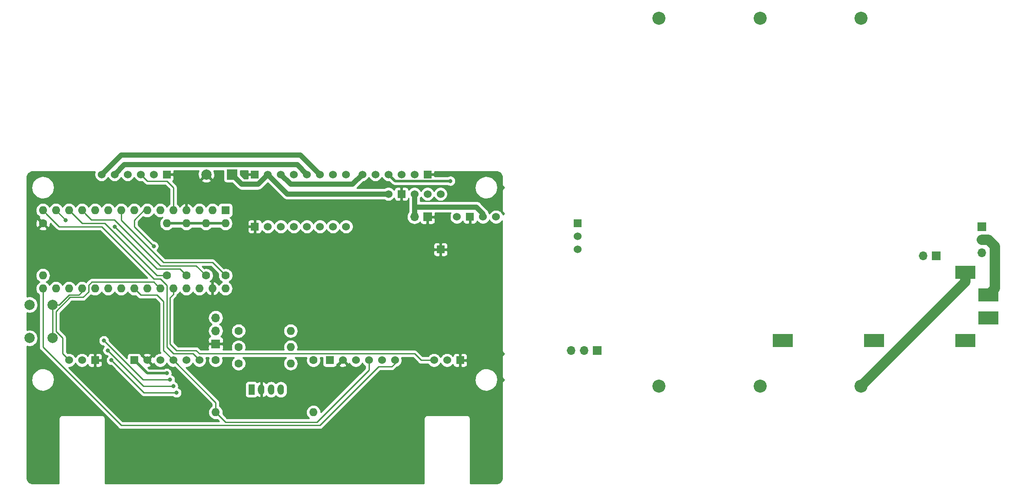
<source format=gbl>
G04 #@! TF.GenerationSoftware,KiCad,Pcbnew,(5.1.0)-1*
G04 #@! TF.CreationDate,2019-05-07T21:37:48+02:00*
G04 #@! TF.ProjectId,bigmax,6269676d-6178-42e6-9b69-6361645f7063,v2*
G04 #@! TF.SameCoordinates,Original*
G04 #@! TF.FileFunction,Copper,L2,Bot*
G04 #@! TF.FilePolarity,Positive*
%FSLAX46Y46*%
G04 Gerber Fmt 4.6, Leading zero omitted, Abs format (unit mm)*
G04 Created by KiCad (PCBNEW (5.1.0)-1) date 2019-05-07 21:37:48*
%MOMM*%
%LPD*%
G04 APERTURE LIST*
%ADD10O,1.600000X1.600000*%
%ADD11R,1.600000X1.600000*%
%ADD12C,2.000000*%
%ADD13R,2.000000X2.000000*%
%ADD14C,1.600000*%
%ADD15R,1.524000X1.524000*%
%ADD16C,1.524000*%
%ADD17O,1.700000X1.700000*%
%ADD18R,1.700000X1.700000*%
%ADD19R,4.000000X2.560000*%
%ADD20C,2.540000*%
%ADD21O,1.270000X2.000000*%
%ADD22R,1.270000X2.000000*%
%ADD23C,0.800000*%
%ADD24C,0.250000*%
%ADD25C,1.000000*%
%ADD26C,0.500000*%
%ADD27C,2.000000*%
%ADD28C,0.254000*%
G04 APERTURE END LIST*
D10*
X52070000Y-101600000D03*
X52070000Y-86360000D03*
X87630000Y-101600000D03*
X54610000Y-86360000D03*
X85090000Y-101600000D03*
X57150000Y-86360000D03*
X82550000Y-101600000D03*
X59690000Y-86360000D03*
X80010000Y-101600000D03*
X62230000Y-86360000D03*
X77470000Y-101600000D03*
X64770000Y-86360000D03*
X74930000Y-101600000D03*
X67310000Y-86360000D03*
X72390000Y-101600000D03*
X69850000Y-86360000D03*
X69850000Y-101600000D03*
X72390000Y-86360000D03*
X67310000Y-101600000D03*
X74930000Y-86360000D03*
X64770000Y-101600000D03*
X77470000Y-86360000D03*
X62230000Y-101600000D03*
X80010000Y-86360000D03*
X59690000Y-101600000D03*
X82550000Y-86360000D03*
X57150000Y-101600000D03*
X85090000Y-86360000D03*
X54610000Y-101600000D03*
D11*
X87630000Y-86360000D03*
D12*
X83900000Y-79375000D03*
D13*
X88900000Y-79375000D03*
D10*
X100330000Y-116205000D03*
D14*
X90170000Y-116205000D03*
X90170000Y-113030000D03*
D10*
X100330000Y-113030000D03*
D14*
X90170000Y-109855000D03*
D10*
X100330000Y-109855000D03*
X52070000Y-99060000D03*
D14*
X52070000Y-88900000D03*
X85725000Y-115570000D03*
D10*
X85725000Y-125730000D03*
D14*
X76200000Y-99060000D03*
D10*
X76200000Y-88900000D03*
X80010000Y-88900000D03*
D14*
X80010000Y-99060000D03*
X83820000Y-99060000D03*
D10*
X83820000Y-88900000D03*
X87630000Y-88900000D03*
D14*
X87630000Y-99060000D03*
D10*
X104775000Y-125730000D03*
D14*
X104775000Y-115570000D03*
D12*
X53975000Y-111275000D03*
X49475000Y-111275000D03*
X53975000Y-104775000D03*
X49475000Y-104775000D03*
D15*
X76200000Y-79375000D03*
D16*
X73660000Y-79375000D03*
X71120000Y-79375000D03*
X68580000Y-79375000D03*
X66040000Y-79375000D03*
X63500000Y-79375000D03*
X114300000Y-79375000D03*
X116840000Y-79375000D03*
X119380000Y-79375000D03*
X121920000Y-79375000D03*
X124460000Y-79375000D03*
D15*
X127000000Y-79375000D03*
X62230000Y-115570000D03*
D16*
X57150000Y-115570000D03*
X59690000Y-115570000D03*
X130810000Y-115570000D03*
X128270000Y-115570000D03*
D15*
X133350000Y-115570000D03*
D17*
X85725000Y-107315000D03*
X85725000Y-109855000D03*
D18*
X85725000Y-112395000D03*
D17*
X124460000Y-87630000D03*
D18*
X127000000Y-87630000D03*
D16*
X129540000Y-83185000D03*
X127000000Y-83185000D03*
X124460000Y-83185000D03*
D15*
X121920000Y-83185000D03*
D16*
X119380000Y-83185000D03*
D15*
X129540000Y-93980000D03*
D16*
X132715000Y-87630000D03*
D15*
X135255000Y-87630000D03*
D16*
X137795000Y-87630000D03*
X140335000Y-87630000D03*
D15*
X93345000Y-89535000D03*
D16*
X95885000Y-89535000D03*
X98425000Y-89535000D03*
X100965000Y-89535000D03*
X103505000Y-89535000D03*
X106045000Y-89535000D03*
X108585000Y-89535000D03*
X111125000Y-89535000D03*
D15*
X93345000Y-79375000D03*
D16*
X95885000Y-79375000D03*
X98425000Y-79375000D03*
X100965000Y-79375000D03*
X103505000Y-79375000D03*
X106045000Y-79375000D03*
X108585000Y-79375000D03*
X111125000Y-79375000D03*
X82550000Y-115570000D03*
X80010000Y-115570000D03*
X77470000Y-115570000D03*
X74930000Y-115570000D03*
X72390000Y-115570000D03*
D15*
X69850000Y-115570000D03*
X107950000Y-115570000D03*
D16*
X110490000Y-115570000D03*
X113030000Y-115570000D03*
X115570000Y-115570000D03*
X118110000Y-115570000D03*
X120650000Y-115570000D03*
D17*
X154940000Y-113665000D03*
X157480000Y-113665000D03*
D18*
X160020000Y-113665000D03*
D17*
X223520000Y-95250000D03*
D18*
X226060000Y-95250000D03*
D15*
X156210000Y-88900000D03*
D16*
X156210000Y-91440000D03*
X156210000Y-93980000D03*
D17*
X234950000Y-94615000D03*
X234950000Y-92075000D03*
D18*
X234950000Y-89535000D03*
D19*
X236220000Y-107315000D03*
X236220000Y-102870000D03*
X196215000Y-111760000D03*
X213995000Y-111760000D03*
X231775000Y-111760000D03*
X231775000Y-98425000D03*
D20*
X172085000Y-48895000D03*
X191770000Y-48895000D03*
X211455000Y-48895000D03*
X172085000Y-120650000D03*
X211455000Y-120650000D03*
X191770000Y-120650000D03*
D21*
X98425000Y-121285000D03*
X96520000Y-121285000D03*
X94615000Y-121285000D03*
D22*
X92710000Y-121285000D03*
D23*
X66040000Y-89535000D03*
X56514992Y-88265000D03*
X110490000Y-107315000D03*
X95250000Y-105410000D03*
X135255000Y-83820000D03*
X111125000Y-95250000D03*
X95885000Y-93345000D03*
X88900000Y-120015000D03*
X59690000Y-108585000D03*
X83820000Y-82550000D03*
X128270000Y-97790000D03*
X125095000Y-106680000D03*
X138430000Y-94615000D03*
X138430000Y-102235000D03*
X138430000Y-110490000D03*
X138430000Y-134620000D03*
X120650000Y-134620000D03*
X109855000Y-132080000D03*
X99060000Y-134620000D03*
X88265000Y-132080000D03*
X78105000Y-135255000D03*
X67945000Y-132080000D03*
X120650000Y-123825000D03*
X51435000Y-133985000D03*
X51435000Y-124460000D03*
X66040000Y-121920000D03*
X75565000Y-125095000D03*
X69850000Y-108585000D03*
X79375000Y-110490000D03*
X82550000Y-104775000D03*
X65405000Y-97155000D03*
X58420000Y-95250000D03*
X52070000Y-93345000D03*
X57785000Y-81915000D03*
X71120000Y-81915000D03*
X102870000Y-111125000D03*
X101600000Y-120015000D03*
X103505000Y-97790000D03*
X119380000Y-97155000D03*
X95885000Y-83820000D03*
X83820000Y-92710000D03*
X130810000Y-121285000D03*
X108585000Y-85090000D03*
X115570000Y-81280000D03*
X119380000Y-88265000D03*
X92075000Y-99695000D03*
X138430000Y-125095000D03*
X65405000Y-115570000D03*
X78105000Y-121920000D03*
X64679990Y-113665000D03*
X77470000Y-120650000D03*
X63954980Y-111760000D03*
X76835000Y-119380000D03*
X76200000Y-118110000D03*
X131445000Y-80645000D03*
X73660000Y-93345001D03*
D24*
X120650000Y-116205000D02*
X120650000Y-115570000D01*
X52070000Y-113030000D02*
X67310000Y-128270000D01*
X52070000Y-101600000D02*
X52070000Y-113030000D01*
X106045000Y-128270000D02*
X117475000Y-116840000D01*
X117475000Y-116840000D02*
X120015000Y-116840000D01*
X67310000Y-128270000D02*
X106045000Y-128270000D01*
X120015000Y-116840000D02*
X120650000Y-116205000D01*
X52869999Y-87159999D02*
X52070000Y-86360000D01*
X63500000Y-89535000D02*
X55245000Y-89535000D01*
X73660000Y-99695000D02*
X63500000Y-89535000D01*
X81280000Y-114300000D02*
X77470000Y-114300000D01*
X55245000Y-89535000D02*
X52869999Y-87159999D01*
X82550000Y-115570000D02*
X81280000Y-114300000D01*
X77470000Y-114300000D02*
X76200000Y-113030000D01*
X76200000Y-113030000D02*
X76200000Y-100965000D01*
X76200000Y-100965000D02*
X74930000Y-99695000D01*
X74930000Y-99695000D02*
X73660000Y-99695000D01*
X80010000Y-99060000D02*
X78740000Y-97790000D01*
X78740000Y-97790000D02*
X74295000Y-97790000D01*
X66439999Y-89934999D02*
X66040000Y-89535000D01*
X74295000Y-97790000D02*
X66439999Y-89934999D01*
X54610000Y-86360000D02*
X56514992Y-88264992D01*
X56514992Y-88264992D02*
X56514992Y-88265000D01*
X59690000Y-88900000D02*
X57150000Y-86360000D01*
X64135000Y-88900000D02*
X59690000Y-88900000D01*
X76200000Y-99060000D02*
X74295000Y-99060000D01*
X74295000Y-99060000D02*
X64135000Y-88900000D01*
X60489999Y-87159999D02*
X59690000Y-86360000D01*
X61504999Y-88174999D02*
X60489999Y-87159999D01*
X65949999Y-88174999D02*
X61504999Y-88174999D01*
X74930000Y-97155000D02*
X65949999Y-88174999D01*
X83820000Y-99060000D02*
X81915000Y-97155000D01*
X81915000Y-97155000D02*
X74930000Y-97155000D01*
X125730000Y-115570000D02*
X128270000Y-115570000D01*
X82550000Y-114300000D02*
X124460000Y-114300000D01*
X77470000Y-102731370D02*
X76835000Y-103366370D01*
X77470000Y-101600000D02*
X77470000Y-102731370D01*
X124460000Y-114300000D02*
X125730000Y-115570000D01*
X76835000Y-103366370D02*
X76835000Y-112395000D01*
X76835000Y-112395000D02*
X78105000Y-113665000D01*
X78105000Y-113665000D02*
X81915000Y-113665000D01*
X81915000Y-113665000D02*
X82550000Y-114300000D01*
X60960000Y-100965000D02*
X61595000Y-100330000D01*
X61595000Y-100330000D02*
X73660000Y-100330000D01*
X60960000Y-102235000D02*
X60960000Y-100965000D01*
X59874990Y-103320010D02*
X60960000Y-102235000D01*
X55880000Y-114300000D02*
X55880000Y-111218998D01*
X57150000Y-115570000D02*
X55880000Y-114300000D01*
X74130001Y-100800001D02*
X74930000Y-101600000D01*
X73660000Y-100330000D02*
X74130001Y-100800001D01*
X55880000Y-111218998D02*
X54610000Y-109948998D01*
X54610000Y-109948998D02*
X54610000Y-106101002D01*
X54610000Y-106101002D02*
X57390992Y-103320010D01*
X57390992Y-103320010D02*
X59874990Y-103320010D01*
X67310000Y-88265000D02*
X67310000Y-86360000D01*
X75565000Y-96520000D02*
X67310000Y-88265000D01*
X87630000Y-99060000D02*
X85090000Y-96520000D01*
X85090000Y-96520000D02*
X75565000Y-96520000D01*
X85725000Y-124598630D02*
X85725000Y-125730000D01*
X77470000Y-115570000D02*
X85725000Y-123825000D01*
X85725000Y-123825000D02*
X85725000Y-124598630D01*
X71120000Y-102870000D02*
X69850000Y-101600000D01*
X74295000Y-102870000D02*
X71120000Y-102870000D01*
X75565000Y-104140000D02*
X74295000Y-102870000D01*
X77470000Y-115570000D02*
X75565000Y-113665000D01*
X75565000Y-113665000D02*
X75565000Y-104140000D01*
X115570000Y-116647630D02*
X115570000Y-115570000D01*
X115570000Y-117473590D02*
X115570000Y-116647630D01*
X105408590Y-127635000D02*
X115570000Y-117473590D01*
X85725000Y-125730000D02*
X87630000Y-127635000D01*
X87630000Y-127635000D02*
X105408590Y-127635000D01*
X77470000Y-86360000D02*
X77470000Y-81915000D01*
X77470000Y-81915000D02*
X76200000Y-80645000D01*
X76200000Y-80645000D02*
X72390000Y-80645000D01*
X72390000Y-80645000D02*
X71120000Y-79375000D01*
X53975000Y-104775000D02*
X53975000Y-111125000D01*
X57150000Y-102870000D02*
X58420000Y-102870000D01*
X53975000Y-104775000D02*
X55245000Y-104775000D01*
X55245000Y-104775000D02*
X57150000Y-102870000D01*
X58420000Y-102870000D02*
X59055000Y-102870000D01*
X59055000Y-102870000D02*
X59690000Y-102235000D01*
X59690000Y-102235000D02*
X59690000Y-101600000D01*
D25*
X102235000Y-75565000D02*
X106045000Y-79375000D01*
X63500000Y-79375000D02*
X67310000Y-75565000D01*
X67310000Y-75565000D02*
X102235000Y-75565000D01*
X101600000Y-77470000D02*
X103505000Y-79375000D01*
X66040000Y-79375000D02*
X67945000Y-77470000D01*
X67945000Y-77470000D02*
X101600000Y-77470000D01*
X112395000Y-81280000D02*
X114300000Y-79375000D01*
X98425000Y-79375000D02*
X100330000Y-81280000D01*
X100330000Y-81280000D02*
X112395000Y-81280000D01*
X99695000Y-83185000D02*
X95885000Y-79375000D01*
X119380000Y-83185000D02*
X99695000Y-83185000D01*
X90805000Y-81280000D02*
X93980000Y-81280000D01*
X88900000Y-79375000D02*
X90805000Y-81280000D01*
X93980000Y-81280000D02*
X95885000Y-79375000D01*
D24*
X71755000Y-121920000D02*
X77539315Y-121920000D01*
X77539315Y-121920000D02*
X78105000Y-121920000D01*
X65405000Y-115570000D02*
X71755000Y-121920000D01*
X71664990Y-120650000D02*
X76904315Y-120650000D01*
X76904315Y-120650000D02*
X77470000Y-120650000D01*
X64679990Y-113665000D02*
X71664990Y-120650000D01*
X71550998Y-119380000D02*
X76269315Y-119380000D01*
X63954980Y-111783982D02*
X71550998Y-119380000D01*
X76269315Y-119380000D02*
X76835000Y-119380000D01*
D26*
X131445000Y-80645000D02*
X120650000Y-80645000D01*
X120650000Y-80645000D02*
X119380000Y-79375000D01*
X76200000Y-88900000D02*
X87630000Y-88900000D01*
X72390000Y-118110000D02*
X76200000Y-118110000D01*
X69850000Y-115570000D02*
X72390000Y-118110000D01*
D24*
X73260001Y-92945002D02*
X73660000Y-93345001D01*
X69850000Y-89535001D02*
X73260001Y-92945002D01*
X69850000Y-88265000D02*
X69850000Y-89535001D01*
X72390000Y-86360000D02*
X71755000Y-86360000D01*
X71755000Y-86360000D02*
X69850000Y-88265000D01*
D25*
X124460000Y-83185000D02*
X124460000Y-85725000D01*
X124460000Y-85725000D02*
X124460000Y-87630000D01*
X136525000Y-85725000D02*
X124460000Y-85725000D01*
X137795000Y-87630000D02*
X137795000Y-86995000D01*
X137795000Y-86995000D02*
X136525000Y-85725000D01*
D27*
X237484990Y-93339990D02*
X237484990Y-101605010D01*
X237484990Y-101605010D02*
X236220000Y-102870000D01*
X236220000Y-92075000D02*
X237484990Y-93339990D01*
X234950000Y-92075000D02*
X236220000Y-92075000D01*
X211455000Y-120650000D02*
X231775000Y-100330000D01*
X231775000Y-100330000D02*
X231775000Y-98425000D01*
D28*
G36*
X82359296Y-78804571D02*
G01*
X82277616Y-79116108D01*
X82258282Y-79437595D01*
X82302039Y-79756675D01*
X82407205Y-80061088D01*
X82500186Y-80235044D01*
X82764587Y-80330808D01*
X83720395Y-79375000D01*
X83706253Y-79360858D01*
X83885858Y-79181253D01*
X83900000Y-79195395D01*
X83914143Y-79181253D01*
X84093748Y-79360858D01*
X84079605Y-79375000D01*
X85035413Y-80330808D01*
X85299814Y-80235044D01*
X85440704Y-79945429D01*
X85522384Y-79633892D01*
X85541718Y-79312405D01*
X85497961Y-78993325D01*
X85392795Y-78688912D01*
X85347943Y-78605000D01*
X87261928Y-78605000D01*
X87261928Y-80375000D01*
X87274188Y-80499482D01*
X87310498Y-80619180D01*
X87369463Y-80729494D01*
X87448815Y-80826185D01*
X87545506Y-80905537D01*
X87655820Y-80964502D01*
X87775518Y-81000812D01*
X87900000Y-81013072D01*
X88932941Y-81013072D01*
X89963009Y-82043141D01*
X89998551Y-82086449D01*
X90080420Y-82153637D01*
X90171377Y-82228284D01*
X90368553Y-82333676D01*
X90582501Y-82398577D01*
X90805000Y-82420491D01*
X90860752Y-82415000D01*
X93924249Y-82415000D01*
X93980000Y-82420491D01*
X94035751Y-82415000D01*
X94035752Y-82415000D01*
X94202499Y-82398577D01*
X94416447Y-82333676D01*
X94613623Y-82228284D01*
X94786449Y-82086449D01*
X94821996Y-82043135D01*
X95885000Y-80980132D01*
X98853013Y-83948146D01*
X98888551Y-83991449D01*
X98931854Y-84026987D01*
X98931856Y-84026989D01*
X99061377Y-84133284D01*
X99258553Y-84238676D01*
X99472501Y-84303577D01*
X99695000Y-84325491D01*
X99750752Y-84320000D01*
X118564116Y-84320000D01*
X118718273Y-84423005D01*
X118972510Y-84528314D01*
X119242408Y-84582000D01*
X119517592Y-84582000D01*
X119787490Y-84528314D01*
X120041727Y-84423005D01*
X120270535Y-84270120D01*
X120465120Y-84075535D01*
X120523920Y-83987535D01*
X120532188Y-84071482D01*
X120568498Y-84191180D01*
X120627463Y-84301494D01*
X120706815Y-84398185D01*
X120803506Y-84477537D01*
X120913820Y-84536502D01*
X121033518Y-84572812D01*
X121158000Y-84585072D01*
X121634250Y-84582000D01*
X121793000Y-84423250D01*
X121793000Y-83312000D01*
X121773000Y-83312000D01*
X121773000Y-83058000D01*
X121793000Y-83058000D01*
X121793000Y-81946750D01*
X121634250Y-81788000D01*
X121158000Y-81784928D01*
X121033518Y-81797188D01*
X120913820Y-81833498D01*
X120803506Y-81892463D01*
X120706815Y-81971815D01*
X120627463Y-82068506D01*
X120568498Y-82178820D01*
X120532188Y-82298518D01*
X120523920Y-82382465D01*
X120465120Y-82294465D01*
X120270535Y-82099880D01*
X120041727Y-81946995D01*
X119787490Y-81841686D01*
X119517592Y-81788000D01*
X119242408Y-81788000D01*
X118972510Y-81841686D01*
X118718273Y-81946995D01*
X118564116Y-82050000D01*
X113231362Y-82050000D01*
X113236996Y-82043135D01*
X114525647Y-80754485D01*
X114707490Y-80718314D01*
X114961727Y-80613005D01*
X115190535Y-80460120D01*
X115385120Y-80265535D01*
X115538005Y-80036727D01*
X115570000Y-79959485D01*
X115601995Y-80036727D01*
X115754880Y-80265535D01*
X115949465Y-80460120D01*
X116178273Y-80613005D01*
X116432510Y-80718314D01*
X116702408Y-80772000D01*
X116977592Y-80772000D01*
X117247490Y-80718314D01*
X117501727Y-80613005D01*
X117730535Y-80460120D01*
X117925120Y-80265535D01*
X118078005Y-80036727D01*
X118110000Y-79959485D01*
X118141995Y-80036727D01*
X118294880Y-80265535D01*
X118489465Y-80460120D01*
X118718273Y-80613005D01*
X118972510Y-80718314D01*
X119242408Y-80772000D01*
X119517592Y-80772000D01*
X119524122Y-80770701D01*
X119993470Y-81240049D01*
X120021183Y-81273817D01*
X120054951Y-81301530D01*
X120054953Y-81301532D01*
X120071214Y-81314877D01*
X120155941Y-81384411D01*
X120309687Y-81466589D01*
X120476510Y-81517195D01*
X120606523Y-81530000D01*
X120606533Y-81530000D01*
X120649999Y-81534281D01*
X120693465Y-81530000D01*
X130906546Y-81530000D01*
X130954744Y-81562205D01*
X131143102Y-81640226D01*
X131343061Y-81680000D01*
X131546939Y-81680000D01*
X131746898Y-81640226D01*
X131935256Y-81562205D01*
X132104774Y-81448937D01*
X132248937Y-81304774D01*
X132362205Y-81135256D01*
X132440226Y-80946898D01*
X132480000Y-80746939D01*
X132480000Y-80543061D01*
X132440226Y-80343102D01*
X132362205Y-80154744D01*
X132248937Y-79985226D01*
X132104774Y-79841063D01*
X131935256Y-79727795D01*
X131746898Y-79649774D01*
X131546939Y-79610000D01*
X131343061Y-79610000D01*
X131143102Y-79649774D01*
X130954744Y-79727795D01*
X130906546Y-79760000D01*
X128397640Y-79760000D01*
X128397000Y-79660750D01*
X128238250Y-79502000D01*
X127127000Y-79502000D01*
X127127000Y-79522000D01*
X126873000Y-79522000D01*
X126873000Y-79502000D01*
X126853000Y-79502000D01*
X126853000Y-79248000D01*
X126873000Y-79248000D01*
X126873000Y-79228000D01*
X127127000Y-79228000D01*
X127127000Y-79248000D01*
X128238250Y-79248000D01*
X128397000Y-79089250D01*
X128398769Y-78815000D01*
X140300272Y-78815000D01*
X140566446Y-78841098D01*
X140789081Y-78908315D01*
X140994419Y-79017495D01*
X141174639Y-79164479D01*
X141322877Y-79343668D01*
X141433489Y-79548240D01*
X141502258Y-79770397D01*
X141530000Y-80034344D01*
X141530001Y-81245113D01*
X141526565Y-81280000D01*
X141540273Y-81419184D01*
X141580872Y-81553020D01*
X141646800Y-81676363D01*
X141735525Y-81784475D01*
X141843637Y-81873200D01*
X141921840Y-81915000D01*
X141843637Y-81956800D01*
X141735525Y-82045525D01*
X141646800Y-82153637D01*
X141580872Y-82276980D01*
X141540273Y-82410816D01*
X141526565Y-82550000D01*
X141530000Y-82584877D01*
X141530001Y-86325113D01*
X141526565Y-86360000D01*
X141540273Y-86499184D01*
X141580872Y-86633020D01*
X141646800Y-86756363D01*
X141735525Y-86864475D01*
X141843637Y-86953200D01*
X141921840Y-86995000D01*
X141843637Y-87036800D01*
X141735525Y-87125525D01*
X141670806Y-87204385D01*
X141573005Y-86968273D01*
X141420120Y-86739465D01*
X141225535Y-86544880D01*
X140996727Y-86391995D01*
X140742490Y-86286686D01*
X140472592Y-86233000D01*
X140197408Y-86233000D01*
X139927510Y-86286686D01*
X139673273Y-86391995D01*
X139444465Y-86544880D01*
X139249880Y-86739465D01*
X139096995Y-86968273D01*
X139065000Y-87045515D01*
X139033005Y-86968273D01*
X138915545Y-86792482D01*
X138914737Y-86784275D01*
X138913577Y-86772500D01*
X138877098Y-86652247D01*
X138848676Y-86558553D01*
X138743284Y-86361377D01*
X138601449Y-86188551D01*
X138558140Y-86153008D01*
X137366996Y-84961865D01*
X137331449Y-84918551D01*
X137158623Y-84776716D01*
X136961447Y-84671324D01*
X136747499Y-84606423D01*
X136580752Y-84590000D01*
X136580751Y-84590000D01*
X136525000Y-84584509D01*
X136469249Y-84590000D01*
X125595000Y-84590000D01*
X125595000Y-84000884D01*
X125698005Y-83846727D01*
X125730000Y-83769485D01*
X125761995Y-83846727D01*
X125914880Y-84075535D01*
X126109465Y-84270120D01*
X126338273Y-84423005D01*
X126592510Y-84528314D01*
X126862408Y-84582000D01*
X127137592Y-84582000D01*
X127407490Y-84528314D01*
X127661727Y-84423005D01*
X127890535Y-84270120D01*
X128085120Y-84075535D01*
X128238005Y-83846727D01*
X128270000Y-83769485D01*
X128301995Y-83846727D01*
X128454880Y-84075535D01*
X128649465Y-84270120D01*
X128878273Y-84423005D01*
X129132510Y-84528314D01*
X129402408Y-84582000D01*
X129677592Y-84582000D01*
X129947490Y-84528314D01*
X130201727Y-84423005D01*
X130430535Y-84270120D01*
X130625120Y-84075535D01*
X130778005Y-83846727D01*
X130883314Y-83592490D01*
X130937000Y-83322592D01*
X130937000Y-83047408D01*
X130883314Y-82777510D01*
X130778005Y-82523273D01*
X130625120Y-82294465D01*
X130430535Y-82099880D01*
X130201727Y-81946995D01*
X130199654Y-81946136D01*
X136200217Y-81946136D01*
X136248731Y-82378643D01*
X136380328Y-82793490D01*
X136589997Y-83174876D01*
X136869751Y-83508274D01*
X137208934Y-83780984D01*
X137594627Y-83982620D01*
X138012140Y-84105501D01*
X138445568Y-84144946D01*
X138878404Y-84099453D01*
X139294160Y-83970755D01*
X139677000Y-83763754D01*
X140012343Y-83486334D01*
X140287414Y-83149063D01*
X140491738Y-82764787D01*
X140617530Y-82348143D01*
X140660000Y-81915000D01*
X140659131Y-81852735D01*
X140604583Y-81420947D01*
X140467206Y-81007977D01*
X140252233Y-80629556D01*
X139967852Y-80300097D01*
X139624894Y-80032149D01*
X139236423Y-79835918D01*
X138817235Y-79718879D01*
X138383298Y-79685489D01*
X137951140Y-79737021D01*
X137537222Y-79871511D01*
X137157309Y-80083837D01*
X136825872Y-80365912D01*
X136555536Y-80706991D01*
X136356598Y-81094082D01*
X136236636Y-81512442D01*
X136200217Y-81946136D01*
X130199654Y-81946136D01*
X129947490Y-81841686D01*
X129677592Y-81788000D01*
X129402408Y-81788000D01*
X129132510Y-81841686D01*
X128878273Y-81946995D01*
X128649465Y-82099880D01*
X128454880Y-82294465D01*
X128301995Y-82523273D01*
X128270000Y-82600515D01*
X128238005Y-82523273D01*
X128085120Y-82294465D01*
X127890535Y-82099880D01*
X127661727Y-81946995D01*
X127407490Y-81841686D01*
X127137592Y-81788000D01*
X126862408Y-81788000D01*
X126592510Y-81841686D01*
X126338273Y-81946995D01*
X126109465Y-82099880D01*
X125914880Y-82294465D01*
X125761995Y-82523273D01*
X125730000Y-82600515D01*
X125698005Y-82523273D01*
X125545120Y-82294465D01*
X125350535Y-82099880D01*
X125121727Y-81946995D01*
X124867490Y-81841686D01*
X124597592Y-81788000D01*
X124322408Y-81788000D01*
X124052510Y-81841686D01*
X123798273Y-81946995D01*
X123569465Y-82099880D01*
X123374880Y-82294465D01*
X123316080Y-82382465D01*
X123307812Y-82298518D01*
X123271502Y-82178820D01*
X123212537Y-82068506D01*
X123133185Y-81971815D01*
X123036494Y-81892463D01*
X122926180Y-81833498D01*
X122806482Y-81797188D01*
X122682000Y-81784928D01*
X122205750Y-81788000D01*
X122047000Y-81946750D01*
X122047000Y-83058000D01*
X122067000Y-83058000D01*
X122067000Y-83312000D01*
X122047000Y-83312000D01*
X122047000Y-84423250D01*
X122205750Y-84582000D01*
X122682000Y-84585072D01*
X122806482Y-84572812D01*
X122926180Y-84536502D01*
X123036494Y-84477537D01*
X123133185Y-84398185D01*
X123212537Y-84301494D01*
X123271502Y-84191180D01*
X123307812Y-84071482D01*
X123316080Y-83987535D01*
X123325000Y-84000885D01*
X123325001Y-85669239D01*
X123319509Y-85725000D01*
X123325000Y-85780752D01*
X123325000Y-86672182D01*
X123219294Y-86800986D01*
X123081401Y-87058966D01*
X122996487Y-87338889D01*
X122967815Y-87630000D01*
X122996487Y-87921111D01*
X123081401Y-88201034D01*
X123219294Y-88459014D01*
X123404866Y-88685134D01*
X123630986Y-88870706D01*
X123888966Y-89008599D01*
X124168889Y-89093513D01*
X124387050Y-89115000D01*
X124532950Y-89115000D01*
X124751111Y-89093513D01*
X125031034Y-89008599D01*
X125289014Y-88870706D01*
X125515134Y-88685134D01*
X125539607Y-88655313D01*
X125560498Y-88724180D01*
X125619463Y-88834494D01*
X125698815Y-88931185D01*
X125795506Y-89010537D01*
X125905820Y-89069502D01*
X126025518Y-89105812D01*
X126150000Y-89118072D01*
X126714250Y-89115000D01*
X126873000Y-88956250D01*
X126873000Y-87757000D01*
X127127000Y-87757000D01*
X127127000Y-88956250D01*
X127285750Y-89115000D01*
X127850000Y-89118072D01*
X127974482Y-89105812D01*
X128094180Y-89069502D01*
X128204494Y-89010537D01*
X128301185Y-88931185D01*
X128380537Y-88834494D01*
X128439502Y-88724180D01*
X128475812Y-88604482D01*
X128488072Y-88480000D01*
X128485000Y-87915750D01*
X128326250Y-87757000D01*
X127127000Y-87757000D01*
X126873000Y-87757000D01*
X126853000Y-87757000D01*
X126853000Y-87503000D01*
X126873000Y-87503000D01*
X126873000Y-87483000D01*
X127127000Y-87483000D01*
X127127000Y-87503000D01*
X128326250Y-87503000D01*
X128485000Y-87344250D01*
X128487636Y-86860000D01*
X131549341Y-86860000D01*
X131476995Y-86968273D01*
X131371686Y-87222510D01*
X131318000Y-87492408D01*
X131318000Y-87767592D01*
X131371686Y-88037490D01*
X131476995Y-88291727D01*
X131629880Y-88520535D01*
X131824465Y-88715120D01*
X132053273Y-88868005D01*
X132307510Y-88973314D01*
X132577408Y-89027000D01*
X132852592Y-89027000D01*
X133122490Y-88973314D01*
X133376727Y-88868005D01*
X133605535Y-88715120D01*
X133800120Y-88520535D01*
X133858920Y-88432535D01*
X133867188Y-88516482D01*
X133903498Y-88636180D01*
X133962463Y-88746494D01*
X134041815Y-88843185D01*
X134138506Y-88922537D01*
X134248820Y-88981502D01*
X134368518Y-89017812D01*
X134493000Y-89030072D01*
X134969250Y-89027000D01*
X135128000Y-88868250D01*
X135128000Y-87757000D01*
X135108000Y-87757000D01*
X135108000Y-87503000D01*
X135128000Y-87503000D01*
X135128000Y-87483000D01*
X135382000Y-87483000D01*
X135382000Y-87503000D01*
X135402000Y-87503000D01*
X135402000Y-87757000D01*
X135382000Y-87757000D01*
X135382000Y-88868250D01*
X135540750Y-89027000D01*
X136017000Y-89030072D01*
X136141482Y-89017812D01*
X136261180Y-88981502D01*
X136371494Y-88922537D01*
X136468185Y-88843185D01*
X136547537Y-88746494D01*
X136606502Y-88636180D01*
X136642812Y-88516482D01*
X136651080Y-88432535D01*
X136709880Y-88520535D01*
X136904465Y-88715120D01*
X137133273Y-88868005D01*
X137387510Y-88973314D01*
X137657408Y-89027000D01*
X137932592Y-89027000D01*
X138202490Y-88973314D01*
X138456727Y-88868005D01*
X138685535Y-88715120D01*
X138880120Y-88520535D01*
X139033005Y-88291727D01*
X139065000Y-88214485D01*
X139096995Y-88291727D01*
X139249880Y-88520535D01*
X139444465Y-88715120D01*
X139673273Y-88868005D01*
X139927510Y-88973314D01*
X140197408Y-89027000D01*
X140472592Y-89027000D01*
X140742490Y-88973314D01*
X140996727Y-88868005D01*
X141225535Y-88715120D01*
X141420120Y-88520535D01*
X141530000Y-88356088D01*
X141530001Y-113630113D01*
X141526565Y-113665000D01*
X141540273Y-113804184D01*
X141580872Y-113938020D01*
X141646800Y-114061363D01*
X141735525Y-114169475D01*
X141843637Y-114258200D01*
X141921840Y-114300000D01*
X141843637Y-114341800D01*
X141735525Y-114430525D01*
X141646800Y-114538637D01*
X141580872Y-114661980D01*
X141540273Y-114795816D01*
X141526565Y-114935000D01*
X141530000Y-114969877D01*
X141530001Y-118710113D01*
X141526565Y-118745000D01*
X141540273Y-118884184D01*
X141580872Y-119018020D01*
X141646800Y-119141363D01*
X141735525Y-119249475D01*
X141843637Y-119338200D01*
X141921840Y-119380000D01*
X141843637Y-119421800D01*
X141735525Y-119510525D01*
X141646800Y-119618637D01*
X141580872Y-119741980D01*
X141540273Y-119875816D01*
X141526565Y-120015000D01*
X141530001Y-120049887D01*
X141530000Y-138395271D01*
X141503901Y-138661449D01*
X141436684Y-138884084D01*
X141327506Y-139089417D01*
X141180522Y-139269637D01*
X141001333Y-139417876D01*
X140796761Y-139528488D01*
X140574606Y-139597257D01*
X140310655Y-139625000D01*
X135330000Y-139625000D01*
X135330000Y-127034877D01*
X135333435Y-127000000D01*
X135319727Y-126860816D01*
X135279128Y-126726980D01*
X135213200Y-126603637D01*
X135124475Y-126495525D01*
X135016363Y-126406800D01*
X134893020Y-126340872D01*
X134759184Y-126300273D01*
X134654877Y-126290000D01*
X134620000Y-126286565D01*
X134585123Y-126290000D01*
X127034877Y-126290000D01*
X127000000Y-126286565D01*
X126965123Y-126290000D01*
X126860816Y-126300273D01*
X126726980Y-126340872D01*
X126603637Y-126406800D01*
X126495525Y-126495525D01*
X126406800Y-126603637D01*
X126340872Y-126726980D01*
X126300273Y-126860816D01*
X126286565Y-127000000D01*
X126290000Y-127034877D01*
X126290001Y-139625000D01*
X64210000Y-139625000D01*
X64210000Y-127034877D01*
X64213435Y-127000000D01*
X64199727Y-126860816D01*
X64159128Y-126726980D01*
X64093200Y-126603637D01*
X64004475Y-126495525D01*
X63896363Y-126406800D01*
X63773020Y-126340872D01*
X63639184Y-126300273D01*
X63534877Y-126290000D01*
X63500000Y-126286565D01*
X63465123Y-126290000D01*
X55914877Y-126290000D01*
X55880000Y-126286565D01*
X55845123Y-126290000D01*
X55740816Y-126300273D01*
X55606980Y-126340872D01*
X55483637Y-126406800D01*
X55375525Y-126495525D01*
X55286800Y-126603637D01*
X55220872Y-126726980D01*
X55180273Y-126860816D01*
X55166565Y-127000000D01*
X55170001Y-127034887D01*
X55170000Y-139625000D01*
X50199729Y-139625000D01*
X49933551Y-139598901D01*
X49710916Y-139531684D01*
X49505583Y-139422506D01*
X49325363Y-139275522D01*
X49177124Y-139096333D01*
X49066512Y-138891761D01*
X48997743Y-138669606D01*
X48970000Y-138405655D01*
X48970000Y-119411136D01*
X49840217Y-119411136D01*
X49888731Y-119843643D01*
X50020328Y-120258490D01*
X50229997Y-120639876D01*
X50509751Y-120973274D01*
X50848934Y-121245984D01*
X51234627Y-121447620D01*
X51652140Y-121570501D01*
X52085568Y-121609946D01*
X52518404Y-121564453D01*
X52934160Y-121435755D01*
X53317000Y-121228754D01*
X53652343Y-120951334D01*
X53927414Y-120614063D01*
X54131738Y-120229787D01*
X54257530Y-119813143D01*
X54300000Y-119380000D01*
X54299131Y-119317735D01*
X54244583Y-118885947D01*
X54107206Y-118472977D01*
X53892233Y-118094556D01*
X53607852Y-117765097D01*
X53264894Y-117497149D01*
X52876423Y-117300918D01*
X52457235Y-117183879D01*
X52023298Y-117150489D01*
X51591140Y-117202021D01*
X51177222Y-117336511D01*
X50797309Y-117548837D01*
X50465872Y-117830912D01*
X50195536Y-118171991D01*
X49996598Y-118559082D01*
X49876636Y-118977442D01*
X49840217Y-119411136D01*
X48970000Y-119411136D01*
X48970000Y-112835534D01*
X48998088Y-112847168D01*
X49313967Y-112910000D01*
X49636033Y-112910000D01*
X49951912Y-112847168D01*
X50249463Y-112723918D01*
X50517252Y-112544987D01*
X50744987Y-112317252D01*
X50923918Y-112049463D01*
X51047168Y-111751912D01*
X51110000Y-111436033D01*
X51110000Y-111113967D01*
X51047168Y-110798088D01*
X50923918Y-110500537D01*
X50744987Y-110232748D01*
X50517252Y-110005013D01*
X50249463Y-109826082D01*
X49951912Y-109702832D01*
X49636033Y-109640000D01*
X49313967Y-109640000D01*
X48998088Y-109702832D01*
X48970000Y-109714466D01*
X48970000Y-106335534D01*
X48998088Y-106347168D01*
X49313967Y-106410000D01*
X49636033Y-106410000D01*
X49951912Y-106347168D01*
X50249463Y-106223918D01*
X50517252Y-106044987D01*
X50744987Y-105817252D01*
X50923918Y-105549463D01*
X51047168Y-105251912D01*
X51110000Y-104936033D01*
X51110000Y-104613967D01*
X51047168Y-104298088D01*
X50923918Y-104000537D01*
X50744987Y-103732748D01*
X50517252Y-103505013D01*
X50249463Y-103326082D01*
X49951912Y-103202832D01*
X49636033Y-103140000D01*
X49313967Y-103140000D01*
X48998088Y-103202832D01*
X48970000Y-103214466D01*
X48970000Y-89892702D01*
X51256903Y-89892702D01*
X51328486Y-90136671D01*
X51583996Y-90257571D01*
X51858184Y-90326300D01*
X52140512Y-90340217D01*
X52420130Y-90298787D01*
X52686292Y-90203603D01*
X52811514Y-90136671D01*
X52883097Y-89892702D01*
X52070000Y-89079605D01*
X51256903Y-89892702D01*
X48970000Y-89892702D01*
X48970000Y-88970512D01*
X50629783Y-88970512D01*
X50671213Y-89250130D01*
X50766397Y-89516292D01*
X50833329Y-89641514D01*
X51077298Y-89713097D01*
X51890395Y-88900000D01*
X51077298Y-88086903D01*
X50833329Y-88158486D01*
X50712429Y-88413996D01*
X50643700Y-88688184D01*
X50629783Y-88970512D01*
X48970000Y-88970512D01*
X48970000Y-81946136D01*
X49840217Y-81946136D01*
X49888731Y-82378643D01*
X50020328Y-82793490D01*
X50229997Y-83174876D01*
X50509751Y-83508274D01*
X50848934Y-83780984D01*
X51234627Y-83982620D01*
X51652140Y-84105501D01*
X52085568Y-84144946D01*
X52518404Y-84099453D01*
X52934160Y-83970755D01*
X53317000Y-83763754D01*
X53652343Y-83486334D01*
X53927414Y-83149063D01*
X54131738Y-82764787D01*
X54257530Y-82348143D01*
X54300000Y-81915000D01*
X54299131Y-81852735D01*
X54244583Y-81420947D01*
X54107206Y-81007977D01*
X53892233Y-80629556D01*
X53607852Y-80300097D01*
X53264894Y-80032149D01*
X52876423Y-79835918D01*
X52457235Y-79718879D01*
X52023298Y-79685489D01*
X51591140Y-79737021D01*
X51177222Y-79871511D01*
X50797309Y-80083837D01*
X50465872Y-80365912D01*
X50195536Y-80706991D01*
X49996598Y-81094082D01*
X49876636Y-81512442D01*
X49840217Y-81946136D01*
X48970000Y-81946136D01*
X48970000Y-80044728D01*
X48996098Y-79778554D01*
X49063315Y-79555919D01*
X49172495Y-79350581D01*
X49319479Y-79170361D01*
X49498668Y-79022123D01*
X49703240Y-78911511D01*
X49925397Y-78842742D01*
X50189344Y-78815000D01*
X62195123Y-78815000D01*
X62218889Y-78817341D01*
X62156686Y-78967510D01*
X62103000Y-79237408D01*
X62103000Y-79512592D01*
X62156686Y-79782490D01*
X62261995Y-80036727D01*
X62414880Y-80265535D01*
X62609465Y-80460120D01*
X62838273Y-80613005D01*
X63092510Y-80718314D01*
X63362408Y-80772000D01*
X63637592Y-80772000D01*
X63907490Y-80718314D01*
X64161727Y-80613005D01*
X64390535Y-80460120D01*
X64585120Y-80265535D01*
X64738005Y-80036727D01*
X64770000Y-79959485D01*
X64801995Y-80036727D01*
X64954880Y-80265535D01*
X65149465Y-80460120D01*
X65378273Y-80613005D01*
X65632510Y-80718314D01*
X65902408Y-80772000D01*
X66177592Y-80772000D01*
X66447490Y-80718314D01*
X66701727Y-80613005D01*
X66930535Y-80460120D01*
X67125120Y-80265535D01*
X67278005Y-80036727D01*
X67310000Y-79959485D01*
X67341995Y-80036727D01*
X67494880Y-80265535D01*
X67689465Y-80460120D01*
X67918273Y-80613005D01*
X68172510Y-80718314D01*
X68442408Y-80772000D01*
X68717592Y-80772000D01*
X68987490Y-80718314D01*
X69241727Y-80613005D01*
X69470535Y-80460120D01*
X69665120Y-80265535D01*
X69818005Y-80036727D01*
X69850000Y-79959485D01*
X69881995Y-80036727D01*
X70034880Y-80265535D01*
X70229465Y-80460120D01*
X70458273Y-80613005D01*
X70712510Y-80718314D01*
X70982408Y-80772000D01*
X71257592Y-80772000D01*
X71411570Y-80741372D01*
X71826200Y-81156002D01*
X71849999Y-81185001D01*
X71965724Y-81279974D01*
X72097753Y-81350546D01*
X72241014Y-81394003D01*
X72352667Y-81405000D01*
X72352676Y-81405000D01*
X72389999Y-81408676D01*
X72427322Y-81405000D01*
X75885199Y-81405000D01*
X76710001Y-82229803D01*
X76710000Y-85139099D01*
X76668899Y-85161068D01*
X76450392Y-85340392D01*
X76271068Y-85558899D01*
X76200000Y-85691858D01*
X76128932Y-85558899D01*
X75949608Y-85340392D01*
X75731101Y-85161068D01*
X75481808Y-85027818D01*
X75211309Y-84945764D01*
X75000492Y-84925000D01*
X74859508Y-84925000D01*
X74648691Y-84945764D01*
X74378192Y-85027818D01*
X74128899Y-85161068D01*
X73910392Y-85340392D01*
X73731068Y-85558899D01*
X73660000Y-85691858D01*
X73588932Y-85558899D01*
X73409608Y-85340392D01*
X73191101Y-85161068D01*
X72941808Y-85027818D01*
X72671309Y-84945764D01*
X72460492Y-84925000D01*
X72319508Y-84925000D01*
X72108691Y-84945764D01*
X71838192Y-85027818D01*
X71588899Y-85161068D01*
X71370392Y-85340392D01*
X71191068Y-85558899D01*
X71120000Y-85691858D01*
X71048932Y-85558899D01*
X70869608Y-85340392D01*
X70651101Y-85161068D01*
X70401808Y-85027818D01*
X70131309Y-84945764D01*
X69920492Y-84925000D01*
X69779508Y-84925000D01*
X69568691Y-84945764D01*
X69298192Y-85027818D01*
X69048899Y-85161068D01*
X68830392Y-85340392D01*
X68651068Y-85558899D01*
X68580000Y-85691858D01*
X68508932Y-85558899D01*
X68329608Y-85340392D01*
X68111101Y-85161068D01*
X67861808Y-85027818D01*
X67591309Y-84945764D01*
X67380492Y-84925000D01*
X67239508Y-84925000D01*
X67028691Y-84945764D01*
X66758192Y-85027818D01*
X66508899Y-85161068D01*
X66290392Y-85340392D01*
X66111068Y-85558899D01*
X66040000Y-85691858D01*
X65968932Y-85558899D01*
X65789608Y-85340392D01*
X65571101Y-85161068D01*
X65321808Y-85027818D01*
X65051309Y-84945764D01*
X64840492Y-84925000D01*
X64699508Y-84925000D01*
X64488691Y-84945764D01*
X64218192Y-85027818D01*
X63968899Y-85161068D01*
X63750392Y-85340392D01*
X63571068Y-85558899D01*
X63500000Y-85691858D01*
X63428932Y-85558899D01*
X63249608Y-85340392D01*
X63031101Y-85161068D01*
X62781808Y-85027818D01*
X62511309Y-84945764D01*
X62300492Y-84925000D01*
X62159508Y-84925000D01*
X61948691Y-84945764D01*
X61678192Y-85027818D01*
X61428899Y-85161068D01*
X61210392Y-85340392D01*
X61031068Y-85558899D01*
X60960000Y-85691858D01*
X60888932Y-85558899D01*
X60709608Y-85340392D01*
X60491101Y-85161068D01*
X60241808Y-85027818D01*
X59971309Y-84945764D01*
X59760492Y-84925000D01*
X59619508Y-84925000D01*
X59408691Y-84945764D01*
X59138192Y-85027818D01*
X58888899Y-85161068D01*
X58670392Y-85340392D01*
X58491068Y-85558899D01*
X58420000Y-85691858D01*
X58348932Y-85558899D01*
X58169608Y-85340392D01*
X57951101Y-85161068D01*
X57701808Y-85027818D01*
X57431309Y-84945764D01*
X57220492Y-84925000D01*
X57079508Y-84925000D01*
X56868691Y-84945764D01*
X56598192Y-85027818D01*
X56348899Y-85161068D01*
X56130392Y-85340392D01*
X55951068Y-85558899D01*
X55880000Y-85691858D01*
X55808932Y-85558899D01*
X55629608Y-85340392D01*
X55411101Y-85161068D01*
X55161808Y-85027818D01*
X54891309Y-84945764D01*
X54680492Y-84925000D01*
X54539508Y-84925000D01*
X54328691Y-84945764D01*
X54058192Y-85027818D01*
X53808899Y-85161068D01*
X53590392Y-85340392D01*
X53411068Y-85558899D01*
X53340000Y-85691858D01*
X53268932Y-85558899D01*
X53089608Y-85340392D01*
X52871101Y-85161068D01*
X52621808Y-85027818D01*
X52351309Y-84945764D01*
X52140492Y-84925000D01*
X51999508Y-84925000D01*
X51788691Y-84945764D01*
X51518192Y-85027818D01*
X51268899Y-85161068D01*
X51050392Y-85340392D01*
X50871068Y-85558899D01*
X50737818Y-85808192D01*
X50655764Y-86078691D01*
X50628057Y-86360000D01*
X50655764Y-86641309D01*
X50737818Y-86911808D01*
X50871068Y-87161101D01*
X51050392Y-87379608D01*
X51268899Y-87558932D01*
X51396349Y-87627056D01*
X51328486Y-87663329D01*
X51256903Y-87907298D01*
X52070000Y-88720395D01*
X52084143Y-88706253D01*
X52263748Y-88885858D01*
X52249605Y-88900000D01*
X53062702Y-89713097D01*
X53306671Y-89641514D01*
X53427571Y-89386004D01*
X53496300Y-89111816D01*
X53508078Y-88872880D01*
X54681200Y-90046002D01*
X54704999Y-90075001D01*
X54733997Y-90098799D01*
X54820724Y-90169974D01*
X54952753Y-90240546D01*
X55096014Y-90284003D01*
X55245000Y-90298677D01*
X55282333Y-90295000D01*
X63185199Y-90295000D01*
X72460198Y-99570000D01*
X61632333Y-99570000D01*
X61595000Y-99566323D01*
X61557667Y-99570000D01*
X61446014Y-99580997D01*
X61302753Y-99624454D01*
X61170724Y-99695026D01*
X61054999Y-99789999D01*
X61031200Y-99818998D01*
X60463750Y-100386449D01*
X60241808Y-100267818D01*
X59971309Y-100185764D01*
X59760492Y-100165000D01*
X59619508Y-100165000D01*
X59408691Y-100185764D01*
X59138192Y-100267818D01*
X58888899Y-100401068D01*
X58670392Y-100580392D01*
X58491068Y-100798899D01*
X58420000Y-100931858D01*
X58348932Y-100798899D01*
X58169608Y-100580392D01*
X57951101Y-100401068D01*
X57701808Y-100267818D01*
X57431309Y-100185764D01*
X57220492Y-100165000D01*
X57079508Y-100165000D01*
X56868691Y-100185764D01*
X56598192Y-100267818D01*
X56348899Y-100401068D01*
X56130392Y-100580392D01*
X55951068Y-100798899D01*
X55880000Y-100931858D01*
X55808932Y-100798899D01*
X55629608Y-100580392D01*
X55411101Y-100401068D01*
X55161808Y-100267818D01*
X54891309Y-100185764D01*
X54680492Y-100165000D01*
X54539508Y-100165000D01*
X54328691Y-100185764D01*
X54058192Y-100267818D01*
X53808899Y-100401068D01*
X53590392Y-100580392D01*
X53411068Y-100798899D01*
X53340000Y-100931858D01*
X53268932Y-100798899D01*
X53089608Y-100580392D01*
X52871101Y-100401068D01*
X52738142Y-100330000D01*
X52871101Y-100258932D01*
X53089608Y-100079608D01*
X53268932Y-99861101D01*
X53402182Y-99611808D01*
X53484236Y-99341309D01*
X53511943Y-99060000D01*
X53484236Y-98778691D01*
X53402182Y-98508192D01*
X53268932Y-98258899D01*
X53089608Y-98040392D01*
X52871101Y-97861068D01*
X52621808Y-97727818D01*
X52351309Y-97645764D01*
X52140492Y-97625000D01*
X51999508Y-97625000D01*
X51788691Y-97645764D01*
X51518192Y-97727818D01*
X51268899Y-97861068D01*
X51050392Y-98040392D01*
X50871068Y-98258899D01*
X50737818Y-98508192D01*
X50655764Y-98778691D01*
X50628057Y-99060000D01*
X50655764Y-99341309D01*
X50737818Y-99611808D01*
X50871068Y-99861101D01*
X51050392Y-100079608D01*
X51268899Y-100258932D01*
X51401858Y-100330000D01*
X51268899Y-100401068D01*
X51050392Y-100580392D01*
X50871068Y-100798899D01*
X50737818Y-101048192D01*
X50655764Y-101318691D01*
X50628057Y-101600000D01*
X50655764Y-101881309D01*
X50737818Y-102151808D01*
X50871068Y-102401101D01*
X51050392Y-102619608D01*
X51268899Y-102798932D01*
X51310000Y-102820901D01*
X51310001Y-112992668D01*
X51306324Y-113030000D01*
X51310001Y-113067332D01*
X51310001Y-113067333D01*
X51320245Y-113171335D01*
X51320998Y-113178985D01*
X51364454Y-113322246D01*
X51435026Y-113454276D01*
X51493738Y-113525816D01*
X51530000Y-113570001D01*
X51558998Y-113593799D01*
X66746201Y-128781003D01*
X66769999Y-128810001D01*
X66885724Y-128904974D01*
X67017753Y-128975546D01*
X67161014Y-129019003D01*
X67272667Y-129030000D01*
X67272675Y-129030000D01*
X67310000Y-129033676D01*
X67347325Y-129030000D01*
X106007678Y-129030000D01*
X106045000Y-129033676D01*
X106082322Y-129030000D01*
X106082333Y-129030000D01*
X106193986Y-129019003D01*
X106337247Y-128975546D01*
X106469276Y-128904974D01*
X106585001Y-128810001D01*
X106608804Y-128780997D01*
X115978665Y-119411136D01*
X136200217Y-119411136D01*
X136248731Y-119843643D01*
X136380328Y-120258490D01*
X136589997Y-120639876D01*
X136869751Y-120973274D01*
X137208934Y-121245984D01*
X137594627Y-121447620D01*
X138012140Y-121570501D01*
X138445568Y-121609946D01*
X138878404Y-121564453D01*
X139294160Y-121435755D01*
X139677000Y-121228754D01*
X140012343Y-120951334D01*
X140287414Y-120614063D01*
X140491738Y-120229787D01*
X140617530Y-119813143D01*
X140660000Y-119380000D01*
X140659131Y-119317735D01*
X140604583Y-118885947D01*
X140467206Y-118472977D01*
X140252233Y-118094556D01*
X139967852Y-117765097D01*
X139624894Y-117497149D01*
X139236423Y-117300918D01*
X138817235Y-117183879D01*
X138383298Y-117150489D01*
X137951140Y-117202021D01*
X137537222Y-117336511D01*
X137157309Y-117548837D01*
X136825872Y-117830912D01*
X136555536Y-118171991D01*
X136356598Y-118559082D01*
X136236636Y-118977442D01*
X136200217Y-119411136D01*
X115978665Y-119411136D01*
X117789802Y-117600000D01*
X119977678Y-117600000D01*
X120015000Y-117603676D01*
X120052322Y-117600000D01*
X120052333Y-117600000D01*
X120163986Y-117589003D01*
X120307247Y-117545546D01*
X120439276Y-117474974D01*
X120555001Y-117380001D01*
X120578803Y-117350998D01*
X121006307Y-116923495D01*
X121057490Y-116913314D01*
X121311727Y-116808005D01*
X121540535Y-116655120D01*
X121735120Y-116460535D01*
X121888005Y-116231727D01*
X121993314Y-115977490D01*
X122047000Y-115707592D01*
X122047000Y-115432408D01*
X121993314Y-115162510D01*
X121950853Y-115060000D01*
X124145199Y-115060000D01*
X125166200Y-116081002D01*
X125189999Y-116110001D01*
X125305724Y-116204974D01*
X125437753Y-116275546D01*
X125581014Y-116319003D01*
X125692667Y-116330000D01*
X125692676Y-116330000D01*
X125729999Y-116333676D01*
X125767322Y-116330000D01*
X127097659Y-116330000D01*
X127184880Y-116460535D01*
X127379465Y-116655120D01*
X127608273Y-116808005D01*
X127862510Y-116913314D01*
X128132408Y-116967000D01*
X128407592Y-116967000D01*
X128677490Y-116913314D01*
X128931727Y-116808005D01*
X129160535Y-116655120D01*
X129355120Y-116460535D01*
X129508005Y-116231727D01*
X129540000Y-116154485D01*
X129571995Y-116231727D01*
X129724880Y-116460535D01*
X129919465Y-116655120D01*
X130148273Y-116808005D01*
X130402510Y-116913314D01*
X130672408Y-116967000D01*
X130947592Y-116967000D01*
X131217490Y-116913314D01*
X131471727Y-116808005D01*
X131700535Y-116655120D01*
X131895120Y-116460535D01*
X131953920Y-116372535D01*
X131962188Y-116456482D01*
X131998498Y-116576180D01*
X132057463Y-116686494D01*
X132136815Y-116783185D01*
X132233506Y-116862537D01*
X132343820Y-116921502D01*
X132463518Y-116957812D01*
X132588000Y-116970072D01*
X133064250Y-116967000D01*
X133223000Y-116808250D01*
X133223000Y-115697000D01*
X133477000Y-115697000D01*
X133477000Y-116808250D01*
X133635750Y-116967000D01*
X134112000Y-116970072D01*
X134236482Y-116957812D01*
X134356180Y-116921502D01*
X134466494Y-116862537D01*
X134563185Y-116783185D01*
X134642537Y-116686494D01*
X134701502Y-116576180D01*
X134737812Y-116456482D01*
X134750072Y-116332000D01*
X134747000Y-115855750D01*
X134588250Y-115697000D01*
X133477000Y-115697000D01*
X133223000Y-115697000D01*
X133203000Y-115697000D01*
X133203000Y-115443000D01*
X133223000Y-115443000D01*
X133223000Y-114331750D01*
X133477000Y-114331750D01*
X133477000Y-115443000D01*
X134588250Y-115443000D01*
X134747000Y-115284250D01*
X134750072Y-114808000D01*
X134737812Y-114683518D01*
X134701502Y-114563820D01*
X134642537Y-114453506D01*
X134563185Y-114356815D01*
X134466494Y-114277463D01*
X134356180Y-114218498D01*
X134236482Y-114182188D01*
X134112000Y-114169928D01*
X133635750Y-114173000D01*
X133477000Y-114331750D01*
X133223000Y-114331750D01*
X133064250Y-114173000D01*
X132588000Y-114169928D01*
X132463518Y-114182188D01*
X132343820Y-114218498D01*
X132233506Y-114277463D01*
X132136815Y-114356815D01*
X132057463Y-114453506D01*
X131998498Y-114563820D01*
X131962188Y-114683518D01*
X131953920Y-114767465D01*
X131895120Y-114679465D01*
X131700535Y-114484880D01*
X131471727Y-114331995D01*
X131217490Y-114226686D01*
X130947592Y-114173000D01*
X130672408Y-114173000D01*
X130402510Y-114226686D01*
X130148273Y-114331995D01*
X129919465Y-114484880D01*
X129724880Y-114679465D01*
X129571995Y-114908273D01*
X129540000Y-114985515D01*
X129508005Y-114908273D01*
X129355120Y-114679465D01*
X129160535Y-114484880D01*
X128931727Y-114331995D01*
X128677490Y-114226686D01*
X128407592Y-114173000D01*
X128132408Y-114173000D01*
X127862510Y-114226686D01*
X127608273Y-114331995D01*
X127379465Y-114484880D01*
X127184880Y-114679465D01*
X127097659Y-114810000D01*
X126044802Y-114810000D01*
X125023804Y-113789003D01*
X125000001Y-113759999D01*
X124884276Y-113665026D01*
X124752247Y-113594454D01*
X124608986Y-113550997D01*
X124497333Y-113540000D01*
X124497322Y-113540000D01*
X124460000Y-113536324D01*
X124422678Y-113540000D01*
X101674864Y-113540000D01*
X101744236Y-113311309D01*
X101771943Y-113030000D01*
X101744236Y-112748691D01*
X101662182Y-112478192D01*
X101528932Y-112228899D01*
X101349608Y-112010392D01*
X101131101Y-111831068D01*
X100881808Y-111697818D01*
X100611309Y-111615764D01*
X100400492Y-111595000D01*
X100259508Y-111595000D01*
X100048691Y-111615764D01*
X99778192Y-111697818D01*
X99528899Y-111831068D01*
X99310392Y-112010392D01*
X99131068Y-112228899D01*
X98997818Y-112478192D01*
X98915764Y-112748691D01*
X98888057Y-113030000D01*
X98915764Y-113311309D01*
X98985136Y-113540000D01*
X91511983Y-113540000D01*
X91549853Y-113448574D01*
X91605000Y-113171335D01*
X91605000Y-112888665D01*
X91549853Y-112611426D01*
X91441680Y-112350273D01*
X91284637Y-112115241D01*
X91084759Y-111915363D01*
X90849727Y-111758320D01*
X90588574Y-111650147D01*
X90311335Y-111595000D01*
X90028665Y-111595000D01*
X89751426Y-111650147D01*
X89490273Y-111758320D01*
X89255241Y-111915363D01*
X89055363Y-112115241D01*
X88898320Y-112350273D01*
X88790147Y-112611426D01*
X88735000Y-112888665D01*
X88735000Y-113171335D01*
X88790147Y-113448574D01*
X88828017Y-113540000D01*
X87137338Y-113540000D01*
X87164502Y-113489180D01*
X87200812Y-113369482D01*
X87213072Y-113245000D01*
X87210000Y-112680750D01*
X87051250Y-112522000D01*
X85852000Y-112522000D01*
X85852000Y-112542000D01*
X85598000Y-112542000D01*
X85598000Y-112522000D01*
X84398750Y-112522000D01*
X84240000Y-112680750D01*
X84236928Y-113245000D01*
X84249188Y-113369482D01*
X84285498Y-113489180D01*
X84312662Y-113540000D01*
X82864802Y-113540000D01*
X82478803Y-113154002D01*
X82455001Y-113124999D01*
X82339276Y-113030026D01*
X82207247Y-112959454D01*
X82063986Y-112915997D01*
X81952333Y-112905000D01*
X81952322Y-112905000D01*
X81915000Y-112901324D01*
X81877678Y-112905000D01*
X78419802Y-112905000D01*
X77595000Y-112080199D01*
X77595000Y-107315000D01*
X84232815Y-107315000D01*
X84261487Y-107606111D01*
X84346401Y-107886034D01*
X84484294Y-108144014D01*
X84669866Y-108370134D01*
X84895986Y-108555706D01*
X84950791Y-108585000D01*
X84895986Y-108614294D01*
X84669866Y-108799866D01*
X84484294Y-109025986D01*
X84346401Y-109283966D01*
X84261487Y-109563889D01*
X84232815Y-109855000D01*
X84261487Y-110146111D01*
X84346401Y-110426034D01*
X84484294Y-110684014D01*
X84669866Y-110910134D01*
X84699687Y-110934607D01*
X84630820Y-110955498D01*
X84520506Y-111014463D01*
X84423815Y-111093815D01*
X84344463Y-111190506D01*
X84285498Y-111300820D01*
X84249188Y-111420518D01*
X84236928Y-111545000D01*
X84240000Y-112109250D01*
X84398750Y-112268000D01*
X85598000Y-112268000D01*
X85598000Y-112248000D01*
X85852000Y-112248000D01*
X85852000Y-112268000D01*
X87051250Y-112268000D01*
X87210000Y-112109250D01*
X87213072Y-111545000D01*
X87200812Y-111420518D01*
X87164502Y-111300820D01*
X87105537Y-111190506D01*
X87026185Y-111093815D01*
X86929494Y-111014463D01*
X86819180Y-110955498D01*
X86750313Y-110934607D01*
X86780134Y-110910134D01*
X86965706Y-110684014D01*
X87103599Y-110426034D01*
X87188513Y-110146111D01*
X87217185Y-109855000D01*
X87203265Y-109713665D01*
X88735000Y-109713665D01*
X88735000Y-109996335D01*
X88790147Y-110273574D01*
X88898320Y-110534727D01*
X89055363Y-110769759D01*
X89255241Y-110969637D01*
X89490273Y-111126680D01*
X89751426Y-111234853D01*
X90028665Y-111290000D01*
X90311335Y-111290000D01*
X90588574Y-111234853D01*
X90849727Y-111126680D01*
X91084759Y-110969637D01*
X91284637Y-110769759D01*
X91441680Y-110534727D01*
X91549853Y-110273574D01*
X91605000Y-109996335D01*
X91605000Y-109855000D01*
X98888057Y-109855000D01*
X98915764Y-110136309D01*
X98997818Y-110406808D01*
X99131068Y-110656101D01*
X99310392Y-110874608D01*
X99528899Y-111053932D01*
X99778192Y-111187182D01*
X100048691Y-111269236D01*
X100259508Y-111290000D01*
X100400492Y-111290000D01*
X100611309Y-111269236D01*
X100881808Y-111187182D01*
X101131101Y-111053932D01*
X101349608Y-110874608D01*
X101528932Y-110656101D01*
X101662182Y-110406808D01*
X101744236Y-110136309D01*
X101771943Y-109855000D01*
X101744236Y-109573691D01*
X101662182Y-109303192D01*
X101528932Y-109053899D01*
X101349608Y-108835392D01*
X101131101Y-108656068D01*
X100881808Y-108522818D01*
X100611309Y-108440764D01*
X100400492Y-108420000D01*
X100259508Y-108420000D01*
X100048691Y-108440764D01*
X99778192Y-108522818D01*
X99528899Y-108656068D01*
X99310392Y-108835392D01*
X99131068Y-109053899D01*
X98997818Y-109303192D01*
X98915764Y-109573691D01*
X98888057Y-109855000D01*
X91605000Y-109855000D01*
X91605000Y-109713665D01*
X91549853Y-109436426D01*
X91441680Y-109175273D01*
X91284637Y-108940241D01*
X91084759Y-108740363D01*
X90849727Y-108583320D01*
X90588574Y-108475147D01*
X90311335Y-108420000D01*
X90028665Y-108420000D01*
X89751426Y-108475147D01*
X89490273Y-108583320D01*
X89255241Y-108740363D01*
X89055363Y-108940241D01*
X88898320Y-109175273D01*
X88790147Y-109436426D01*
X88735000Y-109713665D01*
X87203265Y-109713665D01*
X87188513Y-109563889D01*
X87103599Y-109283966D01*
X86965706Y-109025986D01*
X86780134Y-108799866D01*
X86554014Y-108614294D01*
X86499209Y-108585000D01*
X86554014Y-108555706D01*
X86780134Y-108370134D01*
X86965706Y-108144014D01*
X87103599Y-107886034D01*
X87188513Y-107606111D01*
X87217185Y-107315000D01*
X87188513Y-107023889D01*
X87103599Y-106743966D01*
X86965706Y-106485986D01*
X86780134Y-106259866D01*
X86554014Y-106074294D01*
X86296034Y-105936401D01*
X86016111Y-105851487D01*
X85797950Y-105830000D01*
X85652050Y-105830000D01*
X85433889Y-105851487D01*
X85153966Y-105936401D01*
X84895986Y-106074294D01*
X84669866Y-106259866D01*
X84484294Y-106485986D01*
X84346401Y-106743966D01*
X84261487Y-107023889D01*
X84232815Y-107315000D01*
X77595000Y-107315000D01*
X77595000Y-103681171D01*
X77981002Y-103295170D01*
X78010001Y-103271371D01*
X78104974Y-103155646D01*
X78175546Y-103023617D01*
X78219003Y-102880356D01*
X78224573Y-102823802D01*
X78271101Y-102798932D01*
X78489608Y-102619608D01*
X78668932Y-102401101D01*
X78740000Y-102268142D01*
X78811068Y-102401101D01*
X78990392Y-102619608D01*
X79208899Y-102798932D01*
X79458192Y-102932182D01*
X79728691Y-103014236D01*
X79939508Y-103035000D01*
X80080492Y-103035000D01*
X80291309Y-103014236D01*
X80561808Y-102932182D01*
X80811101Y-102798932D01*
X81029608Y-102619608D01*
X81208932Y-102401101D01*
X81280000Y-102268142D01*
X81351068Y-102401101D01*
X81530392Y-102619608D01*
X81748899Y-102798932D01*
X81998192Y-102932182D01*
X82268691Y-103014236D01*
X82479508Y-103035000D01*
X82620492Y-103035000D01*
X82831309Y-103014236D01*
X83101808Y-102932182D01*
X83351101Y-102798932D01*
X83569608Y-102619608D01*
X83748932Y-102401101D01*
X83822579Y-102263318D01*
X83937615Y-102455131D01*
X84126586Y-102663519D01*
X84352580Y-102831037D01*
X84606913Y-102951246D01*
X84740961Y-102991904D01*
X84963000Y-102869915D01*
X84963000Y-101727000D01*
X84943000Y-101727000D01*
X84943000Y-101473000D01*
X84963000Y-101473000D01*
X84963000Y-100330085D01*
X84740961Y-100208096D01*
X84637902Y-100239355D01*
X84734759Y-100174637D01*
X84934637Y-99974759D01*
X85091680Y-99739727D01*
X85199853Y-99478574D01*
X85255000Y-99201335D01*
X85255000Y-98918665D01*
X85199853Y-98641426D01*
X85091680Y-98380273D01*
X84934637Y-98145241D01*
X84734759Y-97945363D01*
X84499727Y-97788320D01*
X84238574Y-97680147D01*
X83961335Y-97625000D01*
X83678665Y-97625000D01*
X83496114Y-97661312D01*
X83114801Y-97280000D01*
X84775199Y-97280000D01*
X86231312Y-98736114D01*
X86195000Y-98918665D01*
X86195000Y-99201335D01*
X86250147Y-99478574D01*
X86358320Y-99739727D01*
X86515363Y-99974759D01*
X86715241Y-100174637D01*
X86950273Y-100331680D01*
X86955029Y-100333650D01*
X86828899Y-100401068D01*
X86610392Y-100580392D01*
X86431068Y-100798899D01*
X86357421Y-100936682D01*
X86242385Y-100744869D01*
X86053414Y-100536481D01*
X85827420Y-100368963D01*
X85573087Y-100248754D01*
X85439039Y-100208096D01*
X85217000Y-100330085D01*
X85217000Y-101473000D01*
X85237000Y-101473000D01*
X85237000Y-101727000D01*
X85217000Y-101727000D01*
X85217000Y-102869915D01*
X85439039Y-102991904D01*
X85573087Y-102951246D01*
X85827420Y-102831037D01*
X86053414Y-102663519D01*
X86242385Y-102455131D01*
X86357421Y-102263318D01*
X86431068Y-102401101D01*
X86610392Y-102619608D01*
X86828899Y-102798932D01*
X87078192Y-102932182D01*
X87348691Y-103014236D01*
X87559508Y-103035000D01*
X87700492Y-103035000D01*
X87911309Y-103014236D01*
X88181808Y-102932182D01*
X88431101Y-102798932D01*
X88649608Y-102619608D01*
X88828932Y-102401101D01*
X88962182Y-102151808D01*
X89044236Y-101881309D01*
X89071943Y-101600000D01*
X89044236Y-101318691D01*
X88962182Y-101048192D01*
X88828932Y-100798899D01*
X88649608Y-100580392D01*
X88431101Y-100401068D01*
X88304971Y-100333650D01*
X88309727Y-100331680D01*
X88544759Y-100174637D01*
X88744637Y-99974759D01*
X88901680Y-99739727D01*
X89009853Y-99478574D01*
X89065000Y-99201335D01*
X89065000Y-98918665D01*
X89009853Y-98641426D01*
X88901680Y-98380273D01*
X88744637Y-98145241D01*
X88544759Y-97945363D01*
X88309727Y-97788320D01*
X88048574Y-97680147D01*
X87771335Y-97625000D01*
X87488665Y-97625000D01*
X87306114Y-97661312D01*
X85653804Y-96009003D01*
X85630001Y-95979999D01*
X85514276Y-95885026D01*
X85382247Y-95814454D01*
X85238986Y-95770997D01*
X85127333Y-95760000D01*
X85127322Y-95760000D01*
X85090000Y-95756324D01*
X85052678Y-95760000D01*
X75879802Y-95760000D01*
X74861802Y-94742000D01*
X128139928Y-94742000D01*
X128152188Y-94866482D01*
X128188498Y-94986180D01*
X128247463Y-95096494D01*
X128326815Y-95193185D01*
X128423506Y-95272537D01*
X128533820Y-95331502D01*
X128653518Y-95367812D01*
X128778000Y-95380072D01*
X129254250Y-95377000D01*
X129413000Y-95218250D01*
X129413000Y-94107000D01*
X129667000Y-94107000D01*
X129667000Y-95218250D01*
X129825750Y-95377000D01*
X130302000Y-95380072D01*
X130426482Y-95367812D01*
X130546180Y-95331502D01*
X130656494Y-95272537D01*
X130753185Y-95193185D01*
X130832537Y-95096494D01*
X130891502Y-94986180D01*
X130927812Y-94866482D01*
X130940072Y-94742000D01*
X130937000Y-94265750D01*
X130778250Y-94107000D01*
X129667000Y-94107000D01*
X129413000Y-94107000D01*
X128301750Y-94107000D01*
X128143000Y-94265750D01*
X128139928Y-94742000D01*
X74861802Y-94742000D01*
X74289181Y-94169379D01*
X74319774Y-94148938D01*
X74463937Y-94004775D01*
X74577205Y-93835257D01*
X74655226Y-93646899D01*
X74695000Y-93446940D01*
X74695000Y-93243062D01*
X74690015Y-93218000D01*
X128139928Y-93218000D01*
X128143000Y-93694250D01*
X128301750Y-93853000D01*
X129413000Y-93853000D01*
X129413000Y-92741750D01*
X129667000Y-92741750D01*
X129667000Y-93853000D01*
X130778250Y-93853000D01*
X130937000Y-93694250D01*
X130940072Y-93218000D01*
X130927812Y-93093518D01*
X130891502Y-92973820D01*
X130832537Y-92863506D01*
X130753185Y-92766815D01*
X130656494Y-92687463D01*
X130546180Y-92628498D01*
X130426482Y-92592188D01*
X130302000Y-92579928D01*
X129825750Y-92583000D01*
X129667000Y-92741750D01*
X129413000Y-92741750D01*
X129254250Y-92583000D01*
X128778000Y-92579928D01*
X128653518Y-92592188D01*
X128533820Y-92628498D01*
X128423506Y-92687463D01*
X128326815Y-92766815D01*
X128247463Y-92863506D01*
X128188498Y-92973820D01*
X128152188Y-93093518D01*
X128139928Y-93218000D01*
X74690015Y-93218000D01*
X74655226Y-93043103D01*
X74577205Y-92854745D01*
X74463937Y-92685227D01*
X74319774Y-92541064D01*
X74150256Y-92427796D01*
X73961898Y-92349775D01*
X73761939Y-92310001D01*
X73699802Y-92310001D01*
X70610000Y-89220200D01*
X70610000Y-88579801D01*
X71616250Y-87573552D01*
X71838192Y-87692182D01*
X72108691Y-87774236D01*
X72319508Y-87795000D01*
X72460492Y-87795000D01*
X72671309Y-87774236D01*
X72941808Y-87692182D01*
X73191101Y-87558932D01*
X73409608Y-87379608D01*
X73588932Y-87161101D01*
X73660000Y-87028142D01*
X73731068Y-87161101D01*
X73910392Y-87379608D01*
X74128899Y-87558932D01*
X74378192Y-87692182D01*
X74648691Y-87774236D01*
X74859508Y-87795000D01*
X75000492Y-87795000D01*
X75211309Y-87774236D01*
X75367461Y-87726868D01*
X75180392Y-87880392D01*
X75001068Y-88098899D01*
X74867818Y-88348192D01*
X74785764Y-88618691D01*
X74758057Y-88900000D01*
X74785764Y-89181309D01*
X74867818Y-89451808D01*
X75001068Y-89701101D01*
X75180392Y-89919608D01*
X75398899Y-90098932D01*
X75648192Y-90232182D01*
X75918691Y-90314236D01*
X76129508Y-90335000D01*
X76270492Y-90335000D01*
X76481309Y-90314236D01*
X76751808Y-90232182D01*
X77001101Y-90098932D01*
X77219608Y-89919608D01*
X77330078Y-89785000D01*
X78879922Y-89785000D01*
X78990392Y-89919608D01*
X79208899Y-90098932D01*
X79458192Y-90232182D01*
X79728691Y-90314236D01*
X79939508Y-90335000D01*
X80080492Y-90335000D01*
X80291309Y-90314236D01*
X80561808Y-90232182D01*
X80811101Y-90098932D01*
X81029608Y-89919608D01*
X81140078Y-89785000D01*
X82689922Y-89785000D01*
X82800392Y-89919608D01*
X83018899Y-90098932D01*
X83268192Y-90232182D01*
X83538691Y-90314236D01*
X83749508Y-90335000D01*
X83890492Y-90335000D01*
X84101309Y-90314236D01*
X84371808Y-90232182D01*
X84621101Y-90098932D01*
X84839608Y-89919608D01*
X84950078Y-89785000D01*
X86499922Y-89785000D01*
X86610392Y-89919608D01*
X86828899Y-90098932D01*
X87078192Y-90232182D01*
X87348691Y-90314236D01*
X87559508Y-90335000D01*
X87700492Y-90335000D01*
X87911309Y-90314236D01*
X87968129Y-90297000D01*
X91944928Y-90297000D01*
X91957188Y-90421482D01*
X91993498Y-90541180D01*
X92052463Y-90651494D01*
X92131815Y-90748185D01*
X92228506Y-90827537D01*
X92338820Y-90886502D01*
X92458518Y-90922812D01*
X92583000Y-90935072D01*
X93059250Y-90932000D01*
X93218000Y-90773250D01*
X93218000Y-89662000D01*
X92106750Y-89662000D01*
X91948000Y-89820750D01*
X91944928Y-90297000D01*
X87968129Y-90297000D01*
X88181808Y-90232182D01*
X88431101Y-90098932D01*
X88649608Y-89919608D01*
X88828932Y-89701101D01*
X88962182Y-89451808D01*
X89044236Y-89181309D01*
X89071943Y-88900000D01*
X89059435Y-88773000D01*
X91944928Y-88773000D01*
X91948000Y-89249250D01*
X92106750Y-89408000D01*
X93218000Y-89408000D01*
X93218000Y-88296750D01*
X93472000Y-88296750D01*
X93472000Y-89408000D01*
X93492000Y-89408000D01*
X93492000Y-89662000D01*
X93472000Y-89662000D01*
X93472000Y-90773250D01*
X93630750Y-90932000D01*
X94107000Y-90935072D01*
X94231482Y-90922812D01*
X94351180Y-90886502D01*
X94461494Y-90827537D01*
X94558185Y-90748185D01*
X94637537Y-90651494D01*
X94696502Y-90541180D01*
X94732812Y-90421482D01*
X94741080Y-90337535D01*
X94799880Y-90425535D01*
X94994465Y-90620120D01*
X95223273Y-90773005D01*
X95477510Y-90878314D01*
X95747408Y-90932000D01*
X96022592Y-90932000D01*
X96292490Y-90878314D01*
X96546727Y-90773005D01*
X96775535Y-90620120D01*
X96970120Y-90425535D01*
X97123005Y-90196727D01*
X97155000Y-90119485D01*
X97186995Y-90196727D01*
X97339880Y-90425535D01*
X97534465Y-90620120D01*
X97763273Y-90773005D01*
X98017510Y-90878314D01*
X98287408Y-90932000D01*
X98562592Y-90932000D01*
X98832490Y-90878314D01*
X99086727Y-90773005D01*
X99315535Y-90620120D01*
X99510120Y-90425535D01*
X99663005Y-90196727D01*
X99695000Y-90119485D01*
X99726995Y-90196727D01*
X99879880Y-90425535D01*
X100074465Y-90620120D01*
X100303273Y-90773005D01*
X100557510Y-90878314D01*
X100827408Y-90932000D01*
X101102592Y-90932000D01*
X101372490Y-90878314D01*
X101626727Y-90773005D01*
X101855535Y-90620120D01*
X102050120Y-90425535D01*
X102203005Y-90196727D01*
X102235000Y-90119485D01*
X102266995Y-90196727D01*
X102419880Y-90425535D01*
X102614465Y-90620120D01*
X102843273Y-90773005D01*
X103097510Y-90878314D01*
X103367408Y-90932000D01*
X103642592Y-90932000D01*
X103912490Y-90878314D01*
X104166727Y-90773005D01*
X104395535Y-90620120D01*
X104590120Y-90425535D01*
X104743005Y-90196727D01*
X104775000Y-90119485D01*
X104806995Y-90196727D01*
X104959880Y-90425535D01*
X105154465Y-90620120D01*
X105383273Y-90773005D01*
X105637510Y-90878314D01*
X105907408Y-90932000D01*
X106182592Y-90932000D01*
X106452490Y-90878314D01*
X106706727Y-90773005D01*
X106935535Y-90620120D01*
X107130120Y-90425535D01*
X107283005Y-90196727D01*
X107315000Y-90119485D01*
X107346995Y-90196727D01*
X107499880Y-90425535D01*
X107694465Y-90620120D01*
X107923273Y-90773005D01*
X108177510Y-90878314D01*
X108447408Y-90932000D01*
X108722592Y-90932000D01*
X108992490Y-90878314D01*
X109246727Y-90773005D01*
X109475535Y-90620120D01*
X109670120Y-90425535D01*
X109823005Y-90196727D01*
X109855000Y-90119485D01*
X109886995Y-90196727D01*
X110039880Y-90425535D01*
X110234465Y-90620120D01*
X110463273Y-90773005D01*
X110717510Y-90878314D01*
X110987408Y-90932000D01*
X111262592Y-90932000D01*
X111532490Y-90878314D01*
X111786727Y-90773005D01*
X112015535Y-90620120D01*
X112210120Y-90425535D01*
X112363005Y-90196727D01*
X112468314Y-89942490D01*
X112522000Y-89672592D01*
X112522000Y-89397408D01*
X112468314Y-89127510D01*
X112363005Y-88873273D01*
X112210120Y-88644465D01*
X112015535Y-88449880D01*
X111786727Y-88296995D01*
X111532490Y-88191686D01*
X111262592Y-88138000D01*
X110987408Y-88138000D01*
X110717510Y-88191686D01*
X110463273Y-88296995D01*
X110234465Y-88449880D01*
X110039880Y-88644465D01*
X109886995Y-88873273D01*
X109855000Y-88950515D01*
X109823005Y-88873273D01*
X109670120Y-88644465D01*
X109475535Y-88449880D01*
X109246727Y-88296995D01*
X108992490Y-88191686D01*
X108722592Y-88138000D01*
X108447408Y-88138000D01*
X108177510Y-88191686D01*
X107923273Y-88296995D01*
X107694465Y-88449880D01*
X107499880Y-88644465D01*
X107346995Y-88873273D01*
X107315000Y-88950515D01*
X107283005Y-88873273D01*
X107130120Y-88644465D01*
X106935535Y-88449880D01*
X106706727Y-88296995D01*
X106452490Y-88191686D01*
X106182592Y-88138000D01*
X105907408Y-88138000D01*
X105637510Y-88191686D01*
X105383273Y-88296995D01*
X105154465Y-88449880D01*
X104959880Y-88644465D01*
X104806995Y-88873273D01*
X104775000Y-88950515D01*
X104743005Y-88873273D01*
X104590120Y-88644465D01*
X104395535Y-88449880D01*
X104166727Y-88296995D01*
X103912490Y-88191686D01*
X103642592Y-88138000D01*
X103367408Y-88138000D01*
X103097510Y-88191686D01*
X102843273Y-88296995D01*
X102614465Y-88449880D01*
X102419880Y-88644465D01*
X102266995Y-88873273D01*
X102235000Y-88950515D01*
X102203005Y-88873273D01*
X102050120Y-88644465D01*
X101855535Y-88449880D01*
X101626727Y-88296995D01*
X101372490Y-88191686D01*
X101102592Y-88138000D01*
X100827408Y-88138000D01*
X100557510Y-88191686D01*
X100303273Y-88296995D01*
X100074465Y-88449880D01*
X99879880Y-88644465D01*
X99726995Y-88873273D01*
X99695000Y-88950515D01*
X99663005Y-88873273D01*
X99510120Y-88644465D01*
X99315535Y-88449880D01*
X99086727Y-88296995D01*
X98832490Y-88191686D01*
X98562592Y-88138000D01*
X98287408Y-88138000D01*
X98017510Y-88191686D01*
X97763273Y-88296995D01*
X97534465Y-88449880D01*
X97339880Y-88644465D01*
X97186995Y-88873273D01*
X97155000Y-88950515D01*
X97123005Y-88873273D01*
X96970120Y-88644465D01*
X96775535Y-88449880D01*
X96546727Y-88296995D01*
X96292490Y-88191686D01*
X96022592Y-88138000D01*
X95747408Y-88138000D01*
X95477510Y-88191686D01*
X95223273Y-88296995D01*
X94994465Y-88449880D01*
X94799880Y-88644465D01*
X94741080Y-88732465D01*
X94732812Y-88648518D01*
X94696502Y-88528820D01*
X94637537Y-88418506D01*
X94558185Y-88321815D01*
X94461494Y-88242463D01*
X94351180Y-88183498D01*
X94231482Y-88147188D01*
X94107000Y-88134928D01*
X93630750Y-88138000D01*
X93472000Y-88296750D01*
X93218000Y-88296750D01*
X93059250Y-88138000D01*
X92583000Y-88134928D01*
X92458518Y-88147188D01*
X92338820Y-88183498D01*
X92228506Y-88242463D01*
X92131815Y-88321815D01*
X92052463Y-88418506D01*
X91993498Y-88528820D01*
X91957188Y-88648518D01*
X91944928Y-88773000D01*
X89059435Y-88773000D01*
X89044236Y-88618691D01*
X88962182Y-88348192D01*
X88828932Y-88098899D01*
X88649608Y-87880392D01*
X88536518Y-87787581D01*
X88554482Y-87785812D01*
X88674180Y-87749502D01*
X88784494Y-87690537D01*
X88881185Y-87611185D01*
X88960537Y-87514494D01*
X89019502Y-87404180D01*
X89055812Y-87284482D01*
X89068072Y-87160000D01*
X89068072Y-85560000D01*
X89055812Y-85435518D01*
X89019502Y-85315820D01*
X88960537Y-85205506D01*
X88881185Y-85108815D01*
X88784494Y-85029463D01*
X88674180Y-84970498D01*
X88554482Y-84934188D01*
X88430000Y-84921928D01*
X86830000Y-84921928D01*
X86705518Y-84934188D01*
X86585820Y-84970498D01*
X86475506Y-85029463D01*
X86378815Y-85108815D01*
X86299463Y-85205506D01*
X86240498Y-85315820D01*
X86204188Y-85435518D01*
X86202419Y-85453482D01*
X86109608Y-85340392D01*
X85891101Y-85161068D01*
X85641808Y-85027818D01*
X85371309Y-84945764D01*
X85160492Y-84925000D01*
X85019508Y-84925000D01*
X84808691Y-84945764D01*
X84538192Y-85027818D01*
X84288899Y-85161068D01*
X84070392Y-85340392D01*
X83891068Y-85558899D01*
X83820000Y-85691858D01*
X83748932Y-85558899D01*
X83569608Y-85340392D01*
X83351101Y-85161068D01*
X83101808Y-85027818D01*
X82831309Y-84945764D01*
X82620492Y-84925000D01*
X82479508Y-84925000D01*
X82268691Y-84945764D01*
X81998192Y-85027818D01*
X81748899Y-85161068D01*
X81530392Y-85340392D01*
X81351068Y-85558899D01*
X81277421Y-85696682D01*
X81162385Y-85504869D01*
X80973414Y-85296481D01*
X80747420Y-85128963D01*
X80493087Y-85008754D01*
X80359039Y-84968096D01*
X80137000Y-85090085D01*
X80137000Y-86233000D01*
X80157000Y-86233000D01*
X80157000Y-86487000D01*
X80137000Y-86487000D01*
X80137000Y-86507000D01*
X79883000Y-86507000D01*
X79883000Y-86487000D01*
X79863000Y-86487000D01*
X79863000Y-86233000D01*
X79883000Y-86233000D01*
X79883000Y-85090085D01*
X79660961Y-84968096D01*
X79526913Y-85008754D01*
X79272580Y-85128963D01*
X79046586Y-85296481D01*
X78857615Y-85504869D01*
X78742579Y-85696682D01*
X78668932Y-85558899D01*
X78489608Y-85340392D01*
X78271101Y-85161068D01*
X78230000Y-85139099D01*
X78230000Y-81952322D01*
X78233676Y-81914999D01*
X78230000Y-81877676D01*
X78230000Y-81877667D01*
X78219003Y-81766014D01*
X78175546Y-81622753D01*
X78104974Y-81490724D01*
X78010001Y-81374999D01*
X77981003Y-81351201D01*
X77304011Y-80674209D01*
X77316494Y-80667537D01*
X77413185Y-80588185D01*
X77477010Y-80510413D01*
X82944192Y-80510413D01*
X83039956Y-80774814D01*
X83329571Y-80915704D01*
X83641108Y-80997384D01*
X83962595Y-81016718D01*
X84281675Y-80972961D01*
X84586088Y-80867795D01*
X84760044Y-80774814D01*
X84855808Y-80510413D01*
X83900000Y-79554605D01*
X82944192Y-80510413D01*
X77477010Y-80510413D01*
X77492537Y-80491494D01*
X77551502Y-80381180D01*
X77587812Y-80261482D01*
X77600072Y-80137000D01*
X77597000Y-79660750D01*
X77438250Y-79502000D01*
X76327000Y-79502000D01*
X76327000Y-79522000D01*
X76073000Y-79522000D01*
X76073000Y-79502000D01*
X76053000Y-79502000D01*
X76053000Y-79248000D01*
X76073000Y-79248000D01*
X76073000Y-79228000D01*
X76327000Y-79228000D01*
X76327000Y-79248000D01*
X77438250Y-79248000D01*
X77597000Y-79089250D01*
X77600072Y-78613000D01*
X77599284Y-78605000D01*
X82456382Y-78605000D01*
X82359296Y-78804571D01*
X82359296Y-78804571D01*
G37*
X82359296Y-78804571D02*
X82277616Y-79116108D01*
X82258282Y-79437595D01*
X82302039Y-79756675D01*
X82407205Y-80061088D01*
X82500186Y-80235044D01*
X82764587Y-80330808D01*
X83720395Y-79375000D01*
X83706253Y-79360858D01*
X83885858Y-79181253D01*
X83900000Y-79195395D01*
X83914143Y-79181253D01*
X84093748Y-79360858D01*
X84079605Y-79375000D01*
X85035413Y-80330808D01*
X85299814Y-80235044D01*
X85440704Y-79945429D01*
X85522384Y-79633892D01*
X85541718Y-79312405D01*
X85497961Y-78993325D01*
X85392795Y-78688912D01*
X85347943Y-78605000D01*
X87261928Y-78605000D01*
X87261928Y-80375000D01*
X87274188Y-80499482D01*
X87310498Y-80619180D01*
X87369463Y-80729494D01*
X87448815Y-80826185D01*
X87545506Y-80905537D01*
X87655820Y-80964502D01*
X87775518Y-81000812D01*
X87900000Y-81013072D01*
X88932941Y-81013072D01*
X89963009Y-82043141D01*
X89998551Y-82086449D01*
X90080420Y-82153637D01*
X90171377Y-82228284D01*
X90368553Y-82333676D01*
X90582501Y-82398577D01*
X90805000Y-82420491D01*
X90860752Y-82415000D01*
X93924249Y-82415000D01*
X93980000Y-82420491D01*
X94035751Y-82415000D01*
X94035752Y-82415000D01*
X94202499Y-82398577D01*
X94416447Y-82333676D01*
X94613623Y-82228284D01*
X94786449Y-82086449D01*
X94821996Y-82043135D01*
X95885000Y-80980132D01*
X98853013Y-83948146D01*
X98888551Y-83991449D01*
X98931854Y-84026987D01*
X98931856Y-84026989D01*
X99061377Y-84133284D01*
X99258553Y-84238676D01*
X99472501Y-84303577D01*
X99695000Y-84325491D01*
X99750752Y-84320000D01*
X118564116Y-84320000D01*
X118718273Y-84423005D01*
X118972510Y-84528314D01*
X119242408Y-84582000D01*
X119517592Y-84582000D01*
X119787490Y-84528314D01*
X120041727Y-84423005D01*
X120270535Y-84270120D01*
X120465120Y-84075535D01*
X120523920Y-83987535D01*
X120532188Y-84071482D01*
X120568498Y-84191180D01*
X120627463Y-84301494D01*
X120706815Y-84398185D01*
X120803506Y-84477537D01*
X120913820Y-84536502D01*
X121033518Y-84572812D01*
X121158000Y-84585072D01*
X121634250Y-84582000D01*
X121793000Y-84423250D01*
X121793000Y-83312000D01*
X121773000Y-83312000D01*
X121773000Y-83058000D01*
X121793000Y-83058000D01*
X121793000Y-81946750D01*
X121634250Y-81788000D01*
X121158000Y-81784928D01*
X121033518Y-81797188D01*
X120913820Y-81833498D01*
X120803506Y-81892463D01*
X120706815Y-81971815D01*
X120627463Y-82068506D01*
X120568498Y-82178820D01*
X120532188Y-82298518D01*
X120523920Y-82382465D01*
X120465120Y-82294465D01*
X120270535Y-82099880D01*
X120041727Y-81946995D01*
X119787490Y-81841686D01*
X119517592Y-81788000D01*
X119242408Y-81788000D01*
X118972510Y-81841686D01*
X118718273Y-81946995D01*
X118564116Y-82050000D01*
X113231362Y-82050000D01*
X113236996Y-82043135D01*
X114525647Y-80754485D01*
X114707490Y-80718314D01*
X114961727Y-80613005D01*
X115190535Y-80460120D01*
X115385120Y-80265535D01*
X115538005Y-80036727D01*
X115570000Y-79959485D01*
X115601995Y-80036727D01*
X115754880Y-80265535D01*
X115949465Y-80460120D01*
X116178273Y-80613005D01*
X116432510Y-80718314D01*
X116702408Y-80772000D01*
X116977592Y-80772000D01*
X117247490Y-80718314D01*
X117501727Y-80613005D01*
X117730535Y-80460120D01*
X117925120Y-80265535D01*
X118078005Y-80036727D01*
X118110000Y-79959485D01*
X118141995Y-80036727D01*
X118294880Y-80265535D01*
X118489465Y-80460120D01*
X118718273Y-80613005D01*
X118972510Y-80718314D01*
X119242408Y-80772000D01*
X119517592Y-80772000D01*
X119524122Y-80770701D01*
X119993470Y-81240049D01*
X120021183Y-81273817D01*
X120054951Y-81301530D01*
X120054953Y-81301532D01*
X120071214Y-81314877D01*
X120155941Y-81384411D01*
X120309687Y-81466589D01*
X120476510Y-81517195D01*
X120606523Y-81530000D01*
X120606533Y-81530000D01*
X120649999Y-81534281D01*
X120693465Y-81530000D01*
X130906546Y-81530000D01*
X130954744Y-81562205D01*
X131143102Y-81640226D01*
X131343061Y-81680000D01*
X131546939Y-81680000D01*
X131746898Y-81640226D01*
X131935256Y-81562205D01*
X132104774Y-81448937D01*
X132248937Y-81304774D01*
X132362205Y-81135256D01*
X132440226Y-80946898D01*
X132480000Y-80746939D01*
X132480000Y-80543061D01*
X132440226Y-80343102D01*
X132362205Y-80154744D01*
X132248937Y-79985226D01*
X132104774Y-79841063D01*
X131935256Y-79727795D01*
X131746898Y-79649774D01*
X131546939Y-79610000D01*
X131343061Y-79610000D01*
X131143102Y-79649774D01*
X130954744Y-79727795D01*
X130906546Y-79760000D01*
X128397640Y-79760000D01*
X128397000Y-79660750D01*
X128238250Y-79502000D01*
X127127000Y-79502000D01*
X127127000Y-79522000D01*
X126873000Y-79522000D01*
X126873000Y-79502000D01*
X126853000Y-79502000D01*
X126853000Y-79248000D01*
X126873000Y-79248000D01*
X126873000Y-79228000D01*
X127127000Y-79228000D01*
X127127000Y-79248000D01*
X128238250Y-79248000D01*
X128397000Y-79089250D01*
X128398769Y-78815000D01*
X140300272Y-78815000D01*
X140566446Y-78841098D01*
X140789081Y-78908315D01*
X140994419Y-79017495D01*
X141174639Y-79164479D01*
X141322877Y-79343668D01*
X141433489Y-79548240D01*
X141502258Y-79770397D01*
X141530000Y-80034344D01*
X141530001Y-81245113D01*
X141526565Y-81280000D01*
X141540273Y-81419184D01*
X141580872Y-81553020D01*
X141646800Y-81676363D01*
X141735525Y-81784475D01*
X141843637Y-81873200D01*
X141921840Y-81915000D01*
X141843637Y-81956800D01*
X141735525Y-82045525D01*
X141646800Y-82153637D01*
X141580872Y-82276980D01*
X141540273Y-82410816D01*
X141526565Y-82550000D01*
X141530000Y-82584877D01*
X141530001Y-86325113D01*
X141526565Y-86360000D01*
X141540273Y-86499184D01*
X141580872Y-86633020D01*
X141646800Y-86756363D01*
X141735525Y-86864475D01*
X141843637Y-86953200D01*
X141921840Y-86995000D01*
X141843637Y-87036800D01*
X141735525Y-87125525D01*
X141670806Y-87204385D01*
X141573005Y-86968273D01*
X141420120Y-86739465D01*
X141225535Y-86544880D01*
X140996727Y-86391995D01*
X140742490Y-86286686D01*
X140472592Y-86233000D01*
X140197408Y-86233000D01*
X139927510Y-86286686D01*
X139673273Y-86391995D01*
X139444465Y-86544880D01*
X139249880Y-86739465D01*
X139096995Y-86968273D01*
X139065000Y-87045515D01*
X139033005Y-86968273D01*
X138915545Y-86792482D01*
X138914737Y-86784275D01*
X138913577Y-86772500D01*
X138877098Y-86652247D01*
X138848676Y-86558553D01*
X138743284Y-86361377D01*
X138601449Y-86188551D01*
X138558140Y-86153008D01*
X137366996Y-84961865D01*
X137331449Y-84918551D01*
X137158623Y-84776716D01*
X136961447Y-84671324D01*
X136747499Y-84606423D01*
X136580752Y-84590000D01*
X136580751Y-84590000D01*
X136525000Y-84584509D01*
X136469249Y-84590000D01*
X125595000Y-84590000D01*
X125595000Y-84000884D01*
X125698005Y-83846727D01*
X125730000Y-83769485D01*
X125761995Y-83846727D01*
X125914880Y-84075535D01*
X126109465Y-84270120D01*
X126338273Y-84423005D01*
X126592510Y-84528314D01*
X126862408Y-84582000D01*
X127137592Y-84582000D01*
X127407490Y-84528314D01*
X127661727Y-84423005D01*
X127890535Y-84270120D01*
X128085120Y-84075535D01*
X128238005Y-83846727D01*
X128270000Y-83769485D01*
X128301995Y-83846727D01*
X128454880Y-84075535D01*
X128649465Y-84270120D01*
X128878273Y-84423005D01*
X129132510Y-84528314D01*
X129402408Y-84582000D01*
X129677592Y-84582000D01*
X129947490Y-84528314D01*
X130201727Y-84423005D01*
X130430535Y-84270120D01*
X130625120Y-84075535D01*
X130778005Y-83846727D01*
X130883314Y-83592490D01*
X130937000Y-83322592D01*
X130937000Y-83047408D01*
X130883314Y-82777510D01*
X130778005Y-82523273D01*
X130625120Y-82294465D01*
X130430535Y-82099880D01*
X130201727Y-81946995D01*
X130199654Y-81946136D01*
X136200217Y-81946136D01*
X136248731Y-82378643D01*
X136380328Y-82793490D01*
X136589997Y-83174876D01*
X136869751Y-83508274D01*
X137208934Y-83780984D01*
X137594627Y-83982620D01*
X138012140Y-84105501D01*
X138445568Y-84144946D01*
X138878404Y-84099453D01*
X139294160Y-83970755D01*
X139677000Y-83763754D01*
X140012343Y-83486334D01*
X140287414Y-83149063D01*
X140491738Y-82764787D01*
X140617530Y-82348143D01*
X140660000Y-81915000D01*
X140659131Y-81852735D01*
X140604583Y-81420947D01*
X140467206Y-81007977D01*
X140252233Y-80629556D01*
X139967852Y-80300097D01*
X139624894Y-80032149D01*
X139236423Y-79835918D01*
X138817235Y-79718879D01*
X138383298Y-79685489D01*
X137951140Y-79737021D01*
X137537222Y-79871511D01*
X137157309Y-80083837D01*
X136825872Y-80365912D01*
X136555536Y-80706991D01*
X136356598Y-81094082D01*
X136236636Y-81512442D01*
X136200217Y-81946136D01*
X130199654Y-81946136D01*
X129947490Y-81841686D01*
X129677592Y-81788000D01*
X129402408Y-81788000D01*
X129132510Y-81841686D01*
X128878273Y-81946995D01*
X128649465Y-82099880D01*
X128454880Y-82294465D01*
X128301995Y-82523273D01*
X128270000Y-82600515D01*
X128238005Y-82523273D01*
X128085120Y-82294465D01*
X127890535Y-82099880D01*
X127661727Y-81946995D01*
X127407490Y-81841686D01*
X127137592Y-81788000D01*
X126862408Y-81788000D01*
X126592510Y-81841686D01*
X126338273Y-81946995D01*
X126109465Y-82099880D01*
X125914880Y-82294465D01*
X125761995Y-82523273D01*
X125730000Y-82600515D01*
X125698005Y-82523273D01*
X125545120Y-82294465D01*
X125350535Y-82099880D01*
X125121727Y-81946995D01*
X124867490Y-81841686D01*
X124597592Y-81788000D01*
X124322408Y-81788000D01*
X124052510Y-81841686D01*
X123798273Y-81946995D01*
X123569465Y-82099880D01*
X123374880Y-82294465D01*
X123316080Y-82382465D01*
X123307812Y-82298518D01*
X123271502Y-82178820D01*
X123212537Y-82068506D01*
X123133185Y-81971815D01*
X123036494Y-81892463D01*
X122926180Y-81833498D01*
X122806482Y-81797188D01*
X122682000Y-81784928D01*
X122205750Y-81788000D01*
X122047000Y-81946750D01*
X122047000Y-83058000D01*
X122067000Y-83058000D01*
X122067000Y-83312000D01*
X122047000Y-83312000D01*
X122047000Y-84423250D01*
X122205750Y-84582000D01*
X122682000Y-84585072D01*
X122806482Y-84572812D01*
X122926180Y-84536502D01*
X123036494Y-84477537D01*
X123133185Y-84398185D01*
X123212537Y-84301494D01*
X123271502Y-84191180D01*
X123307812Y-84071482D01*
X123316080Y-83987535D01*
X123325000Y-84000885D01*
X123325001Y-85669239D01*
X123319509Y-85725000D01*
X123325000Y-85780752D01*
X123325000Y-86672182D01*
X123219294Y-86800986D01*
X123081401Y-87058966D01*
X122996487Y-87338889D01*
X122967815Y-87630000D01*
X122996487Y-87921111D01*
X123081401Y-88201034D01*
X123219294Y-88459014D01*
X123404866Y-88685134D01*
X123630986Y-88870706D01*
X123888966Y-89008599D01*
X124168889Y-89093513D01*
X124387050Y-89115000D01*
X124532950Y-89115000D01*
X124751111Y-89093513D01*
X125031034Y-89008599D01*
X125289014Y-88870706D01*
X125515134Y-88685134D01*
X125539607Y-88655313D01*
X125560498Y-88724180D01*
X125619463Y-88834494D01*
X125698815Y-88931185D01*
X125795506Y-89010537D01*
X125905820Y-89069502D01*
X126025518Y-89105812D01*
X126150000Y-89118072D01*
X126714250Y-89115000D01*
X126873000Y-88956250D01*
X126873000Y-87757000D01*
X127127000Y-87757000D01*
X127127000Y-88956250D01*
X127285750Y-89115000D01*
X127850000Y-89118072D01*
X127974482Y-89105812D01*
X128094180Y-89069502D01*
X128204494Y-89010537D01*
X128301185Y-88931185D01*
X128380537Y-88834494D01*
X128439502Y-88724180D01*
X128475812Y-88604482D01*
X128488072Y-88480000D01*
X128485000Y-87915750D01*
X128326250Y-87757000D01*
X127127000Y-87757000D01*
X126873000Y-87757000D01*
X126853000Y-87757000D01*
X126853000Y-87503000D01*
X126873000Y-87503000D01*
X126873000Y-87483000D01*
X127127000Y-87483000D01*
X127127000Y-87503000D01*
X128326250Y-87503000D01*
X128485000Y-87344250D01*
X128487636Y-86860000D01*
X131549341Y-86860000D01*
X131476995Y-86968273D01*
X131371686Y-87222510D01*
X131318000Y-87492408D01*
X131318000Y-87767592D01*
X131371686Y-88037490D01*
X131476995Y-88291727D01*
X131629880Y-88520535D01*
X131824465Y-88715120D01*
X132053273Y-88868005D01*
X132307510Y-88973314D01*
X132577408Y-89027000D01*
X132852592Y-89027000D01*
X133122490Y-88973314D01*
X133376727Y-88868005D01*
X133605535Y-88715120D01*
X133800120Y-88520535D01*
X133858920Y-88432535D01*
X133867188Y-88516482D01*
X133903498Y-88636180D01*
X133962463Y-88746494D01*
X134041815Y-88843185D01*
X134138506Y-88922537D01*
X134248820Y-88981502D01*
X134368518Y-89017812D01*
X134493000Y-89030072D01*
X134969250Y-89027000D01*
X135128000Y-88868250D01*
X135128000Y-87757000D01*
X135108000Y-87757000D01*
X135108000Y-87503000D01*
X135128000Y-87503000D01*
X135128000Y-87483000D01*
X135382000Y-87483000D01*
X135382000Y-87503000D01*
X135402000Y-87503000D01*
X135402000Y-87757000D01*
X135382000Y-87757000D01*
X135382000Y-88868250D01*
X135540750Y-89027000D01*
X136017000Y-89030072D01*
X136141482Y-89017812D01*
X136261180Y-88981502D01*
X136371494Y-88922537D01*
X136468185Y-88843185D01*
X136547537Y-88746494D01*
X136606502Y-88636180D01*
X136642812Y-88516482D01*
X136651080Y-88432535D01*
X136709880Y-88520535D01*
X136904465Y-88715120D01*
X137133273Y-88868005D01*
X137387510Y-88973314D01*
X137657408Y-89027000D01*
X137932592Y-89027000D01*
X138202490Y-88973314D01*
X138456727Y-88868005D01*
X138685535Y-88715120D01*
X138880120Y-88520535D01*
X139033005Y-88291727D01*
X139065000Y-88214485D01*
X139096995Y-88291727D01*
X139249880Y-88520535D01*
X139444465Y-88715120D01*
X139673273Y-88868005D01*
X139927510Y-88973314D01*
X140197408Y-89027000D01*
X140472592Y-89027000D01*
X140742490Y-88973314D01*
X140996727Y-88868005D01*
X141225535Y-88715120D01*
X141420120Y-88520535D01*
X141530000Y-88356088D01*
X141530001Y-113630113D01*
X141526565Y-113665000D01*
X141540273Y-113804184D01*
X141580872Y-113938020D01*
X141646800Y-114061363D01*
X141735525Y-114169475D01*
X141843637Y-114258200D01*
X141921840Y-114300000D01*
X141843637Y-114341800D01*
X141735525Y-114430525D01*
X141646800Y-114538637D01*
X141580872Y-114661980D01*
X141540273Y-114795816D01*
X141526565Y-114935000D01*
X141530000Y-114969877D01*
X141530001Y-118710113D01*
X141526565Y-118745000D01*
X141540273Y-118884184D01*
X141580872Y-119018020D01*
X141646800Y-119141363D01*
X141735525Y-119249475D01*
X141843637Y-119338200D01*
X141921840Y-119380000D01*
X141843637Y-119421800D01*
X141735525Y-119510525D01*
X141646800Y-119618637D01*
X141580872Y-119741980D01*
X141540273Y-119875816D01*
X141526565Y-120015000D01*
X141530001Y-120049887D01*
X141530000Y-138395271D01*
X141503901Y-138661449D01*
X141436684Y-138884084D01*
X141327506Y-139089417D01*
X141180522Y-139269637D01*
X141001333Y-139417876D01*
X140796761Y-139528488D01*
X140574606Y-139597257D01*
X140310655Y-139625000D01*
X135330000Y-139625000D01*
X135330000Y-127034877D01*
X135333435Y-127000000D01*
X135319727Y-126860816D01*
X135279128Y-126726980D01*
X135213200Y-126603637D01*
X135124475Y-126495525D01*
X135016363Y-126406800D01*
X134893020Y-126340872D01*
X134759184Y-126300273D01*
X134654877Y-126290000D01*
X134620000Y-126286565D01*
X134585123Y-126290000D01*
X127034877Y-126290000D01*
X127000000Y-126286565D01*
X126965123Y-126290000D01*
X126860816Y-126300273D01*
X126726980Y-126340872D01*
X126603637Y-126406800D01*
X126495525Y-126495525D01*
X126406800Y-126603637D01*
X126340872Y-126726980D01*
X126300273Y-126860816D01*
X126286565Y-127000000D01*
X126290000Y-127034877D01*
X126290001Y-139625000D01*
X64210000Y-139625000D01*
X64210000Y-127034877D01*
X64213435Y-127000000D01*
X64199727Y-126860816D01*
X64159128Y-126726980D01*
X64093200Y-126603637D01*
X64004475Y-126495525D01*
X63896363Y-126406800D01*
X63773020Y-126340872D01*
X63639184Y-126300273D01*
X63534877Y-126290000D01*
X63500000Y-126286565D01*
X63465123Y-126290000D01*
X55914877Y-126290000D01*
X55880000Y-126286565D01*
X55845123Y-126290000D01*
X55740816Y-126300273D01*
X55606980Y-126340872D01*
X55483637Y-126406800D01*
X55375525Y-126495525D01*
X55286800Y-126603637D01*
X55220872Y-126726980D01*
X55180273Y-126860816D01*
X55166565Y-127000000D01*
X55170001Y-127034887D01*
X55170000Y-139625000D01*
X50199729Y-139625000D01*
X49933551Y-139598901D01*
X49710916Y-139531684D01*
X49505583Y-139422506D01*
X49325363Y-139275522D01*
X49177124Y-139096333D01*
X49066512Y-138891761D01*
X48997743Y-138669606D01*
X48970000Y-138405655D01*
X48970000Y-119411136D01*
X49840217Y-119411136D01*
X49888731Y-119843643D01*
X50020328Y-120258490D01*
X50229997Y-120639876D01*
X50509751Y-120973274D01*
X50848934Y-121245984D01*
X51234627Y-121447620D01*
X51652140Y-121570501D01*
X52085568Y-121609946D01*
X52518404Y-121564453D01*
X52934160Y-121435755D01*
X53317000Y-121228754D01*
X53652343Y-120951334D01*
X53927414Y-120614063D01*
X54131738Y-120229787D01*
X54257530Y-119813143D01*
X54300000Y-119380000D01*
X54299131Y-119317735D01*
X54244583Y-118885947D01*
X54107206Y-118472977D01*
X53892233Y-118094556D01*
X53607852Y-117765097D01*
X53264894Y-117497149D01*
X52876423Y-117300918D01*
X52457235Y-117183879D01*
X52023298Y-117150489D01*
X51591140Y-117202021D01*
X51177222Y-117336511D01*
X50797309Y-117548837D01*
X50465872Y-117830912D01*
X50195536Y-118171991D01*
X49996598Y-118559082D01*
X49876636Y-118977442D01*
X49840217Y-119411136D01*
X48970000Y-119411136D01*
X48970000Y-112835534D01*
X48998088Y-112847168D01*
X49313967Y-112910000D01*
X49636033Y-112910000D01*
X49951912Y-112847168D01*
X50249463Y-112723918D01*
X50517252Y-112544987D01*
X50744987Y-112317252D01*
X50923918Y-112049463D01*
X51047168Y-111751912D01*
X51110000Y-111436033D01*
X51110000Y-111113967D01*
X51047168Y-110798088D01*
X50923918Y-110500537D01*
X50744987Y-110232748D01*
X50517252Y-110005013D01*
X50249463Y-109826082D01*
X49951912Y-109702832D01*
X49636033Y-109640000D01*
X49313967Y-109640000D01*
X48998088Y-109702832D01*
X48970000Y-109714466D01*
X48970000Y-106335534D01*
X48998088Y-106347168D01*
X49313967Y-106410000D01*
X49636033Y-106410000D01*
X49951912Y-106347168D01*
X50249463Y-106223918D01*
X50517252Y-106044987D01*
X50744987Y-105817252D01*
X50923918Y-105549463D01*
X51047168Y-105251912D01*
X51110000Y-104936033D01*
X51110000Y-104613967D01*
X51047168Y-104298088D01*
X50923918Y-104000537D01*
X50744987Y-103732748D01*
X50517252Y-103505013D01*
X50249463Y-103326082D01*
X49951912Y-103202832D01*
X49636033Y-103140000D01*
X49313967Y-103140000D01*
X48998088Y-103202832D01*
X48970000Y-103214466D01*
X48970000Y-89892702D01*
X51256903Y-89892702D01*
X51328486Y-90136671D01*
X51583996Y-90257571D01*
X51858184Y-90326300D01*
X52140512Y-90340217D01*
X52420130Y-90298787D01*
X52686292Y-90203603D01*
X52811514Y-90136671D01*
X52883097Y-89892702D01*
X52070000Y-89079605D01*
X51256903Y-89892702D01*
X48970000Y-89892702D01*
X48970000Y-88970512D01*
X50629783Y-88970512D01*
X50671213Y-89250130D01*
X50766397Y-89516292D01*
X50833329Y-89641514D01*
X51077298Y-89713097D01*
X51890395Y-88900000D01*
X51077298Y-88086903D01*
X50833329Y-88158486D01*
X50712429Y-88413996D01*
X50643700Y-88688184D01*
X50629783Y-88970512D01*
X48970000Y-88970512D01*
X48970000Y-81946136D01*
X49840217Y-81946136D01*
X49888731Y-82378643D01*
X50020328Y-82793490D01*
X50229997Y-83174876D01*
X50509751Y-83508274D01*
X50848934Y-83780984D01*
X51234627Y-83982620D01*
X51652140Y-84105501D01*
X52085568Y-84144946D01*
X52518404Y-84099453D01*
X52934160Y-83970755D01*
X53317000Y-83763754D01*
X53652343Y-83486334D01*
X53927414Y-83149063D01*
X54131738Y-82764787D01*
X54257530Y-82348143D01*
X54300000Y-81915000D01*
X54299131Y-81852735D01*
X54244583Y-81420947D01*
X54107206Y-81007977D01*
X53892233Y-80629556D01*
X53607852Y-80300097D01*
X53264894Y-80032149D01*
X52876423Y-79835918D01*
X52457235Y-79718879D01*
X52023298Y-79685489D01*
X51591140Y-79737021D01*
X51177222Y-79871511D01*
X50797309Y-80083837D01*
X50465872Y-80365912D01*
X50195536Y-80706991D01*
X49996598Y-81094082D01*
X49876636Y-81512442D01*
X49840217Y-81946136D01*
X48970000Y-81946136D01*
X48970000Y-80044728D01*
X48996098Y-79778554D01*
X49063315Y-79555919D01*
X49172495Y-79350581D01*
X49319479Y-79170361D01*
X49498668Y-79022123D01*
X49703240Y-78911511D01*
X49925397Y-78842742D01*
X50189344Y-78815000D01*
X62195123Y-78815000D01*
X62218889Y-78817341D01*
X62156686Y-78967510D01*
X62103000Y-79237408D01*
X62103000Y-79512592D01*
X62156686Y-79782490D01*
X62261995Y-80036727D01*
X62414880Y-80265535D01*
X62609465Y-80460120D01*
X62838273Y-80613005D01*
X63092510Y-80718314D01*
X63362408Y-80772000D01*
X63637592Y-80772000D01*
X63907490Y-80718314D01*
X64161727Y-80613005D01*
X64390535Y-80460120D01*
X64585120Y-80265535D01*
X64738005Y-80036727D01*
X64770000Y-79959485D01*
X64801995Y-80036727D01*
X64954880Y-80265535D01*
X65149465Y-80460120D01*
X65378273Y-80613005D01*
X65632510Y-80718314D01*
X65902408Y-80772000D01*
X66177592Y-80772000D01*
X66447490Y-80718314D01*
X66701727Y-80613005D01*
X66930535Y-80460120D01*
X67125120Y-80265535D01*
X67278005Y-80036727D01*
X67310000Y-79959485D01*
X67341995Y-80036727D01*
X67494880Y-80265535D01*
X67689465Y-80460120D01*
X67918273Y-80613005D01*
X68172510Y-80718314D01*
X68442408Y-80772000D01*
X68717592Y-80772000D01*
X68987490Y-80718314D01*
X69241727Y-80613005D01*
X69470535Y-80460120D01*
X69665120Y-80265535D01*
X69818005Y-80036727D01*
X69850000Y-79959485D01*
X69881995Y-80036727D01*
X70034880Y-80265535D01*
X70229465Y-80460120D01*
X70458273Y-80613005D01*
X70712510Y-80718314D01*
X70982408Y-80772000D01*
X71257592Y-80772000D01*
X71411570Y-80741372D01*
X71826200Y-81156002D01*
X71849999Y-81185001D01*
X71965724Y-81279974D01*
X72097753Y-81350546D01*
X72241014Y-81394003D01*
X72352667Y-81405000D01*
X72352676Y-81405000D01*
X72389999Y-81408676D01*
X72427322Y-81405000D01*
X75885199Y-81405000D01*
X76710001Y-82229803D01*
X76710000Y-85139099D01*
X76668899Y-85161068D01*
X76450392Y-85340392D01*
X76271068Y-85558899D01*
X76200000Y-85691858D01*
X76128932Y-85558899D01*
X75949608Y-85340392D01*
X75731101Y-85161068D01*
X75481808Y-85027818D01*
X75211309Y-84945764D01*
X75000492Y-84925000D01*
X74859508Y-84925000D01*
X74648691Y-84945764D01*
X74378192Y-85027818D01*
X74128899Y-85161068D01*
X73910392Y-85340392D01*
X73731068Y-85558899D01*
X73660000Y-85691858D01*
X73588932Y-85558899D01*
X73409608Y-85340392D01*
X73191101Y-85161068D01*
X72941808Y-85027818D01*
X72671309Y-84945764D01*
X72460492Y-84925000D01*
X72319508Y-84925000D01*
X72108691Y-84945764D01*
X71838192Y-85027818D01*
X71588899Y-85161068D01*
X71370392Y-85340392D01*
X71191068Y-85558899D01*
X71120000Y-85691858D01*
X71048932Y-85558899D01*
X70869608Y-85340392D01*
X70651101Y-85161068D01*
X70401808Y-85027818D01*
X70131309Y-84945764D01*
X69920492Y-84925000D01*
X69779508Y-84925000D01*
X69568691Y-84945764D01*
X69298192Y-85027818D01*
X69048899Y-85161068D01*
X68830392Y-85340392D01*
X68651068Y-85558899D01*
X68580000Y-85691858D01*
X68508932Y-85558899D01*
X68329608Y-85340392D01*
X68111101Y-85161068D01*
X67861808Y-85027818D01*
X67591309Y-84945764D01*
X67380492Y-84925000D01*
X67239508Y-84925000D01*
X67028691Y-84945764D01*
X66758192Y-85027818D01*
X66508899Y-85161068D01*
X66290392Y-85340392D01*
X66111068Y-85558899D01*
X66040000Y-85691858D01*
X65968932Y-85558899D01*
X65789608Y-85340392D01*
X65571101Y-85161068D01*
X65321808Y-85027818D01*
X65051309Y-84945764D01*
X64840492Y-84925000D01*
X64699508Y-84925000D01*
X64488691Y-84945764D01*
X64218192Y-85027818D01*
X63968899Y-85161068D01*
X63750392Y-85340392D01*
X63571068Y-85558899D01*
X63500000Y-85691858D01*
X63428932Y-85558899D01*
X63249608Y-85340392D01*
X63031101Y-85161068D01*
X62781808Y-85027818D01*
X62511309Y-84945764D01*
X62300492Y-84925000D01*
X62159508Y-84925000D01*
X61948691Y-84945764D01*
X61678192Y-85027818D01*
X61428899Y-85161068D01*
X61210392Y-85340392D01*
X61031068Y-85558899D01*
X60960000Y-85691858D01*
X60888932Y-85558899D01*
X60709608Y-85340392D01*
X60491101Y-85161068D01*
X60241808Y-85027818D01*
X59971309Y-84945764D01*
X59760492Y-84925000D01*
X59619508Y-84925000D01*
X59408691Y-84945764D01*
X59138192Y-85027818D01*
X58888899Y-85161068D01*
X58670392Y-85340392D01*
X58491068Y-85558899D01*
X58420000Y-85691858D01*
X58348932Y-85558899D01*
X58169608Y-85340392D01*
X57951101Y-85161068D01*
X57701808Y-85027818D01*
X57431309Y-84945764D01*
X57220492Y-84925000D01*
X57079508Y-84925000D01*
X56868691Y-84945764D01*
X56598192Y-85027818D01*
X56348899Y-85161068D01*
X56130392Y-85340392D01*
X55951068Y-85558899D01*
X55880000Y-85691858D01*
X55808932Y-85558899D01*
X55629608Y-85340392D01*
X55411101Y-85161068D01*
X55161808Y-85027818D01*
X54891309Y-84945764D01*
X54680492Y-84925000D01*
X54539508Y-84925000D01*
X54328691Y-84945764D01*
X54058192Y-85027818D01*
X53808899Y-85161068D01*
X53590392Y-85340392D01*
X53411068Y-85558899D01*
X53340000Y-85691858D01*
X53268932Y-85558899D01*
X53089608Y-85340392D01*
X52871101Y-85161068D01*
X52621808Y-85027818D01*
X52351309Y-84945764D01*
X52140492Y-84925000D01*
X51999508Y-84925000D01*
X51788691Y-84945764D01*
X51518192Y-85027818D01*
X51268899Y-85161068D01*
X51050392Y-85340392D01*
X50871068Y-85558899D01*
X50737818Y-85808192D01*
X50655764Y-86078691D01*
X50628057Y-86360000D01*
X50655764Y-86641309D01*
X50737818Y-86911808D01*
X50871068Y-87161101D01*
X51050392Y-87379608D01*
X51268899Y-87558932D01*
X51396349Y-87627056D01*
X51328486Y-87663329D01*
X51256903Y-87907298D01*
X52070000Y-88720395D01*
X52084143Y-88706253D01*
X52263748Y-88885858D01*
X52249605Y-88900000D01*
X53062702Y-89713097D01*
X53306671Y-89641514D01*
X53427571Y-89386004D01*
X53496300Y-89111816D01*
X53508078Y-88872880D01*
X54681200Y-90046002D01*
X54704999Y-90075001D01*
X54733997Y-90098799D01*
X54820724Y-90169974D01*
X54952753Y-90240546D01*
X55096014Y-90284003D01*
X55245000Y-90298677D01*
X55282333Y-90295000D01*
X63185199Y-90295000D01*
X72460198Y-99570000D01*
X61632333Y-99570000D01*
X61595000Y-99566323D01*
X61557667Y-99570000D01*
X61446014Y-99580997D01*
X61302753Y-99624454D01*
X61170724Y-99695026D01*
X61054999Y-99789999D01*
X61031200Y-99818998D01*
X60463750Y-100386449D01*
X60241808Y-100267818D01*
X59971309Y-100185764D01*
X59760492Y-100165000D01*
X59619508Y-100165000D01*
X59408691Y-100185764D01*
X59138192Y-100267818D01*
X58888899Y-100401068D01*
X58670392Y-100580392D01*
X58491068Y-100798899D01*
X58420000Y-100931858D01*
X58348932Y-100798899D01*
X58169608Y-100580392D01*
X57951101Y-100401068D01*
X57701808Y-100267818D01*
X57431309Y-100185764D01*
X57220492Y-100165000D01*
X57079508Y-100165000D01*
X56868691Y-100185764D01*
X56598192Y-100267818D01*
X56348899Y-100401068D01*
X56130392Y-100580392D01*
X55951068Y-100798899D01*
X55880000Y-100931858D01*
X55808932Y-100798899D01*
X55629608Y-100580392D01*
X55411101Y-100401068D01*
X55161808Y-100267818D01*
X54891309Y-100185764D01*
X54680492Y-100165000D01*
X54539508Y-100165000D01*
X54328691Y-100185764D01*
X54058192Y-100267818D01*
X53808899Y-100401068D01*
X53590392Y-100580392D01*
X53411068Y-100798899D01*
X53340000Y-100931858D01*
X53268932Y-100798899D01*
X53089608Y-100580392D01*
X52871101Y-100401068D01*
X52738142Y-100330000D01*
X52871101Y-100258932D01*
X53089608Y-100079608D01*
X53268932Y-99861101D01*
X53402182Y-99611808D01*
X53484236Y-99341309D01*
X53511943Y-99060000D01*
X53484236Y-98778691D01*
X53402182Y-98508192D01*
X53268932Y-98258899D01*
X53089608Y-98040392D01*
X52871101Y-97861068D01*
X52621808Y-97727818D01*
X52351309Y-97645764D01*
X52140492Y-97625000D01*
X51999508Y-97625000D01*
X51788691Y-97645764D01*
X51518192Y-97727818D01*
X51268899Y-97861068D01*
X51050392Y-98040392D01*
X50871068Y-98258899D01*
X50737818Y-98508192D01*
X50655764Y-98778691D01*
X50628057Y-99060000D01*
X50655764Y-99341309D01*
X50737818Y-99611808D01*
X50871068Y-99861101D01*
X51050392Y-100079608D01*
X51268899Y-100258932D01*
X51401858Y-100330000D01*
X51268899Y-100401068D01*
X51050392Y-100580392D01*
X50871068Y-100798899D01*
X50737818Y-101048192D01*
X50655764Y-101318691D01*
X50628057Y-101600000D01*
X50655764Y-101881309D01*
X50737818Y-102151808D01*
X50871068Y-102401101D01*
X51050392Y-102619608D01*
X51268899Y-102798932D01*
X51310000Y-102820901D01*
X51310001Y-112992668D01*
X51306324Y-113030000D01*
X51310001Y-113067332D01*
X51310001Y-113067333D01*
X51320245Y-113171335D01*
X51320998Y-113178985D01*
X51364454Y-113322246D01*
X51435026Y-113454276D01*
X51493738Y-113525816D01*
X51530000Y-113570001D01*
X51558998Y-113593799D01*
X66746201Y-128781003D01*
X66769999Y-128810001D01*
X66885724Y-128904974D01*
X67017753Y-128975546D01*
X67161014Y-129019003D01*
X67272667Y-129030000D01*
X67272675Y-129030000D01*
X67310000Y-129033676D01*
X67347325Y-129030000D01*
X106007678Y-129030000D01*
X106045000Y-129033676D01*
X106082322Y-129030000D01*
X106082333Y-129030000D01*
X106193986Y-129019003D01*
X106337247Y-128975546D01*
X106469276Y-128904974D01*
X106585001Y-128810001D01*
X106608804Y-128780997D01*
X115978665Y-119411136D01*
X136200217Y-119411136D01*
X136248731Y-119843643D01*
X136380328Y-120258490D01*
X136589997Y-120639876D01*
X136869751Y-120973274D01*
X137208934Y-121245984D01*
X137594627Y-121447620D01*
X138012140Y-121570501D01*
X138445568Y-121609946D01*
X138878404Y-121564453D01*
X139294160Y-121435755D01*
X139677000Y-121228754D01*
X140012343Y-120951334D01*
X140287414Y-120614063D01*
X140491738Y-120229787D01*
X140617530Y-119813143D01*
X140660000Y-119380000D01*
X140659131Y-119317735D01*
X140604583Y-118885947D01*
X140467206Y-118472977D01*
X140252233Y-118094556D01*
X139967852Y-117765097D01*
X139624894Y-117497149D01*
X139236423Y-117300918D01*
X138817235Y-117183879D01*
X138383298Y-117150489D01*
X137951140Y-117202021D01*
X137537222Y-117336511D01*
X137157309Y-117548837D01*
X136825872Y-117830912D01*
X136555536Y-118171991D01*
X136356598Y-118559082D01*
X136236636Y-118977442D01*
X136200217Y-119411136D01*
X115978665Y-119411136D01*
X117789802Y-117600000D01*
X119977678Y-117600000D01*
X120015000Y-117603676D01*
X120052322Y-117600000D01*
X120052333Y-117600000D01*
X120163986Y-117589003D01*
X120307247Y-117545546D01*
X120439276Y-117474974D01*
X120555001Y-117380001D01*
X120578803Y-117350998D01*
X121006307Y-116923495D01*
X121057490Y-116913314D01*
X121311727Y-116808005D01*
X121540535Y-116655120D01*
X121735120Y-116460535D01*
X121888005Y-116231727D01*
X121993314Y-115977490D01*
X122047000Y-115707592D01*
X122047000Y-115432408D01*
X121993314Y-115162510D01*
X121950853Y-115060000D01*
X124145199Y-115060000D01*
X125166200Y-116081002D01*
X125189999Y-116110001D01*
X125305724Y-116204974D01*
X125437753Y-116275546D01*
X125581014Y-116319003D01*
X125692667Y-116330000D01*
X125692676Y-116330000D01*
X125729999Y-116333676D01*
X125767322Y-116330000D01*
X127097659Y-116330000D01*
X127184880Y-116460535D01*
X127379465Y-116655120D01*
X127608273Y-116808005D01*
X127862510Y-116913314D01*
X128132408Y-116967000D01*
X128407592Y-116967000D01*
X128677490Y-116913314D01*
X128931727Y-116808005D01*
X129160535Y-116655120D01*
X129355120Y-116460535D01*
X129508005Y-116231727D01*
X129540000Y-116154485D01*
X129571995Y-116231727D01*
X129724880Y-116460535D01*
X129919465Y-116655120D01*
X130148273Y-116808005D01*
X130402510Y-116913314D01*
X130672408Y-116967000D01*
X130947592Y-116967000D01*
X131217490Y-116913314D01*
X131471727Y-116808005D01*
X131700535Y-116655120D01*
X131895120Y-116460535D01*
X131953920Y-116372535D01*
X131962188Y-116456482D01*
X131998498Y-116576180D01*
X132057463Y-116686494D01*
X132136815Y-116783185D01*
X132233506Y-116862537D01*
X132343820Y-116921502D01*
X132463518Y-116957812D01*
X132588000Y-116970072D01*
X133064250Y-116967000D01*
X133223000Y-116808250D01*
X133223000Y-115697000D01*
X133477000Y-115697000D01*
X133477000Y-116808250D01*
X133635750Y-116967000D01*
X134112000Y-116970072D01*
X134236482Y-116957812D01*
X134356180Y-116921502D01*
X134466494Y-116862537D01*
X134563185Y-116783185D01*
X134642537Y-116686494D01*
X134701502Y-116576180D01*
X134737812Y-116456482D01*
X134750072Y-116332000D01*
X134747000Y-115855750D01*
X134588250Y-115697000D01*
X133477000Y-115697000D01*
X133223000Y-115697000D01*
X133203000Y-115697000D01*
X133203000Y-115443000D01*
X133223000Y-115443000D01*
X133223000Y-114331750D01*
X133477000Y-114331750D01*
X133477000Y-115443000D01*
X134588250Y-115443000D01*
X134747000Y-115284250D01*
X134750072Y-114808000D01*
X134737812Y-114683518D01*
X134701502Y-114563820D01*
X134642537Y-114453506D01*
X134563185Y-114356815D01*
X134466494Y-114277463D01*
X134356180Y-114218498D01*
X134236482Y-114182188D01*
X134112000Y-114169928D01*
X133635750Y-114173000D01*
X133477000Y-114331750D01*
X133223000Y-114331750D01*
X133064250Y-114173000D01*
X132588000Y-114169928D01*
X132463518Y-114182188D01*
X132343820Y-114218498D01*
X132233506Y-114277463D01*
X132136815Y-114356815D01*
X132057463Y-114453506D01*
X131998498Y-114563820D01*
X131962188Y-114683518D01*
X131953920Y-114767465D01*
X131895120Y-114679465D01*
X131700535Y-114484880D01*
X131471727Y-114331995D01*
X131217490Y-114226686D01*
X130947592Y-114173000D01*
X130672408Y-114173000D01*
X130402510Y-114226686D01*
X130148273Y-114331995D01*
X129919465Y-114484880D01*
X129724880Y-114679465D01*
X129571995Y-114908273D01*
X129540000Y-114985515D01*
X129508005Y-114908273D01*
X129355120Y-114679465D01*
X129160535Y-114484880D01*
X128931727Y-114331995D01*
X128677490Y-114226686D01*
X128407592Y-114173000D01*
X128132408Y-114173000D01*
X127862510Y-114226686D01*
X127608273Y-114331995D01*
X127379465Y-114484880D01*
X127184880Y-114679465D01*
X127097659Y-114810000D01*
X126044802Y-114810000D01*
X125023804Y-113789003D01*
X125000001Y-113759999D01*
X124884276Y-113665026D01*
X124752247Y-113594454D01*
X124608986Y-113550997D01*
X124497333Y-113540000D01*
X124497322Y-113540000D01*
X124460000Y-113536324D01*
X124422678Y-113540000D01*
X101674864Y-113540000D01*
X101744236Y-113311309D01*
X101771943Y-113030000D01*
X101744236Y-112748691D01*
X101662182Y-112478192D01*
X101528932Y-112228899D01*
X101349608Y-112010392D01*
X101131101Y-111831068D01*
X100881808Y-111697818D01*
X100611309Y-111615764D01*
X100400492Y-111595000D01*
X100259508Y-111595000D01*
X100048691Y-111615764D01*
X99778192Y-111697818D01*
X99528899Y-111831068D01*
X99310392Y-112010392D01*
X99131068Y-112228899D01*
X98997818Y-112478192D01*
X98915764Y-112748691D01*
X98888057Y-113030000D01*
X98915764Y-113311309D01*
X98985136Y-113540000D01*
X91511983Y-113540000D01*
X91549853Y-113448574D01*
X91605000Y-113171335D01*
X91605000Y-112888665D01*
X91549853Y-112611426D01*
X91441680Y-112350273D01*
X91284637Y-112115241D01*
X91084759Y-111915363D01*
X90849727Y-111758320D01*
X90588574Y-111650147D01*
X90311335Y-111595000D01*
X90028665Y-111595000D01*
X89751426Y-111650147D01*
X89490273Y-111758320D01*
X89255241Y-111915363D01*
X89055363Y-112115241D01*
X88898320Y-112350273D01*
X88790147Y-112611426D01*
X88735000Y-112888665D01*
X88735000Y-113171335D01*
X88790147Y-113448574D01*
X88828017Y-113540000D01*
X87137338Y-113540000D01*
X87164502Y-113489180D01*
X87200812Y-113369482D01*
X87213072Y-113245000D01*
X87210000Y-112680750D01*
X87051250Y-112522000D01*
X85852000Y-112522000D01*
X85852000Y-112542000D01*
X85598000Y-112542000D01*
X85598000Y-112522000D01*
X84398750Y-112522000D01*
X84240000Y-112680750D01*
X84236928Y-113245000D01*
X84249188Y-113369482D01*
X84285498Y-113489180D01*
X84312662Y-113540000D01*
X82864802Y-113540000D01*
X82478803Y-113154002D01*
X82455001Y-113124999D01*
X82339276Y-113030026D01*
X82207247Y-112959454D01*
X82063986Y-112915997D01*
X81952333Y-112905000D01*
X81952322Y-112905000D01*
X81915000Y-112901324D01*
X81877678Y-112905000D01*
X78419802Y-112905000D01*
X77595000Y-112080199D01*
X77595000Y-107315000D01*
X84232815Y-107315000D01*
X84261487Y-107606111D01*
X84346401Y-107886034D01*
X84484294Y-108144014D01*
X84669866Y-108370134D01*
X84895986Y-108555706D01*
X84950791Y-108585000D01*
X84895986Y-108614294D01*
X84669866Y-108799866D01*
X84484294Y-109025986D01*
X84346401Y-109283966D01*
X84261487Y-109563889D01*
X84232815Y-109855000D01*
X84261487Y-110146111D01*
X84346401Y-110426034D01*
X84484294Y-110684014D01*
X84669866Y-110910134D01*
X84699687Y-110934607D01*
X84630820Y-110955498D01*
X84520506Y-111014463D01*
X84423815Y-111093815D01*
X84344463Y-111190506D01*
X84285498Y-111300820D01*
X84249188Y-111420518D01*
X84236928Y-111545000D01*
X84240000Y-112109250D01*
X84398750Y-112268000D01*
X85598000Y-112268000D01*
X85598000Y-112248000D01*
X85852000Y-112248000D01*
X85852000Y-112268000D01*
X87051250Y-112268000D01*
X87210000Y-112109250D01*
X87213072Y-111545000D01*
X87200812Y-111420518D01*
X87164502Y-111300820D01*
X87105537Y-111190506D01*
X87026185Y-111093815D01*
X86929494Y-111014463D01*
X86819180Y-110955498D01*
X86750313Y-110934607D01*
X86780134Y-110910134D01*
X86965706Y-110684014D01*
X87103599Y-110426034D01*
X87188513Y-110146111D01*
X87217185Y-109855000D01*
X87203265Y-109713665D01*
X88735000Y-109713665D01*
X88735000Y-109996335D01*
X88790147Y-110273574D01*
X88898320Y-110534727D01*
X89055363Y-110769759D01*
X89255241Y-110969637D01*
X89490273Y-111126680D01*
X89751426Y-111234853D01*
X90028665Y-111290000D01*
X90311335Y-111290000D01*
X90588574Y-111234853D01*
X90849727Y-111126680D01*
X91084759Y-110969637D01*
X91284637Y-110769759D01*
X91441680Y-110534727D01*
X91549853Y-110273574D01*
X91605000Y-109996335D01*
X91605000Y-109855000D01*
X98888057Y-109855000D01*
X98915764Y-110136309D01*
X98997818Y-110406808D01*
X99131068Y-110656101D01*
X99310392Y-110874608D01*
X99528899Y-111053932D01*
X99778192Y-111187182D01*
X100048691Y-111269236D01*
X100259508Y-111290000D01*
X100400492Y-111290000D01*
X100611309Y-111269236D01*
X100881808Y-111187182D01*
X101131101Y-111053932D01*
X101349608Y-110874608D01*
X101528932Y-110656101D01*
X101662182Y-110406808D01*
X101744236Y-110136309D01*
X101771943Y-109855000D01*
X101744236Y-109573691D01*
X101662182Y-109303192D01*
X101528932Y-109053899D01*
X101349608Y-108835392D01*
X101131101Y-108656068D01*
X100881808Y-108522818D01*
X100611309Y-108440764D01*
X100400492Y-108420000D01*
X100259508Y-108420000D01*
X100048691Y-108440764D01*
X99778192Y-108522818D01*
X99528899Y-108656068D01*
X99310392Y-108835392D01*
X99131068Y-109053899D01*
X98997818Y-109303192D01*
X98915764Y-109573691D01*
X98888057Y-109855000D01*
X91605000Y-109855000D01*
X91605000Y-109713665D01*
X91549853Y-109436426D01*
X91441680Y-109175273D01*
X91284637Y-108940241D01*
X91084759Y-108740363D01*
X90849727Y-108583320D01*
X90588574Y-108475147D01*
X90311335Y-108420000D01*
X90028665Y-108420000D01*
X89751426Y-108475147D01*
X89490273Y-108583320D01*
X89255241Y-108740363D01*
X89055363Y-108940241D01*
X88898320Y-109175273D01*
X88790147Y-109436426D01*
X88735000Y-109713665D01*
X87203265Y-109713665D01*
X87188513Y-109563889D01*
X87103599Y-109283966D01*
X86965706Y-109025986D01*
X86780134Y-108799866D01*
X86554014Y-108614294D01*
X86499209Y-108585000D01*
X86554014Y-108555706D01*
X86780134Y-108370134D01*
X86965706Y-108144014D01*
X87103599Y-107886034D01*
X87188513Y-107606111D01*
X87217185Y-107315000D01*
X87188513Y-107023889D01*
X87103599Y-106743966D01*
X86965706Y-106485986D01*
X86780134Y-106259866D01*
X86554014Y-106074294D01*
X86296034Y-105936401D01*
X86016111Y-105851487D01*
X85797950Y-105830000D01*
X85652050Y-105830000D01*
X85433889Y-105851487D01*
X85153966Y-105936401D01*
X84895986Y-106074294D01*
X84669866Y-106259866D01*
X84484294Y-106485986D01*
X84346401Y-106743966D01*
X84261487Y-107023889D01*
X84232815Y-107315000D01*
X77595000Y-107315000D01*
X77595000Y-103681171D01*
X77981002Y-103295170D01*
X78010001Y-103271371D01*
X78104974Y-103155646D01*
X78175546Y-103023617D01*
X78219003Y-102880356D01*
X78224573Y-102823802D01*
X78271101Y-102798932D01*
X78489608Y-102619608D01*
X78668932Y-102401101D01*
X78740000Y-102268142D01*
X78811068Y-102401101D01*
X78990392Y-102619608D01*
X79208899Y-102798932D01*
X79458192Y-102932182D01*
X79728691Y-103014236D01*
X79939508Y-103035000D01*
X80080492Y-103035000D01*
X80291309Y-103014236D01*
X80561808Y-102932182D01*
X80811101Y-102798932D01*
X81029608Y-102619608D01*
X81208932Y-102401101D01*
X81280000Y-102268142D01*
X81351068Y-102401101D01*
X81530392Y-102619608D01*
X81748899Y-102798932D01*
X81998192Y-102932182D01*
X82268691Y-103014236D01*
X82479508Y-103035000D01*
X82620492Y-103035000D01*
X82831309Y-103014236D01*
X83101808Y-102932182D01*
X83351101Y-102798932D01*
X83569608Y-102619608D01*
X83748932Y-102401101D01*
X83822579Y-102263318D01*
X83937615Y-102455131D01*
X84126586Y-102663519D01*
X84352580Y-102831037D01*
X84606913Y-102951246D01*
X84740961Y-102991904D01*
X84963000Y-102869915D01*
X84963000Y-101727000D01*
X84943000Y-101727000D01*
X84943000Y-101473000D01*
X84963000Y-101473000D01*
X84963000Y-100330085D01*
X84740961Y-100208096D01*
X84637902Y-100239355D01*
X84734759Y-100174637D01*
X84934637Y-99974759D01*
X85091680Y-99739727D01*
X85199853Y-99478574D01*
X85255000Y-99201335D01*
X85255000Y-98918665D01*
X85199853Y-98641426D01*
X85091680Y-98380273D01*
X84934637Y-98145241D01*
X84734759Y-97945363D01*
X84499727Y-97788320D01*
X84238574Y-97680147D01*
X83961335Y-97625000D01*
X83678665Y-97625000D01*
X83496114Y-97661312D01*
X83114801Y-97280000D01*
X84775199Y-97280000D01*
X86231312Y-98736114D01*
X86195000Y-98918665D01*
X86195000Y-99201335D01*
X86250147Y-99478574D01*
X86358320Y-99739727D01*
X86515363Y-99974759D01*
X86715241Y-100174637D01*
X86950273Y-100331680D01*
X86955029Y-100333650D01*
X86828899Y-100401068D01*
X86610392Y-100580392D01*
X86431068Y-100798899D01*
X86357421Y-100936682D01*
X86242385Y-100744869D01*
X86053414Y-100536481D01*
X85827420Y-100368963D01*
X85573087Y-100248754D01*
X85439039Y-100208096D01*
X85217000Y-100330085D01*
X85217000Y-101473000D01*
X85237000Y-101473000D01*
X85237000Y-101727000D01*
X85217000Y-101727000D01*
X85217000Y-102869915D01*
X85439039Y-102991904D01*
X85573087Y-102951246D01*
X85827420Y-102831037D01*
X86053414Y-102663519D01*
X86242385Y-102455131D01*
X86357421Y-102263318D01*
X86431068Y-102401101D01*
X86610392Y-102619608D01*
X86828899Y-102798932D01*
X87078192Y-102932182D01*
X87348691Y-103014236D01*
X87559508Y-103035000D01*
X87700492Y-103035000D01*
X87911309Y-103014236D01*
X88181808Y-102932182D01*
X88431101Y-102798932D01*
X88649608Y-102619608D01*
X88828932Y-102401101D01*
X88962182Y-102151808D01*
X89044236Y-101881309D01*
X89071943Y-101600000D01*
X89044236Y-101318691D01*
X88962182Y-101048192D01*
X88828932Y-100798899D01*
X88649608Y-100580392D01*
X88431101Y-100401068D01*
X88304971Y-100333650D01*
X88309727Y-100331680D01*
X88544759Y-100174637D01*
X88744637Y-99974759D01*
X88901680Y-99739727D01*
X89009853Y-99478574D01*
X89065000Y-99201335D01*
X89065000Y-98918665D01*
X89009853Y-98641426D01*
X88901680Y-98380273D01*
X88744637Y-98145241D01*
X88544759Y-97945363D01*
X88309727Y-97788320D01*
X88048574Y-97680147D01*
X87771335Y-97625000D01*
X87488665Y-97625000D01*
X87306114Y-97661312D01*
X85653804Y-96009003D01*
X85630001Y-95979999D01*
X85514276Y-95885026D01*
X85382247Y-95814454D01*
X85238986Y-95770997D01*
X85127333Y-95760000D01*
X85127322Y-95760000D01*
X85090000Y-95756324D01*
X85052678Y-95760000D01*
X75879802Y-95760000D01*
X74861802Y-94742000D01*
X128139928Y-94742000D01*
X128152188Y-94866482D01*
X128188498Y-94986180D01*
X128247463Y-95096494D01*
X128326815Y-95193185D01*
X128423506Y-95272537D01*
X128533820Y-95331502D01*
X128653518Y-95367812D01*
X128778000Y-95380072D01*
X129254250Y-95377000D01*
X129413000Y-95218250D01*
X129413000Y-94107000D01*
X129667000Y-94107000D01*
X129667000Y-95218250D01*
X129825750Y-95377000D01*
X130302000Y-95380072D01*
X130426482Y-95367812D01*
X130546180Y-95331502D01*
X130656494Y-95272537D01*
X130753185Y-95193185D01*
X130832537Y-95096494D01*
X130891502Y-94986180D01*
X130927812Y-94866482D01*
X130940072Y-94742000D01*
X130937000Y-94265750D01*
X130778250Y-94107000D01*
X129667000Y-94107000D01*
X129413000Y-94107000D01*
X128301750Y-94107000D01*
X128143000Y-94265750D01*
X128139928Y-94742000D01*
X74861802Y-94742000D01*
X74289181Y-94169379D01*
X74319774Y-94148938D01*
X74463937Y-94004775D01*
X74577205Y-93835257D01*
X74655226Y-93646899D01*
X74695000Y-93446940D01*
X74695000Y-93243062D01*
X74690015Y-93218000D01*
X128139928Y-93218000D01*
X128143000Y-93694250D01*
X128301750Y-93853000D01*
X129413000Y-93853000D01*
X129413000Y-92741750D01*
X129667000Y-92741750D01*
X129667000Y-93853000D01*
X130778250Y-93853000D01*
X130937000Y-93694250D01*
X130940072Y-93218000D01*
X130927812Y-93093518D01*
X130891502Y-92973820D01*
X130832537Y-92863506D01*
X130753185Y-92766815D01*
X130656494Y-92687463D01*
X130546180Y-92628498D01*
X130426482Y-92592188D01*
X130302000Y-92579928D01*
X129825750Y-92583000D01*
X129667000Y-92741750D01*
X129413000Y-92741750D01*
X129254250Y-92583000D01*
X128778000Y-92579928D01*
X128653518Y-92592188D01*
X128533820Y-92628498D01*
X128423506Y-92687463D01*
X128326815Y-92766815D01*
X128247463Y-92863506D01*
X128188498Y-92973820D01*
X128152188Y-93093518D01*
X128139928Y-93218000D01*
X74690015Y-93218000D01*
X74655226Y-93043103D01*
X74577205Y-92854745D01*
X74463937Y-92685227D01*
X74319774Y-92541064D01*
X74150256Y-92427796D01*
X73961898Y-92349775D01*
X73761939Y-92310001D01*
X73699802Y-92310001D01*
X70610000Y-89220200D01*
X70610000Y-88579801D01*
X71616250Y-87573552D01*
X71838192Y-87692182D01*
X72108691Y-87774236D01*
X72319508Y-87795000D01*
X72460492Y-87795000D01*
X72671309Y-87774236D01*
X72941808Y-87692182D01*
X73191101Y-87558932D01*
X73409608Y-87379608D01*
X73588932Y-87161101D01*
X73660000Y-87028142D01*
X73731068Y-87161101D01*
X73910392Y-87379608D01*
X74128899Y-87558932D01*
X74378192Y-87692182D01*
X74648691Y-87774236D01*
X74859508Y-87795000D01*
X75000492Y-87795000D01*
X75211309Y-87774236D01*
X75367461Y-87726868D01*
X75180392Y-87880392D01*
X75001068Y-88098899D01*
X74867818Y-88348192D01*
X74785764Y-88618691D01*
X74758057Y-88900000D01*
X74785764Y-89181309D01*
X74867818Y-89451808D01*
X75001068Y-89701101D01*
X75180392Y-89919608D01*
X75398899Y-90098932D01*
X75648192Y-90232182D01*
X75918691Y-90314236D01*
X76129508Y-90335000D01*
X76270492Y-90335000D01*
X76481309Y-90314236D01*
X76751808Y-90232182D01*
X77001101Y-90098932D01*
X77219608Y-89919608D01*
X77330078Y-89785000D01*
X78879922Y-89785000D01*
X78990392Y-89919608D01*
X79208899Y-90098932D01*
X79458192Y-90232182D01*
X79728691Y-90314236D01*
X79939508Y-90335000D01*
X80080492Y-90335000D01*
X80291309Y-90314236D01*
X80561808Y-90232182D01*
X80811101Y-90098932D01*
X81029608Y-89919608D01*
X81140078Y-89785000D01*
X82689922Y-89785000D01*
X82800392Y-89919608D01*
X83018899Y-90098932D01*
X83268192Y-90232182D01*
X83538691Y-90314236D01*
X83749508Y-90335000D01*
X83890492Y-90335000D01*
X84101309Y-90314236D01*
X84371808Y-90232182D01*
X84621101Y-90098932D01*
X84839608Y-89919608D01*
X84950078Y-89785000D01*
X86499922Y-89785000D01*
X86610392Y-89919608D01*
X86828899Y-90098932D01*
X87078192Y-90232182D01*
X87348691Y-90314236D01*
X87559508Y-90335000D01*
X87700492Y-90335000D01*
X87911309Y-90314236D01*
X87968129Y-90297000D01*
X91944928Y-90297000D01*
X91957188Y-90421482D01*
X91993498Y-90541180D01*
X92052463Y-90651494D01*
X92131815Y-90748185D01*
X92228506Y-90827537D01*
X92338820Y-90886502D01*
X92458518Y-90922812D01*
X92583000Y-90935072D01*
X93059250Y-90932000D01*
X93218000Y-90773250D01*
X93218000Y-89662000D01*
X92106750Y-89662000D01*
X91948000Y-89820750D01*
X91944928Y-90297000D01*
X87968129Y-90297000D01*
X88181808Y-90232182D01*
X88431101Y-90098932D01*
X88649608Y-89919608D01*
X88828932Y-89701101D01*
X88962182Y-89451808D01*
X89044236Y-89181309D01*
X89071943Y-88900000D01*
X89059435Y-88773000D01*
X91944928Y-88773000D01*
X91948000Y-89249250D01*
X92106750Y-89408000D01*
X93218000Y-89408000D01*
X93218000Y-88296750D01*
X93472000Y-88296750D01*
X93472000Y-89408000D01*
X93492000Y-89408000D01*
X93492000Y-89662000D01*
X93472000Y-89662000D01*
X93472000Y-90773250D01*
X93630750Y-90932000D01*
X94107000Y-90935072D01*
X94231482Y-90922812D01*
X94351180Y-90886502D01*
X94461494Y-90827537D01*
X94558185Y-90748185D01*
X94637537Y-90651494D01*
X94696502Y-90541180D01*
X94732812Y-90421482D01*
X94741080Y-90337535D01*
X94799880Y-90425535D01*
X94994465Y-90620120D01*
X95223273Y-90773005D01*
X95477510Y-90878314D01*
X95747408Y-90932000D01*
X96022592Y-90932000D01*
X96292490Y-90878314D01*
X96546727Y-90773005D01*
X96775535Y-90620120D01*
X96970120Y-90425535D01*
X97123005Y-90196727D01*
X97155000Y-90119485D01*
X97186995Y-90196727D01*
X97339880Y-90425535D01*
X97534465Y-90620120D01*
X97763273Y-90773005D01*
X98017510Y-90878314D01*
X98287408Y-90932000D01*
X98562592Y-90932000D01*
X98832490Y-90878314D01*
X99086727Y-90773005D01*
X99315535Y-90620120D01*
X99510120Y-90425535D01*
X99663005Y-90196727D01*
X99695000Y-90119485D01*
X99726995Y-90196727D01*
X99879880Y-90425535D01*
X100074465Y-90620120D01*
X100303273Y-90773005D01*
X100557510Y-90878314D01*
X100827408Y-90932000D01*
X101102592Y-90932000D01*
X101372490Y-90878314D01*
X101626727Y-90773005D01*
X101855535Y-90620120D01*
X102050120Y-90425535D01*
X102203005Y-90196727D01*
X102235000Y-90119485D01*
X102266995Y-90196727D01*
X102419880Y-90425535D01*
X102614465Y-90620120D01*
X102843273Y-90773005D01*
X103097510Y-90878314D01*
X103367408Y-90932000D01*
X103642592Y-90932000D01*
X103912490Y-90878314D01*
X104166727Y-90773005D01*
X104395535Y-90620120D01*
X104590120Y-90425535D01*
X104743005Y-90196727D01*
X104775000Y-90119485D01*
X104806995Y-90196727D01*
X104959880Y-90425535D01*
X105154465Y-90620120D01*
X105383273Y-90773005D01*
X105637510Y-90878314D01*
X105907408Y-90932000D01*
X106182592Y-90932000D01*
X106452490Y-90878314D01*
X106706727Y-90773005D01*
X106935535Y-90620120D01*
X107130120Y-90425535D01*
X107283005Y-90196727D01*
X107315000Y-90119485D01*
X107346995Y-90196727D01*
X107499880Y-90425535D01*
X107694465Y-90620120D01*
X107923273Y-90773005D01*
X108177510Y-90878314D01*
X108447408Y-90932000D01*
X108722592Y-90932000D01*
X108992490Y-90878314D01*
X109246727Y-90773005D01*
X109475535Y-90620120D01*
X109670120Y-90425535D01*
X109823005Y-90196727D01*
X109855000Y-90119485D01*
X109886995Y-90196727D01*
X110039880Y-90425535D01*
X110234465Y-90620120D01*
X110463273Y-90773005D01*
X110717510Y-90878314D01*
X110987408Y-90932000D01*
X111262592Y-90932000D01*
X111532490Y-90878314D01*
X111786727Y-90773005D01*
X112015535Y-90620120D01*
X112210120Y-90425535D01*
X112363005Y-90196727D01*
X112468314Y-89942490D01*
X112522000Y-89672592D01*
X112522000Y-89397408D01*
X112468314Y-89127510D01*
X112363005Y-88873273D01*
X112210120Y-88644465D01*
X112015535Y-88449880D01*
X111786727Y-88296995D01*
X111532490Y-88191686D01*
X111262592Y-88138000D01*
X110987408Y-88138000D01*
X110717510Y-88191686D01*
X110463273Y-88296995D01*
X110234465Y-88449880D01*
X110039880Y-88644465D01*
X109886995Y-88873273D01*
X109855000Y-88950515D01*
X109823005Y-88873273D01*
X109670120Y-88644465D01*
X109475535Y-88449880D01*
X109246727Y-88296995D01*
X108992490Y-88191686D01*
X108722592Y-88138000D01*
X108447408Y-88138000D01*
X108177510Y-88191686D01*
X107923273Y-88296995D01*
X107694465Y-88449880D01*
X107499880Y-88644465D01*
X107346995Y-88873273D01*
X107315000Y-88950515D01*
X107283005Y-88873273D01*
X107130120Y-88644465D01*
X106935535Y-88449880D01*
X106706727Y-88296995D01*
X106452490Y-88191686D01*
X106182592Y-88138000D01*
X105907408Y-88138000D01*
X105637510Y-88191686D01*
X105383273Y-88296995D01*
X105154465Y-88449880D01*
X104959880Y-88644465D01*
X104806995Y-88873273D01*
X104775000Y-88950515D01*
X104743005Y-88873273D01*
X104590120Y-88644465D01*
X104395535Y-88449880D01*
X104166727Y-88296995D01*
X103912490Y-88191686D01*
X103642592Y-88138000D01*
X103367408Y-88138000D01*
X103097510Y-88191686D01*
X102843273Y-88296995D01*
X102614465Y-88449880D01*
X102419880Y-88644465D01*
X102266995Y-88873273D01*
X102235000Y-88950515D01*
X102203005Y-88873273D01*
X102050120Y-88644465D01*
X101855535Y-88449880D01*
X101626727Y-88296995D01*
X101372490Y-88191686D01*
X101102592Y-88138000D01*
X100827408Y-88138000D01*
X100557510Y-88191686D01*
X100303273Y-88296995D01*
X100074465Y-88449880D01*
X99879880Y-88644465D01*
X99726995Y-88873273D01*
X99695000Y-88950515D01*
X99663005Y-88873273D01*
X99510120Y-88644465D01*
X99315535Y-88449880D01*
X99086727Y-88296995D01*
X98832490Y-88191686D01*
X98562592Y-88138000D01*
X98287408Y-88138000D01*
X98017510Y-88191686D01*
X97763273Y-88296995D01*
X97534465Y-88449880D01*
X97339880Y-88644465D01*
X97186995Y-88873273D01*
X97155000Y-88950515D01*
X97123005Y-88873273D01*
X96970120Y-88644465D01*
X96775535Y-88449880D01*
X96546727Y-88296995D01*
X96292490Y-88191686D01*
X96022592Y-88138000D01*
X95747408Y-88138000D01*
X95477510Y-88191686D01*
X95223273Y-88296995D01*
X94994465Y-88449880D01*
X94799880Y-88644465D01*
X94741080Y-88732465D01*
X94732812Y-88648518D01*
X94696502Y-88528820D01*
X94637537Y-88418506D01*
X94558185Y-88321815D01*
X94461494Y-88242463D01*
X94351180Y-88183498D01*
X94231482Y-88147188D01*
X94107000Y-88134928D01*
X93630750Y-88138000D01*
X93472000Y-88296750D01*
X93218000Y-88296750D01*
X93059250Y-88138000D01*
X92583000Y-88134928D01*
X92458518Y-88147188D01*
X92338820Y-88183498D01*
X92228506Y-88242463D01*
X92131815Y-88321815D01*
X92052463Y-88418506D01*
X91993498Y-88528820D01*
X91957188Y-88648518D01*
X91944928Y-88773000D01*
X89059435Y-88773000D01*
X89044236Y-88618691D01*
X88962182Y-88348192D01*
X88828932Y-88098899D01*
X88649608Y-87880392D01*
X88536518Y-87787581D01*
X88554482Y-87785812D01*
X88674180Y-87749502D01*
X88784494Y-87690537D01*
X88881185Y-87611185D01*
X88960537Y-87514494D01*
X89019502Y-87404180D01*
X89055812Y-87284482D01*
X89068072Y-87160000D01*
X89068072Y-85560000D01*
X89055812Y-85435518D01*
X89019502Y-85315820D01*
X88960537Y-85205506D01*
X88881185Y-85108815D01*
X88784494Y-85029463D01*
X88674180Y-84970498D01*
X88554482Y-84934188D01*
X88430000Y-84921928D01*
X86830000Y-84921928D01*
X86705518Y-84934188D01*
X86585820Y-84970498D01*
X86475506Y-85029463D01*
X86378815Y-85108815D01*
X86299463Y-85205506D01*
X86240498Y-85315820D01*
X86204188Y-85435518D01*
X86202419Y-85453482D01*
X86109608Y-85340392D01*
X85891101Y-85161068D01*
X85641808Y-85027818D01*
X85371309Y-84945764D01*
X85160492Y-84925000D01*
X85019508Y-84925000D01*
X84808691Y-84945764D01*
X84538192Y-85027818D01*
X84288899Y-85161068D01*
X84070392Y-85340392D01*
X83891068Y-85558899D01*
X83820000Y-85691858D01*
X83748932Y-85558899D01*
X83569608Y-85340392D01*
X83351101Y-85161068D01*
X83101808Y-85027818D01*
X82831309Y-84945764D01*
X82620492Y-84925000D01*
X82479508Y-84925000D01*
X82268691Y-84945764D01*
X81998192Y-85027818D01*
X81748899Y-85161068D01*
X81530392Y-85340392D01*
X81351068Y-85558899D01*
X81277421Y-85696682D01*
X81162385Y-85504869D01*
X80973414Y-85296481D01*
X80747420Y-85128963D01*
X80493087Y-85008754D01*
X80359039Y-84968096D01*
X80137000Y-85090085D01*
X80137000Y-86233000D01*
X80157000Y-86233000D01*
X80157000Y-86487000D01*
X80137000Y-86487000D01*
X80137000Y-86507000D01*
X79883000Y-86507000D01*
X79883000Y-86487000D01*
X79863000Y-86487000D01*
X79863000Y-86233000D01*
X79883000Y-86233000D01*
X79883000Y-85090085D01*
X79660961Y-84968096D01*
X79526913Y-85008754D01*
X79272580Y-85128963D01*
X79046586Y-85296481D01*
X78857615Y-85504869D01*
X78742579Y-85696682D01*
X78668932Y-85558899D01*
X78489608Y-85340392D01*
X78271101Y-85161068D01*
X78230000Y-85139099D01*
X78230000Y-81952322D01*
X78233676Y-81914999D01*
X78230000Y-81877676D01*
X78230000Y-81877667D01*
X78219003Y-81766014D01*
X78175546Y-81622753D01*
X78104974Y-81490724D01*
X78010001Y-81374999D01*
X77981003Y-81351201D01*
X77304011Y-80674209D01*
X77316494Y-80667537D01*
X77413185Y-80588185D01*
X77477010Y-80510413D01*
X82944192Y-80510413D01*
X83039956Y-80774814D01*
X83329571Y-80915704D01*
X83641108Y-80997384D01*
X83962595Y-81016718D01*
X84281675Y-80972961D01*
X84586088Y-80867795D01*
X84760044Y-80774814D01*
X84855808Y-80510413D01*
X83900000Y-79554605D01*
X82944192Y-80510413D01*
X77477010Y-80510413D01*
X77492537Y-80491494D01*
X77551502Y-80381180D01*
X77587812Y-80261482D01*
X77600072Y-80137000D01*
X77597000Y-79660750D01*
X77438250Y-79502000D01*
X76327000Y-79502000D01*
X76327000Y-79522000D01*
X76073000Y-79522000D01*
X76073000Y-79502000D01*
X76053000Y-79502000D01*
X76053000Y-79248000D01*
X76073000Y-79248000D01*
X76073000Y-79228000D01*
X76327000Y-79228000D01*
X76327000Y-79248000D01*
X77438250Y-79248000D01*
X77597000Y-79089250D01*
X77600072Y-78613000D01*
X77599284Y-78605000D01*
X82456382Y-78605000D01*
X82359296Y-78804571D01*
G36*
X68651068Y-102401101D02*
G01*
X68830392Y-102619608D01*
X69048899Y-102798932D01*
X69298192Y-102932182D01*
X69568691Y-103014236D01*
X69779508Y-103035000D01*
X69920492Y-103035000D01*
X70131309Y-103014236D01*
X70175906Y-103000708D01*
X70556200Y-103381002D01*
X70579999Y-103410001D01*
X70695724Y-103504974D01*
X70827753Y-103575546D01*
X70971014Y-103619003D01*
X71082667Y-103630000D01*
X71082676Y-103630000D01*
X71119999Y-103633676D01*
X71157322Y-103630000D01*
X73980199Y-103630000D01*
X74805001Y-104454803D01*
X74805000Y-113627678D01*
X74801324Y-113665000D01*
X74805000Y-113702322D01*
X74805000Y-113702332D01*
X74815997Y-113813985D01*
X74836954Y-113883072D01*
X74859454Y-113957246D01*
X74930026Y-114089276D01*
X74967551Y-114135000D01*
X74998737Y-114173000D01*
X74792408Y-114173000D01*
X74522510Y-114226686D01*
X74268273Y-114331995D01*
X74039465Y-114484880D01*
X73844880Y-114679465D01*
X73691995Y-114908273D01*
X73662308Y-114979943D01*
X73657636Y-114966977D01*
X73595656Y-114851020D01*
X73355565Y-114784040D01*
X72569605Y-115570000D01*
X73355565Y-116355960D01*
X73595656Y-116288980D01*
X73659485Y-116153240D01*
X73691995Y-116231727D01*
X73844880Y-116460535D01*
X74039465Y-116655120D01*
X74268273Y-116808005D01*
X74522510Y-116913314D01*
X74792408Y-116967000D01*
X75067592Y-116967000D01*
X75337490Y-116913314D01*
X75591727Y-116808005D01*
X75820535Y-116655120D01*
X76015120Y-116460535D01*
X76168005Y-116231727D01*
X76200000Y-116154485D01*
X76231995Y-116231727D01*
X76384880Y-116460535D01*
X76579465Y-116655120D01*
X76808273Y-116808005D01*
X77062510Y-116913314D01*
X77332408Y-116967000D01*
X77607592Y-116967000D01*
X77761571Y-116936372D01*
X84965000Y-124139802D01*
X84965000Y-124509099D01*
X84923899Y-124531068D01*
X84705392Y-124710392D01*
X84526068Y-124928899D01*
X84392818Y-125178192D01*
X84310764Y-125448691D01*
X84283057Y-125730000D01*
X84310764Y-126011309D01*
X84392818Y-126281808D01*
X84526068Y-126531101D01*
X84705392Y-126749608D01*
X84923899Y-126928932D01*
X85173192Y-127062182D01*
X85443691Y-127144236D01*
X85654508Y-127165000D01*
X85795492Y-127165000D01*
X86006309Y-127144236D01*
X86050906Y-127130708D01*
X86430198Y-127510000D01*
X67624802Y-127510000D01*
X57081801Y-116967000D01*
X57287592Y-116967000D01*
X57557490Y-116913314D01*
X57811727Y-116808005D01*
X58040535Y-116655120D01*
X58235120Y-116460535D01*
X58388005Y-116231727D01*
X58420000Y-116154485D01*
X58451995Y-116231727D01*
X58604880Y-116460535D01*
X58799465Y-116655120D01*
X59028273Y-116808005D01*
X59282510Y-116913314D01*
X59552408Y-116967000D01*
X59827592Y-116967000D01*
X60097490Y-116913314D01*
X60351727Y-116808005D01*
X60580535Y-116655120D01*
X60775120Y-116460535D01*
X60833920Y-116372535D01*
X60842188Y-116456482D01*
X60878498Y-116576180D01*
X60937463Y-116686494D01*
X61016815Y-116783185D01*
X61113506Y-116862537D01*
X61223820Y-116921502D01*
X61343518Y-116957812D01*
X61468000Y-116970072D01*
X61944250Y-116967000D01*
X62103000Y-116808250D01*
X62103000Y-115697000D01*
X62357000Y-115697000D01*
X62357000Y-116808250D01*
X62515750Y-116967000D01*
X62992000Y-116970072D01*
X63116482Y-116957812D01*
X63236180Y-116921502D01*
X63346494Y-116862537D01*
X63443185Y-116783185D01*
X63522537Y-116686494D01*
X63581502Y-116576180D01*
X63617812Y-116456482D01*
X63630072Y-116332000D01*
X63627000Y-115855750D01*
X63468250Y-115697000D01*
X62357000Y-115697000D01*
X62103000Y-115697000D01*
X62083000Y-115697000D01*
X62083000Y-115443000D01*
X62103000Y-115443000D01*
X62103000Y-114331750D01*
X62357000Y-114331750D01*
X62357000Y-115443000D01*
X63468250Y-115443000D01*
X63627000Y-115284250D01*
X63630072Y-114808000D01*
X63617812Y-114683518D01*
X63581502Y-114563820D01*
X63522537Y-114453506D01*
X63443185Y-114356815D01*
X63346494Y-114277463D01*
X63236180Y-114218498D01*
X63116482Y-114182188D01*
X62992000Y-114169928D01*
X62515750Y-114173000D01*
X62357000Y-114331750D01*
X62103000Y-114331750D01*
X61944250Y-114173000D01*
X61468000Y-114169928D01*
X61343518Y-114182188D01*
X61223820Y-114218498D01*
X61113506Y-114277463D01*
X61016815Y-114356815D01*
X60937463Y-114453506D01*
X60878498Y-114563820D01*
X60842188Y-114683518D01*
X60833920Y-114767465D01*
X60775120Y-114679465D01*
X60580535Y-114484880D01*
X60351727Y-114331995D01*
X60097490Y-114226686D01*
X59827592Y-114173000D01*
X59552408Y-114173000D01*
X59282510Y-114226686D01*
X59028273Y-114331995D01*
X58799465Y-114484880D01*
X58604880Y-114679465D01*
X58451995Y-114908273D01*
X58420000Y-114985515D01*
X58388005Y-114908273D01*
X58235120Y-114679465D01*
X58040535Y-114484880D01*
X57811727Y-114331995D01*
X57557490Y-114226686D01*
X57287592Y-114173000D01*
X57012408Y-114173000D01*
X56858430Y-114203628D01*
X56640000Y-113985199D01*
X56640000Y-111658061D01*
X62919980Y-111658061D01*
X62919980Y-111861939D01*
X62959754Y-112061898D01*
X63037775Y-112250256D01*
X63151043Y-112419774D01*
X63295206Y-112563937D01*
X63464724Y-112677205D01*
X63653082Y-112755226D01*
X63853041Y-112795000D01*
X63891197Y-112795000D01*
X63988738Y-112892541D01*
X63876053Y-113005226D01*
X63762785Y-113174744D01*
X63684764Y-113363102D01*
X63644990Y-113563061D01*
X63644990Y-113766939D01*
X63684764Y-113966898D01*
X63762785Y-114155256D01*
X63876053Y-114324774D01*
X64020216Y-114468937D01*
X64189734Y-114582205D01*
X64378092Y-114660226D01*
X64578051Y-114700000D01*
X64640189Y-114700000D01*
X64725739Y-114785550D01*
X64601063Y-114910226D01*
X64487795Y-115079744D01*
X64409774Y-115268102D01*
X64370000Y-115468061D01*
X64370000Y-115671939D01*
X64409774Y-115871898D01*
X64487795Y-116060256D01*
X64601063Y-116229774D01*
X64745226Y-116373937D01*
X64914744Y-116487205D01*
X65103102Y-116565226D01*
X65303061Y-116605000D01*
X65365199Y-116605000D01*
X71191201Y-122431003D01*
X71214999Y-122460001D01*
X71243997Y-122483799D01*
X71330723Y-122554974D01*
X71417525Y-122601371D01*
X71462753Y-122625546D01*
X71606014Y-122669003D01*
X71717667Y-122680000D01*
X71717676Y-122680000D01*
X71754999Y-122683676D01*
X71792322Y-122680000D01*
X77401289Y-122680000D01*
X77445226Y-122723937D01*
X77614744Y-122837205D01*
X77803102Y-122915226D01*
X78003061Y-122955000D01*
X78206939Y-122955000D01*
X78406898Y-122915226D01*
X78595256Y-122837205D01*
X78764774Y-122723937D01*
X78908937Y-122579774D01*
X79022205Y-122410256D01*
X79100226Y-122221898D01*
X79140000Y-122021939D01*
X79140000Y-121818061D01*
X79100226Y-121618102D01*
X79022205Y-121429744D01*
X78908937Y-121260226D01*
X78764774Y-121116063D01*
X78595256Y-121002795D01*
X78465771Y-120949160D01*
X78505000Y-120751939D01*
X78505000Y-120548061D01*
X78465226Y-120348102D01*
X78387205Y-120159744D01*
X78273937Y-119990226D01*
X78129774Y-119846063D01*
X77960256Y-119732795D01*
X77830771Y-119679160D01*
X77870000Y-119481939D01*
X77870000Y-119278061D01*
X77830226Y-119078102D01*
X77752205Y-118889744D01*
X77638937Y-118720226D01*
X77494774Y-118576063D01*
X77325256Y-118462795D01*
X77195771Y-118409160D01*
X77235000Y-118211939D01*
X77235000Y-118008061D01*
X77195226Y-117808102D01*
X77117205Y-117619744D01*
X77003937Y-117450226D01*
X76859774Y-117306063D01*
X76690256Y-117192795D01*
X76501898Y-117114774D01*
X76301939Y-117075000D01*
X76098061Y-117075000D01*
X75898102Y-117114774D01*
X75709744Y-117192795D01*
X75661546Y-117225000D01*
X72756579Y-117225000D01*
X72498060Y-116966481D01*
X72734133Y-116930922D01*
X72993023Y-116837636D01*
X73108980Y-116775656D01*
X73175960Y-116535565D01*
X72390000Y-115749605D01*
X72375858Y-115763748D01*
X72196253Y-115584143D01*
X72210395Y-115570000D01*
X71424435Y-114784040D01*
X71250072Y-114832683D01*
X71250072Y-114808000D01*
X71237812Y-114683518D01*
X71213823Y-114604435D01*
X71604040Y-114604435D01*
X72390000Y-115390395D01*
X73175960Y-114604435D01*
X73108980Y-114364344D01*
X72859952Y-114247244D01*
X72592865Y-114180977D01*
X72317983Y-114168090D01*
X72045867Y-114209078D01*
X71786977Y-114302364D01*
X71671020Y-114364344D01*
X71604040Y-114604435D01*
X71213823Y-114604435D01*
X71201502Y-114563820D01*
X71142537Y-114453506D01*
X71063185Y-114356815D01*
X70966494Y-114277463D01*
X70856180Y-114218498D01*
X70736482Y-114182188D01*
X70612000Y-114169928D01*
X69088000Y-114169928D01*
X68963518Y-114182188D01*
X68843820Y-114218498D01*
X68733506Y-114277463D01*
X68636815Y-114356815D01*
X68557463Y-114453506D01*
X68498498Y-114563820D01*
X68462188Y-114683518D01*
X68449928Y-114808000D01*
X68449928Y-115204128D01*
X64989980Y-111744181D01*
X64989980Y-111658061D01*
X64950206Y-111458102D01*
X64872185Y-111269744D01*
X64758917Y-111100226D01*
X64614754Y-110956063D01*
X64445236Y-110842795D01*
X64256878Y-110764774D01*
X64056919Y-110725000D01*
X63853041Y-110725000D01*
X63653082Y-110764774D01*
X63464724Y-110842795D01*
X63295206Y-110956063D01*
X63151043Y-111100226D01*
X63037775Y-111269744D01*
X62959754Y-111458102D01*
X62919980Y-111658061D01*
X56640000Y-111658061D01*
X56640000Y-111256320D01*
X56643676Y-111218997D01*
X56640000Y-111181674D01*
X56640000Y-111181665D01*
X56629003Y-111070012D01*
X56585546Y-110926751D01*
X56514974Y-110794722D01*
X56420001Y-110678997D01*
X56391003Y-110655199D01*
X55370000Y-109634197D01*
X55370000Y-106415803D01*
X57705794Y-104080010D01*
X59837668Y-104080010D01*
X59874990Y-104083686D01*
X59912312Y-104080010D01*
X59912323Y-104080010D01*
X60023976Y-104069013D01*
X60167237Y-104025556D01*
X60299266Y-103954984D01*
X60414991Y-103860011D01*
X60438794Y-103831008D01*
X61456250Y-102813552D01*
X61678192Y-102932182D01*
X61948691Y-103014236D01*
X62159508Y-103035000D01*
X62300492Y-103035000D01*
X62511309Y-103014236D01*
X62781808Y-102932182D01*
X63031101Y-102798932D01*
X63249608Y-102619608D01*
X63428932Y-102401101D01*
X63500000Y-102268142D01*
X63571068Y-102401101D01*
X63750392Y-102619608D01*
X63968899Y-102798932D01*
X64218192Y-102932182D01*
X64488691Y-103014236D01*
X64699508Y-103035000D01*
X64840492Y-103035000D01*
X65051309Y-103014236D01*
X65321808Y-102932182D01*
X65571101Y-102798932D01*
X65789608Y-102619608D01*
X65968932Y-102401101D01*
X66040000Y-102268142D01*
X66111068Y-102401101D01*
X66290392Y-102619608D01*
X66508899Y-102798932D01*
X66758192Y-102932182D01*
X67028691Y-103014236D01*
X67239508Y-103035000D01*
X67380492Y-103035000D01*
X67591309Y-103014236D01*
X67861808Y-102932182D01*
X68111101Y-102798932D01*
X68329608Y-102619608D01*
X68508932Y-102401101D01*
X68580000Y-102268142D01*
X68651068Y-102401101D01*
X68651068Y-102401101D01*
G37*
X68651068Y-102401101D02*
X68830392Y-102619608D01*
X69048899Y-102798932D01*
X69298192Y-102932182D01*
X69568691Y-103014236D01*
X69779508Y-103035000D01*
X69920492Y-103035000D01*
X70131309Y-103014236D01*
X70175906Y-103000708D01*
X70556200Y-103381002D01*
X70579999Y-103410001D01*
X70695724Y-103504974D01*
X70827753Y-103575546D01*
X70971014Y-103619003D01*
X71082667Y-103630000D01*
X71082676Y-103630000D01*
X71119999Y-103633676D01*
X71157322Y-103630000D01*
X73980199Y-103630000D01*
X74805001Y-104454803D01*
X74805000Y-113627678D01*
X74801324Y-113665000D01*
X74805000Y-113702322D01*
X74805000Y-113702332D01*
X74815997Y-113813985D01*
X74836954Y-113883072D01*
X74859454Y-113957246D01*
X74930026Y-114089276D01*
X74967551Y-114135000D01*
X74998737Y-114173000D01*
X74792408Y-114173000D01*
X74522510Y-114226686D01*
X74268273Y-114331995D01*
X74039465Y-114484880D01*
X73844880Y-114679465D01*
X73691995Y-114908273D01*
X73662308Y-114979943D01*
X73657636Y-114966977D01*
X73595656Y-114851020D01*
X73355565Y-114784040D01*
X72569605Y-115570000D01*
X73355565Y-116355960D01*
X73595656Y-116288980D01*
X73659485Y-116153240D01*
X73691995Y-116231727D01*
X73844880Y-116460535D01*
X74039465Y-116655120D01*
X74268273Y-116808005D01*
X74522510Y-116913314D01*
X74792408Y-116967000D01*
X75067592Y-116967000D01*
X75337490Y-116913314D01*
X75591727Y-116808005D01*
X75820535Y-116655120D01*
X76015120Y-116460535D01*
X76168005Y-116231727D01*
X76200000Y-116154485D01*
X76231995Y-116231727D01*
X76384880Y-116460535D01*
X76579465Y-116655120D01*
X76808273Y-116808005D01*
X77062510Y-116913314D01*
X77332408Y-116967000D01*
X77607592Y-116967000D01*
X77761571Y-116936372D01*
X84965000Y-124139802D01*
X84965000Y-124509099D01*
X84923899Y-124531068D01*
X84705392Y-124710392D01*
X84526068Y-124928899D01*
X84392818Y-125178192D01*
X84310764Y-125448691D01*
X84283057Y-125730000D01*
X84310764Y-126011309D01*
X84392818Y-126281808D01*
X84526068Y-126531101D01*
X84705392Y-126749608D01*
X84923899Y-126928932D01*
X85173192Y-127062182D01*
X85443691Y-127144236D01*
X85654508Y-127165000D01*
X85795492Y-127165000D01*
X86006309Y-127144236D01*
X86050906Y-127130708D01*
X86430198Y-127510000D01*
X67624802Y-127510000D01*
X57081801Y-116967000D01*
X57287592Y-116967000D01*
X57557490Y-116913314D01*
X57811727Y-116808005D01*
X58040535Y-116655120D01*
X58235120Y-116460535D01*
X58388005Y-116231727D01*
X58420000Y-116154485D01*
X58451995Y-116231727D01*
X58604880Y-116460535D01*
X58799465Y-116655120D01*
X59028273Y-116808005D01*
X59282510Y-116913314D01*
X59552408Y-116967000D01*
X59827592Y-116967000D01*
X60097490Y-116913314D01*
X60351727Y-116808005D01*
X60580535Y-116655120D01*
X60775120Y-116460535D01*
X60833920Y-116372535D01*
X60842188Y-116456482D01*
X60878498Y-116576180D01*
X60937463Y-116686494D01*
X61016815Y-116783185D01*
X61113506Y-116862537D01*
X61223820Y-116921502D01*
X61343518Y-116957812D01*
X61468000Y-116970072D01*
X61944250Y-116967000D01*
X62103000Y-116808250D01*
X62103000Y-115697000D01*
X62357000Y-115697000D01*
X62357000Y-116808250D01*
X62515750Y-116967000D01*
X62992000Y-116970072D01*
X63116482Y-116957812D01*
X63236180Y-116921502D01*
X63346494Y-116862537D01*
X63443185Y-116783185D01*
X63522537Y-116686494D01*
X63581502Y-116576180D01*
X63617812Y-116456482D01*
X63630072Y-116332000D01*
X63627000Y-115855750D01*
X63468250Y-115697000D01*
X62357000Y-115697000D01*
X62103000Y-115697000D01*
X62083000Y-115697000D01*
X62083000Y-115443000D01*
X62103000Y-115443000D01*
X62103000Y-114331750D01*
X62357000Y-114331750D01*
X62357000Y-115443000D01*
X63468250Y-115443000D01*
X63627000Y-115284250D01*
X63630072Y-114808000D01*
X63617812Y-114683518D01*
X63581502Y-114563820D01*
X63522537Y-114453506D01*
X63443185Y-114356815D01*
X63346494Y-114277463D01*
X63236180Y-114218498D01*
X63116482Y-114182188D01*
X62992000Y-114169928D01*
X62515750Y-114173000D01*
X62357000Y-114331750D01*
X62103000Y-114331750D01*
X61944250Y-114173000D01*
X61468000Y-114169928D01*
X61343518Y-114182188D01*
X61223820Y-114218498D01*
X61113506Y-114277463D01*
X61016815Y-114356815D01*
X60937463Y-114453506D01*
X60878498Y-114563820D01*
X60842188Y-114683518D01*
X60833920Y-114767465D01*
X60775120Y-114679465D01*
X60580535Y-114484880D01*
X60351727Y-114331995D01*
X60097490Y-114226686D01*
X59827592Y-114173000D01*
X59552408Y-114173000D01*
X59282510Y-114226686D01*
X59028273Y-114331995D01*
X58799465Y-114484880D01*
X58604880Y-114679465D01*
X58451995Y-114908273D01*
X58420000Y-114985515D01*
X58388005Y-114908273D01*
X58235120Y-114679465D01*
X58040535Y-114484880D01*
X57811727Y-114331995D01*
X57557490Y-114226686D01*
X57287592Y-114173000D01*
X57012408Y-114173000D01*
X56858430Y-114203628D01*
X56640000Y-113985199D01*
X56640000Y-111658061D01*
X62919980Y-111658061D01*
X62919980Y-111861939D01*
X62959754Y-112061898D01*
X63037775Y-112250256D01*
X63151043Y-112419774D01*
X63295206Y-112563937D01*
X63464724Y-112677205D01*
X63653082Y-112755226D01*
X63853041Y-112795000D01*
X63891197Y-112795000D01*
X63988738Y-112892541D01*
X63876053Y-113005226D01*
X63762785Y-113174744D01*
X63684764Y-113363102D01*
X63644990Y-113563061D01*
X63644990Y-113766939D01*
X63684764Y-113966898D01*
X63762785Y-114155256D01*
X63876053Y-114324774D01*
X64020216Y-114468937D01*
X64189734Y-114582205D01*
X64378092Y-114660226D01*
X64578051Y-114700000D01*
X64640189Y-114700000D01*
X64725739Y-114785550D01*
X64601063Y-114910226D01*
X64487795Y-115079744D01*
X64409774Y-115268102D01*
X64370000Y-115468061D01*
X64370000Y-115671939D01*
X64409774Y-115871898D01*
X64487795Y-116060256D01*
X64601063Y-116229774D01*
X64745226Y-116373937D01*
X64914744Y-116487205D01*
X65103102Y-116565226D01*
X65303061Y-116605000D01*
X65365199Y-116605000D01*
X71191201Y-122431003D01*
X71214999Y-122460001D01*
X71243997Y-122483799D01*
X71330723Y-122554974D01*
X71417525Y-122601371D01*
X71462753Y-122625546D01*
X71606014Y-122669003D01*
X71717667Y-122680000D01*
X71717676Y-122680000D01*
X71754999Y-122683676D01*
X71792322Y-122680000D01*
X77401289Y-122680000D01*
X77445226Y-122723937D01*
X77614744Y-122837205D01*
X77803102Y-122915226D01*
X78003061Y-122955000D01*
X78206939Y-122955000D01*
X78406898Y-122915226D01*
X78595256Y-122837205D01*
X78764774Y-122723937D01*
X78908937Y-122579774D01*
X79022205Y-122410256D01*
X79100226Y-122221898D01*
X79140000Y-122021939D01*
X79140000Y-121818061D01*
X79100226Y-121618102D01*
X79022205Y-121429744D01*
X78908937Y-121260226D01*
X78764774Y-121116063D01*
X78595256Y-121002795D01*
X78465771Y-120949160D01*
X78505000Y-120751939D01*
X78505000Y-120548061D01*
X78465226Y-120348102D01*
X78387205Y-120159744D01*
X78273937Y-119990226D01*
X78129774Y-119846063D01*
X77960256Y-119732795D01*
X77830771Y-119679160D01*
X77870000Y-119481939D01*
X77870000Y-119278061D01*
X77830226Y-119078102D01*
X77752205Y-118889744D01*
X77638937Y-118720226D01*
X77494774Y-118576063D01*
X77325256Y-118462795D01*
X77195771Y-118409160D01*
X77235000Y-118211939D01*
X77235000Y-118008061D01*
X77195226Y-117808102D01*
X77117205Y-117619744D01*
X77003937Y-117450226D01*
X76859774Y-117306063D01*
X76690256Y-117192795D01*
X76501898Y-117114774D01*
X76301939Y-117075000D01*
X76098061Y-117075000D01*
X75898102Y-117114774D01*
X75709744Y-117192795D01*
X75661546Y-117225000D01*
X72756579Y-117225000D01*
X72498060Y-116966481D01*
X72734133Y-116930922D01*
X72993023Y-116837636D01*
X73108980Y-116775656D01*
X73175960Y-116535565D01*
X72390000Y-115749605D01*
X72375858Y-115763748D01*
X72196253Y-115584143D01*
X72210395Y-115570000D01*
X71424435Y-114784040D01*
X71250072Y-114832683D01*
X71250072Y-114808000D01*
X71237812Y-114683518D01*
X71213823Y-114604435D01*
X71604040Y-114604435D01*
X72390000Y-115390395D01*
X73175960Y-114604435D01*
X73108980Y-114364344D01*
X72859952Y-114247244D01*
X72592865Y-114180977D01*
X72317983Y-114168090D01*
X72045867Y-114209078D01*
X71786977Y-114302364D01*
X71671020Y-114364344D01*
X71604040Y-114604435D01*
X71213823Y-114604435D01*
X71201502Y-114563820D01*
X71142537Y-114453506D01*
X71063185Y-114356815D01*
X70966494Y-114277463D01*
X70856180Y-114218498D01*
X70736482Y-114182188D01*
X70612000Y-114169928D01*
X69088000Y-114169928D01*
X68963518Y-114182188D01*
X68843820Y-114218498D01*
X68733506Y-114277463D01*
X68636815Y-114356815D01*
X68557463Y-114453506D01*
X68498498Y-114563820D01*
X68462188Y-114683518D01*
X68449928Y-114808000D01*
X68449928Y-115204128D01*
X64989980Y-111744181D01*
X64989980Y-111658061D01*
X64950206Y-111458102D01*
X64872185Y-111269744D01*
X64758917Y-111100226D01*
X64614754Y-110956063D01*
X64445236Y-110842795D01*
X64256878Y-110764774D01*
X64056919Y-110725000D01*
X63853041Y-110725000D01*
X63653082Y-110764774D01*
X63464724Y-110842795D01*
X63295206Y-110956063D01*
X63151043Y-111100226D01*
X63037775Y-111269744D01*
X62959754Y-111458102D01*
X62919980Y-111658061D01*
X56640000Y-111658061D01*
X56640000Y-111256320D01*
X56643676Y-111218997D01*
X56640000Y-111181674D01*
X56640000Y-111181665D01*
X56629003Y-111070012D01*
X56585546Y-110926751D01*
X56514974Y-110794722D01*
X56420001Y-110678997D01*
X56391003Y-110655199D01*
X55370000Y-109634197D01*
X55370000Y-106415803D01*
X57705794Y-104080010D01*
X59837668Y-104080010D01*
X59874990Y-104083686D01*
X59912312Y-104080010D01*
X59912323Y-104080010D01*
X60023976Y-104069013D01*
X60167237Y-104025556D01*
X60299266Y-103954984D01*
X60414991Y-103860011D01*
X60438794Y-103831008D01*
X61456250Y-102813552D01*
X61678192Y-102932182D01*
X61948691Y-103014236D01*
X62159508Y-103035000D01*
X62300492Y-103035000D01*
X62511309Y-103014236D01*
X62781808Y-102932182D01*
X63031101Y-102798932D01*
X63249608Y-102619608D01*
X63428932Y-102401101D01*
X63500000Y-102268142D01*
X63571068Y-102401101D01*
X63750392Y-102619608D01*
X63968899Y-102798932D01*
X64218192Y-102932182D01*
X64488691Y-103014236D01*
X64699508Y-103035000D01*
X64840492Y-103035000D01*
X65051309Y-103014236D01*
X65321808Y-102932182D01*
X65571101Y-102798932D01*
X65789608Y-102619608D01*
X65968932Y-102401101D01*
X66040000Y-102268142D01*
X66111068Y-102401101D01*
X66290392Y-102619608D01*
X66508899Y-102798932D01*
X66758192Y-102932182D01*
X67028691Y-103014236D01*
X67239508Y-103035000D01*
X67380492Y-103035000D01*
X67591309Y-103014236D01*
X67861808Y-102932182D01*
X68111101Y-102798932D01*
X68329608Y-102619608D01*
X68508932Y-102401101D01*
X68580000Y-102268142D01*
X68651068Y-102401101D01*
G36*
X84345147Y-115151426D02*
G01*
X84290000Y-115428665D01*
X84290000Y-115711335D01*
X84345147Y-115988574D01*
X84453320Y-116249727D01*
X84610363Y-116484759D01*
X84810241Y-116684637D01*
X85045273Y-116841680D01*
X85306426Y-116949853D01*
X85583665Y-117005000D01*
X85866335Y-117005000D01*
X86143574Y-116949853D01*
X86404727Y-116841680D01*
X86639759Y-116684637D01*
X86839637Y-116484759D01*
X86996680Y-116249727D01*
X87104853Y-115988574D01*
X87160000Y-115711335D01*
X87160000Y-115428665D01*
X87104853Y-115151426D01*
X87066983Y-115060000D01*
X89300683Y-115060000D01*
X89255241Y-115090363D01*
X89055363Y-115290241D01*
X88898320Y-115525273D01*
X88790147Y-115786426D01*
X88735000Y-116063665D01*
X88735000Y-116346335D01*
X88790147Y-116623574D01*
X88898320Y-116884727D01*
X89055363Y-117119759D01*
X89255241Y-117319637D01*
X89490273Y-117476680D01*
X89751426Y-117584853D01*
X90028665Y-117640000D01*
X90311335Y-117640000D01*
X90588574Y-117584853D01*
X90849727Y-117476680D01*
X91084759Y-117319637D01*
X91284637Y-117119759D01*
X91441680Y-116884727D01*
X91549853Y-116623574D01*
X91605000Y-116346335D01*
X91605000Y-116063665D01*
X91549853Y-115786426D01*
X91441680Y-115525273D01*
X91284637Y-115290241D01*
X91084759Y-115090363D01*
X91039317Y-115060000D01*
X99463183Y-115060000D01*
X99310392Y-115185392D01*
X99131068Y-115403899D01*
X98997818Y-115653192D01*
X98915764Y-115923691D01*
X98888057Y-116205000D01*
X98915764Y-116486309D01*
X98997818Y-116756808D01*
X99131068Y-117006101D01*
X99310392Y-117224608D01*
X99528899Y-117403932D01*
X99778192Y-117537182D01*
X100048691Y-117619236D01*
X100259508Y-117640000D01*
X100400492Y-117640000D01*
X100611309Y-117619236D01*
X100881808Y-117537182D01*
X101131101Y-117403932D01*
X101349608Y-117224608D01*
X101528932Y-117006101D01*
X101662182Y-116756808D01*
X101744236Y-116486309D01*
X101771943Y-116205000D01*
X101744236Y-115923691D01*
X101662182Y-115653192D01*
X101528932Y-115403899D01*
X101349608Y-115185392D01*
X101196817Y-115060000D01*
X103433017Y-115060000D01*
X103395147Y-115151426D01*
X103340000Y-115428665D01*
X103340000Y-115711335D01*
X103395147Y-115988574D01*
X103503320Y-116249727D01*
X103660363Y-116484759D01*
X103860241Y-116684637D01*
X104095273Y-116841680D01*
X104356426Y-116949853D01*
X104633665Y-117005000D01*
X104916335Y-117005000D01*
X105193574Y-116949853D01*
X105454727Y-116841680D01*
X105689759Y-116684637D01*
X105889637Y-116484759D01*
X106046680Y-116249727D01*
X106154853Y-115988574D01*
X106210000Y-115711335D01*
X106210000Y-115428665D01*
X106154853Y-115151426D01*
X106116983Y-115060000D01*
X106549928Y-115060000D01*
X106549928Y-116332000D01*
X106562188Y-116456482D01*
X106598498Y-116576180D01*
X106657463Y-116686494D01*
X106736815Y-116783185D01*
X106833506Y-116862537D01*
X106943820Y-116921502D01*
X107063518Y-116957812D01*
X107188000Y-116970072D01*
X108712000Y-116970072D01*
X108836482Y-116957812D01*
X108956180Y-116921502D01*
X109066494Y-116862537D01*
X109163185Y-116783185D01*
X109242537Y-116686494D01*
X109301502Y-116576180D01*
X109313822Y-116535565D01*
X109704040Y-116535565D01*
X109771020Y-116775656D01*
X110020048Y-116892756D01*
X110287135Y-116959023D01*
X110562017Y-116971910D01*
X110834133Y-116930922D01*
X111093023Y-116837636D01*
X111208980Y-116775656D01*
X111275960Y-116535565D01*
X110490000Y-115749605D01*
X109704040Y-116535565D01*
X109313822Y-116535565D01*
X109337812Y-116456482D01*
X109350072Y-116332000D01*
X109350072Y-116307317D01*
X109524435Y-116355960D01*
X110310395Y-115570000D01*
X110296253Y-115555858D01*
X110475858Y-115376253D01*
X110490000Y-115390395D01*
X110504143Y-115376253D01*
X110683748Y-115555858D01*
X110669605Y-115570000D01*
X111455565Y-116355960D01*
X111695656Y-116288980D01*
X111759485Y-116153240D01*
X111791995Y-116231727D01*
X111944880Y-116460535D01*
X112139465Y-116655120D01*
X112368273Y-116808005D01*
X112622510Y-116913314D01*
X112892408Y-116967000D01*
X113167592Y-116967000D01*
X113437490Y-116913314D01*
X113691727Y-116808005D01*
X113920535Y-116655120D01*
X114115120Y-116460535D01*
X114268005Y-116231727D01*
X114300000Y-116154485D01*
X114331995Y-116231727D01*
X114484880Y-116460535D01*
X114679465Y-116655120D01*
X114810000Y-116742341D01*
X114810000Y-117158788D01*
X106214556Y-125754233D01*
X106216943Y-125730000D01*
X106189236Y-125448691D01*
X106107182Y-125178192D01*
X105973932Y-124928899D01*
X105794608Y-124710392D01*
X105576101Y-124531068D01*
X105326808Y-124397818D01*
X105056309Y-124315764D01*
X104845492Y-124295000D01*
X104704508Y-124295000D01*
X104493691Y-124315764D01*
X104223192Y-124397818D01*
X103973899Y-124531068D01*
X103755392Y-124710392D01*
X103576068Y-124928899D01*
X103442818Y-125178192D01*
X103360764Y-125448691D01*
X103333057Y-125730000D01*
X103360764Y-126011309D01*
X103442818Y-126281808D01*
X103576068Y-126531101D01*
X103755392Y-126749608D01*
X103908183Y-126875000D01*
X87944802Y-126875000D01*
X87125708Y-126055906D01*
X87139236Y-126011309D01*
X87166943Y-125730000D01*
X87139236Y-125448691D01*
X87057182Y-125178192D01*
X86923932Y-124928899D01*
X86744608Y-124710392D01*
X86526101Y-124531068D01*
X86485000Y-124509099D01*
X86485000Y-123862323D01*
X86488676Y-123825000D01*
X86485000Y-123787677D01*
X86485000Y-123787667D01*
X86474003Y-123676014D01*
X86430546Y-123532753D01*
X86408449Y-123491413D01*
X86359974Y-123400723D01*
X86288799Y-123313997D01*
X86265001Y-123284999D01*
X86236004Y-123261202D01*
X83259802Y-120285000D01*
X91436928Y-120285000D01*
X91436928Y-122285000D01*
X91449188Y-122409482D01*
X91485498Y-122529180D01*
X91544463Y-122639494D01*
X91623815Y-122736185D01*
X91720506Y-122815537D01*
X91830820Y-122874502D01*
X91950518Y-122910812D01*
X92075000Y-122923072D01*
X93345000Y-122923072D01*
X93469482Y-122910812D01*
X93589180Y-122874502D01*
X93699494Y-122815537D01*
X93796185Y-122736185D01*
X93852121Y-122668027D01*
X94015022Y-122776523D01*
X94246324Y-122871927D01*
X94291888Y-122878209D01*
X94488000Y-122753969D01*
X94488000Y-121412000D01*
X94468000Y-121412000D01*
X94468000Y-121158000D01*
X94488000Y-121158000D01*
X94488000Y-119816031D01*
X94742000Y-119816031D01*
X94742000Y-121158000D01*
X94762000Y-121158000D01*
X94762000Y-121412000D01*
X94742000Y-121412000D01*
X94742000Y-122753969D01*
X94938112Y-122878209D01*
X94983676Y-122871927D01*
X95214978Y-122776523D01*
X95423223Y-122637827D01*
X95568716Y-122492768D01*
X95617631Y-122552370D01*
X95811013Y-122711075D01*
X96031642Y-122829003D01*
X96271038Y-122901623D01*
X96520000Y-122926144D01*
X96768963Y-122901623D01*
X97008359Y-122829003D01*
X97228988Y-122711075D01*
X97422370Y-122552370D01*
X97472500Y-122491286D01*
X97522631Y-122552370D01*
X97716013Y-122711075D01*
X97936642Y-122829003D01*
X98176038Y-122901623D01*
X98425000Y-122926144D01*
X98673963Y-122901623D01*
X98913359Y-122829003D01*
X99133988Y-122711075D01*
X99327370Y-122552370D01*
X99486075Y-122358988D01*
X99604003Y-122138359D01*
X99676623Y-121898962D01*
X99695000Y-121712379D01*
X99695000Y-120857620D01*
X99676623Y-120671037D01*
X99604003Y-120431641D01*
X99486075Y-120211012D01*
X99327370Y-120017630D01*
X99133987Y-119858925D01*
X98913358Y-119740997D01*
X98673962Y-119668377D01*
X98425000Y-119643856D01*
X98176037Y-119668377D01*
X97936641Y-119740997D01*
X97716012Y-119858925D01*
X97522630Y-120017630D01*
X97472500Y-120078714D01*
X97422370Y-120017630D01*
X97228987Y-119858925D01*
X97008358Y-119740997D01*
X96768962Y-119668377D01*
X96520000Y-119643856D01*
X96271037Y-119668377D01*
X96031641Y-119740997D01*
X95811012Y-119858925D01*
X95617630Y-120017630D01*
X95568716Y-120077232D01*
X95423223Y-119932173D01*
X95214978Y-119793477D01*
X94983676Y-119698073D01*
X94938112Y-119691791D01*
X94742000Y-119816031D01*
X94488000Y-119816031D01*
X94291888Y-119691791D01*
X94246324Y-119698073D01*
X94015022Y-119793477D01*
X93852121Y-119901973D01*
X93796185Y-119833815D01*
X93699494Y-119754463D01*
X93589180Y-119695498D01*
X93469482Y-119659188D01*
X93345000Y-119646928D01*
X92075000Y-119646928D01*
X91950518Y-119659188D01*
X91830820Y-119695498D01*
X91720506Y-119754463D01*
X91623815Y-119833815D01*
X91544463Y-119930506D01*
X91485498Y-120040820D01*
X91449188Y-120160518D01*
X91436928Y-120285000D01*
X83259802Y-120285000D01*
X79941801Y-116967000D01*
X80147592Y-116967000D01*
X80417490Y-116913314D01*
X80671727Y-116808005D01*
X80900535Y-116655120D01*
X81095120Y-116460535D01*
X81248005Y-116231727D01*
X81280000Y-116154485D01*
X81311995Y-116231727D01*
X81464880Y-116460535D01*
X81659465Y-116655120D01*
X81888273Y-116808005D01*
X82142510Y-116913314D01*
X82412408Y-116967000D01*
X82687592Y-116967000D01*
X82957490Y-116913314D01*
X83211727Y-116808005D01*
X83440535Y-116655120D01*
X83635120Y-116460535D01*
X83788005Y-116231727D01*
X83893314Y-115977490D01*
X83947000Y-115707592D01*
X83947000Y-115432408D01*
X83893314Y-115162510D01*
X83850853Y-115060000D01*
X84383017Y-115060000D01*
X84345147Y-115151426D01*
X84345147Y-115151426D01*
G37*
X84345147Y-115151426D02*
X84290000Y-115428665D01*
X84290000Y-115711335D01*
X84345147Y-115988574D01*
X84453320Y-116249727D01*
X84610363Y-116484759D01*
X84810241Y-116684637D01*
X85045273Y-116841680D01*
X85306426Y-116949853D01*
X85583665Y-117005000D01*
X85866335Y-117005000D01*
X86143574Y-116949853D01*
X86404727Y-116841680D01*
X86639759Y-116684637D01*
X86839637Y-116484759D01*
X86996680Y-116249727D01*
X87104853Y-115988574D01*
X87160000Y-115711335D01*
X87160000Y-115428665D01*
X87104853Y-115151426D01*
X87066983Y-115060000D01*
X89300683Y-115060000D01*
X89255241Y-115090363D01*
X89055363Y-115290241D01*
X88898320Y-115525273D01*
X88790147Y-115786426D01*
X88735000Y-116063665D01*
X88735000Y-116346335D01*
X88790147Y-116623574D01*
X88898320Y-116884727D01*
X89055363Y-117119759D01*
X89255241Y-117319637D01*
X89490273Y-117476680D01*
X89751426Y-117584853D01*
X90028665Y-117640000D01*
X90311335Y-117640000D01*
X90588574Y-117584853D01*
X90849727Y-117476680D01*
X91084759Y-117319637D01*
X91284637Y-117119759D01*
X91441680Y-116884727D01*
X91549853Y-116623574D01*
X91605000Y-116346335D01*
X91605000Y-116063665D01*
X91549853Y-115786426D01*
X91441680Y-115525273D01*
X91284637Y-115290241D01*
X91084759Y-115090363D01*
X91039317Y-115060000D01*
X99463183Y-115060000D01*
X99310392Y-115185392D01*
X99131068Y-115403899D01*
X98997818Y-115653192D01*
X98915764Y-115923691D01*
X98888057Y-116205000D01*
X98915764Y-116486309D01*
X98997818Y-116756808D01*
X99131068Y-117006101D01*
X99310392Y-117224608D01*
X99528899Y-117403932D01*
X99778192Y-117537182D01*
X100048691Y-117619236D01*
X100259508Y-117640000D01*
X100400492Y-117640000D01*
X100611309Y-117619236D01*
X100881808Y-117537182D01*
X101131101Y-117403932D01*
X101349608Y-117224608D01*
X101528932Y-117006101D01*
X101662182Y-116756808D01*
X101744236Y-116486309D01*
X101771943Y-116205000D01*
X101744236Y-115923691D01*
X101662182Y-115653192D01*
X101528932Y-115403899D01*
X101349608Y-115185392D01*
X101196817Y-115060000D01*
X103433017Y-115060000D01*
X103395147Y-115151426D01*
X103340000Y-115428665D01*
X103340000Y-115711335D01*
X103395147Y-115988574D01*
X103503320Y-116249727D01*
X103660363Y-116484759D01*
X103860241Y-116684637D01*
X104095273Y-116841680D01*
X104356426Y-116949853D01*
X104633665Y-117005000D01*
X104916335Y-117005000D01*
X105193574Y-116949853D01*
X105454727Y-116841680D01*
X105689759Y-116684637D01*
X105889637Y-116484759D01*
X106046680Y-116249727D01*
X106154853Y-115988574D01*
X106210000Y-115711335D01*
X106210000Y-115428665D01*
X106154853Y-115151426D01*
X106116983Y-115060000D01*
X106549928Y-115060000D01*
X106549928Y-116332000D01*
X106562188Y-116456482D01*
X106598498Y-116576180D01*
X106657463Y-116686494D01*
X106736815Y-116783185D01*
X106833506Y-116862537D01*
X106943820Y-116921502D01*
X107063518Y-116957812D01*
X107188000Y-116970072D01*
X108712000Y-116970072D01*
X108836482Y-116957812D01*
X108956180Y-116921502D01*
X109066494Y-116862537D01*
X109163185Y-116783185D01*
X109242537Y-116686494D01*
X109301502Y-116576180D01*
X109313822Y-116535565D01*
X109704040Y-116535565D01*
X109771020Y-116775656D01*
X110020048Y-116892756D01*
X110287135Y-116959023D01*
X110562017Y-116971910D01*
X110834133Y-116930922D01*
X111093023Y-116837636D01*
X111208980Y-116775656D01*
X111275960Y-116535565D01*
X110490000Y-115749605D01*
X109704040Y-116535565D01*
X109313822Y-116535565D01*
X109337812Y-116456482D01*
X109350072Y-116332000D01*
X109350072Y-116307317D01*
X109524435Y-116355960D01*
X110310395Y-115570000D01*
X110296253Y-115555858D01*
X110475858Y-115376253D01*
X110490000Y-115390395D01*
X110504143Y-115376253D01*
X110683748Y-115555858D01*
X110669605Y-115570000D01*
X111455565Y-116355960D01*
X111695656Y-116288980D01*
X111759485Y-116153240D01*
X111791995Y-116231727D01*
X111944880Y-116460535D01*
X112139465Y-116655120D01*
X112368273Y-116808005D01*
X112622510Y-116913314D01*
X112892408Y-116967000D01*
X113167592Y-116967000D01*
X113437490Y-116913314D01*
X113691727Y-116808005D01*
X113920535Y-116655120D01*
X114115120Y-116460535D01*
X114268005Y-116231727D01*
X114300000Y-116154485D01*
X114331995Y-116231727D01*
X114484880Y-116460535D01*
X114679465Y-116655120D01*
X114810000Y-116742341D01*
X114810000Y-117158788D01*
X106214556Y-125754233D01*
X106216943Y-125730000D01*
X106189236Y-125448691D01*
X106107182Y-125178192D01*
X105973932Y-124928899D01*
X105794608Y-124710392D01*
X105576101Y-124531068D01*
X105326808Y-124397818D01*
X105056309Y-124315764D01*
X104845492Y-124295000D01*
X104704508Y-124295000D01*
X104493691Y-124315764D01*
X104223192Y-124397818D01*
X103973899Y-124531068D01*
X103755392Y-124710392D01*
X103576068Y-124928899D01*
X103442818Y-125178192D01*
X103360764Y-125448691D01*
X103333057Y-125730000D01*
X103360764Y-126011309D01*
X103442818Y-126281808D01*
X103576068Y-126531101D01*
X103755392Y-126749608D01*
X103908183Y-126875000D01*
X87944802Y-126875000D01*
X87125708Y-126055906D01*
X87139236Y-126011309D01*
X87166943Y-125730000D01*
X87139236Y-125448691D01*
X87057182Y-125178192D01*
X86923932Y-124928899D01*
X86744608Y-124710392D01*
X86526101Y-124531068D01*
X86485000Y-124509099D01*
X86485000Y-123862323D01*
X86488676Y-123825000D01*
X86485000Y-123787677D01*
X86485000Y-123787667D01*
X86474003Y-123676014D01*
X86430546Y-123532753D01*
X86408449Y-123491413D01*
X86359974Y-123400723D01*
X86288799Y-123313997D01*
X86265001Y-123284999D01*
X86236004Y-123261202D01*
X83259802Y-120285000D01*
X91436928Y-120285000D01*
X91436928Y-122285000D01*
X91449188Y-122409482D01*
X91485498Y-122529180D01*
X91544463Y-122639494D01*
X91623815Y-122736185D01*
X91720506Y-122815537D01*
X91830820Y-122874502D01*
X91950518Y-122910812D01*
X92075000Y-122923072D01*
X93345000Y-122923072D01*
X93469482Y-122910812D01*
X93589180Y-122874502D01*
X93699494Y-122815537D01*
X93796185Y-122736185D01*
X93852121Y-122668027D01*
X94015022Y-122776523D01*
X94246324Y-122871927D01*
X94291888Y-122878209D01*
X94488000Y-122753969D01*
X94488000Y-121412000D01*
X94468000Y-121412000D01*
X94468000Y-121158000D01*
X94488000Y-121158000D01*
X94488000Y-119816031D01*
X94742000Y-119816031D01*
X94742000Y-121158000D01*
X94762000Y-121158000D01*
X94762000Y-121412000D01*
X94742000Y-121412000D01*
X94742000Y-122753969D01*
X94938112Y-122878209D01*
X94983676Y-122871927D01*
X95214978Y-122776523D01*
X95423223Y-122637827D01*
X95568716Y-122492768D01*
X95617631Y-122552370D01*
X95811013Y-122711075D01*
X96031642Y-122829003D01*
X96271038Y-122901623D01*
X96520000Y-122926144D01*
X96768963Y-122901623D01*
X97008359Y-122829003D01*
X97228988Y-122711075D01*
X97422370Y-122552370D01*
X97472500Y-122491286D01*
X97522631Y-122552370D01*
X97716013Y-122711075D01*
X97936642Y-122829003D01*
X98176038Y-122901623D01*
X98425000Y-122926144D01*
X98673963Y-122901623D01*
X98913359Y-122829003D01*
X99133988Y-122711075D01*
X99327370Y-122552370D01*
X99486075Y-122358988D01*
X99604003Y-122138359D01*
X99676623Y-121898962D01*
X99695000Y-121712379D01*
X99695000Y-120857620D01*
X99676623Y-120671037D01*
X99604003Y-120431641D01*
X99486075Y-120211012D01*
X99327370Y-120017630D01*
X99133987Y-119858925D01*
X98913358Y-119740997D01*
X98673962Y-119668377D01*
X98425000Y-119643856D01*
X98176037Y-119668377D01*
X97936641Y-119740997D01*
X97716012Y-119858925D01*
X97522630Y-120017630D01*
X97472500Y-120078714D01*
X97422370Y-120017630D01*
X97228987Y-119858925D01*
X97008358Y-119740997D01*
X96768962Y-119668377D01*
X96520000Y-119643856D01*
X96271037Y-119668377D01*
X96031641Y-119740997D01*
X95811012Y-119858925D01*
X95617630Y-120017630D01*
X95568716Y-120077232D01*
X95423223Y-119932173D01*
X95214978Y-119793477D01*
X94983676Y-119698073D01*
X94938112Y-119691791D01*
X94742000Y-119816031D01*
X94488000Y-119816031D01*
X94291888Y-119691791D01*
X94246324Y-119698073D01*
X94015022Y-119793477D01*
X93852121Y-119901973D01*
X93796185Y-119833815D01*
X93699494Y-119754463D01*
X93589180Y-119695498D01*
X93469482Y-119659188D01*
X93345000Y-119646928D01*
X92075000Y-119646928D01*
X91950518Y-119659188D01*
X91830820Y-119695498D01*
X91720506Y-119754463D01*
X91623815Y-119833815D01*
X91544463Y-119930506D01*
X91485498Y-120040820D01*
X91449188Y-120160518D01*
X91436928Y-120285000D01*
X83259802Y-120285000D01*
X79941801Y-116967000D01*
X80147592Y-116967000D01*
X80417490Y-116913314D01*
X80671727Y-116808005D01*
X80900535Y-116655120D01*
X81095120Y-116460535D01*
X81248005Y-116231727D01*
X81280000Y-116154485D01*
X81311995Y-116231727D01*
X81464880Y-116460535D01*
X81659465Y-116655120D01*
X81888273Y-116808005D01*
X82142510Y-116913314D01*
X82412408Y-116967000D01*
X82687592Y-116967000D01*
X82957490Y-116913314D01*
X83211727Y-116808005D01*
X83440535Y-116655120D01*
X83635120Y-116460535D01*
X83788005Y-116231727D01*
X83893314Y-115977490D01*
X83947000Y-115707592D01*
X83947000Y-115432408D01*
X83893314Y-115162510D01*
X83850853Y-115060000D01*
X84383017Y-115060000D01*
X84345147Y-115151426D01*
G36*
X91944928Y-78613000D02*
G01*
X91948000Y-79089250D01*
X92106750Y-79248000D01*
X93218000Y-79248000D01*
X93218000Y-79228000D01*
X93472000Y-79228000D01*
X93472000Y-79248000D01*
X93492000Y-79248000D01*
X93492000Y-79502000D01*
X93472000Y-79502000D01*
X93472000Y-79522000D01*
X93218000Y-79522000D01*
X93218000Y-79502000D01*
X92106750Y-79502000D01*
X91948000Y-79660750D01*
X91944928Y-80137000D01*
X91945716Y-80145000D01*
X91275132Y-80145000D01*
X90538072Y-79407941D01*
X90538072Y-78605000D01*
X91945716Y-78605000D01*
X91944928Y-78613000D01*
X91944928Y-78613000D01*
G37*
X91944928Y-78613000D02*
X91948000Y-79089250D01*
X92106750Y-79248000D01*
X93218000Y-79248000D01*
X93218000Y-79228000D01*
X93472000Y-79228000D01*
X93472000Y-79248000D01*
X93492000Y-79248000D01*
X93492000Y-79502000D01*
X93472000Y-79502000D01*
X93472000Y-79522000D01*
X93218000Y-79522000D01*
X93218000Y-79502000D01*
X92106750Y-79502000D01*
X91948000Y-79660750D01*
X91944928Y-80137000D01*
X91945716Y-80145000D01*
X91275132Y-80145000D01*
X90538072Y-79407941D01*
X90538072Y-78605000D01*
X91945716Y-78605000D01*
X91944928Y-78613000D01*
M02*

</source>
